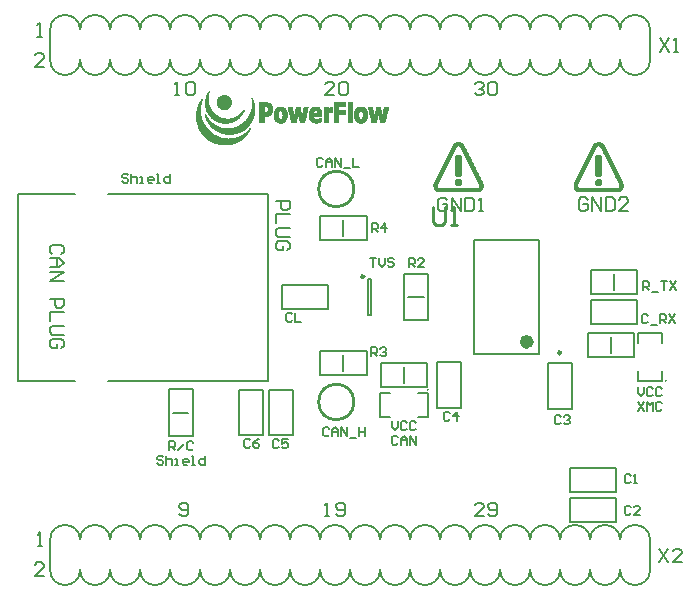
<source format=gbr>
G04 Layer_Color=65535*
%FSLAX26Y26*%
%MOIN*%
%TF.FileFunction,Legend,Top*%
%TF.Part,Single*%
G01*
G75*
%TA.AperFunction,NonConductor*%
%ADD35C,0.010000*%
%ADD36C,0.005905*%
%ADD37C,0.023622*%
%ADD38C,0.009842*%
%ADD39C,0.005000*%
%ADD40C,0.007874*%
%ADD41C,0.000320*%
%ADD42C,0.000930*%
%ADD43C,0.007500*%
%ADD44C,0.007000*%
D35*
X1123307Y-1340000D02*
G03*
X1123307Y-1340000I-59055J0D01*
G01*
X1387482Y-740312D02*
X1397479Y-750309D01*
X1417473D01*
X1427469Y-740312D01*
Y-690329D01*
X1457460D02*
X1447463Y-700325D01*
X1457460Y-690329D02*
Y-750309D01*
X1467456D01*
X1447463D01*
X1387482Y-740312D02*
Y-690329D01*
X1123307Y-630000D02*
G03*
X1123307Y-630000I-59055J0D01*
G01*
D36*
X2162573Y-1268740D02*
G03*
X2162573Y-1268740I-1392J0D01*
G01*
X1370132Y-1298819D02*
G03*
X1370132Y-1298819I-1392J0D01*
G01*
D37*
X1710709Y-1139606D02*
G03*
X1710709Y-1139606I-11811J0D01*
G01*
D38*
X1813071Y-1175433D02*
G03*
X1813071Y-1175433I-4921J0D01*
G01*
X1156772Y-922087D02*
G03*
X1156772Y-922087I-4921J0D01*
G01*
D39*
X1910000Y-1900000D02*
G03*
X2010000Y-1900000I50000J0D01*
G01*
D02*
G03*
X2110000Y-1900000I50000J0D01*
G01*
Y-1800000D01*
D02*
G03*
X2010000Y-1800000I-50000J0D01*
G01*
D02*
G03*
X1910000Y-1800000I-50000J0D01*
G01*
D02*
G03*
X1810000Y-1800000I-50000J0D01*
G01*
D02*
G03*
X1710000Y-1800000I-50000J0D01*
G01*
D02*
G03*
X1610000Y-1800000I-50000J0D01*
G01*
D02*
G03*
X1510000Y-1800000I-50000J0D01*
G01*
D02*
G03*
X1410000Y-1800000I-50000J0D01*
G01*
D02*
G03*
X1310000Y-1800000I-50000J0D01*
G01*
D02*
G03*
X1210000Y-1800000I-50000J0D01*
G01*
D02*
G03*
X1110000Y-1800000I-50000J0D01*
G01*
D02*
G03*
X1010000Y-1800000I-50000J0D01*
G01*
D02*
G03*
X910000Y-1800000I-50000J0D01*
G01*
D02*
G03*
X810000Y-1800000I-50000J0D01*
G01*
D02*
G03*
X710000Y-1800000I-50000J0D01*
G01*
D02*
G03*
X610000Y-1800000I-50000J0D01*
G01*
D02*
G03*
X510000Y-1800000I-50000J0D01*
G01*
D02*
G03*
X410000Y-1800000I-50000J0D01*
G01*
D02*
G03*
X310000Y-1800000I-50000J0D01*
G01*
D02*
G03*
X210000Y-1800000I-50000J0D01*
G01*
D02*
G03*
X110000Y-1800000I-50000J0D01*
G01*
Y-1900000D01*
D02*
G03*
X210000Y-1900000I50000J0D01*
G01*
D02*
G03*
X310000Y-1900000I50000J0D01*
G01*
D02*
G03*
X410000Y-1900000I50000J0D01*
G01*
D02*
G03*
X510000Y-1900000I50000J0D01*
G01*
D02*
G03*
X610000Y-1900000I50000J0D01*
G01*
D02*
G03*
X710000Y-1900000I50000J0D01*
G01*
D02*
G03*
X810000Y-1900000I50000J0D01*
G01*
D02*
G03*
X910000Y-1900000I50000J0D01*
G01*
D02*
G03*
X1010000Y-1900000I50000J0D01*
G01*
D02*
G03*
X1110000Y-1900000I50000J0D01*
G01*
D02*
G03*
X1210000Y-1900000I50000J0D01*
G01*
D02*
G03*
X1310000Y-1900000I50000J0D01*
G01*
D02*
G03*
X1410000Y-1900000I50000J0D01*
G01*
D02*
G03*
X1510000Y-1900000I50000J0D01*
G01*
D02*
G03*
X1610000Y-1900000I50000J0D01*
G01*
D02*
G03*
X1710000Y-1900000I50000J0D01*
G01*
D02*
G03*
X1810000Y-1900000I50000J0D01*
G01*
D02*
G03*
X1910000Y-1900000I50000J0D01*
G01*
X1995950Y-1740500D02*
Y-1659500D01*
X1844050D01*
Y-1740500D01*
X1995950D01*
X2026000Y-1711002D02*
X2030998Y-1716000D01*
X2040995D01*
X2045994Y-1711002D01*
X2055990Y-1716000D02*
X2075984Y-1696006D01*
Y-1691008D01*
X2070985Y-1686010D01*
X2060989D01*
X2055990Y-1691008D01*
X2045994D02*
X2040995Y-1686010D01*
X2030998D01*
X2026000Y-1691008D01*
Y-1711002D01*
X2055990Y-1716000D02*
X2075984D01*
X2065987Y-1611000D02*
X2060989D01*
Y-1581010D01*
X2055990Y-1586008D01*
X2045994D02*
X2040995Y-1581010D01*
X2030998D01*
X2026000Y-1586008D01*
Y-1606002D01*
X2030998Y-1611000D01*
X2040995D01*
X2045994Y-1606002D01*
X2055990Y-1611000D02*
X2065987D01*
X1995950Y-1640500D02*
Y-1559500D01*
X1844050D01*
Y-1640500D01*
X1995950D01*
X2069496Y-1369000D02*
X2089490Y-1339010D01*
X2099486D02*
X2109483Y-1349006D01*
X2119480Y-1339010D01*
Y-1369000D01*
X2129477Y-1364002D02*
X2134475Y-1369000D01*
X2144472D01*
X2149470Y-1364002D01*
Y-1344008D02*
X2144472Y-1339010D01*
X2134475D01*
X2129477Y-1344008D01*
Y-1364002D01*
X2099486Y-1369000D02*
Y-1339010D01*
Y-1316013D02*
X2104485Y-1321012D01*
X2114481D01*
X2119480Y-1316013D01*
X2129477D02*
X2134475Y-1321012D01*
X2144472D01*
X2149470Y-1316013D01*
Y-1296020D02*
X2144472Y-1291021D01*
X2134475D01*
X2129477Y-1296020D01*
Y-1316013D01*
X2119480Y-1296020D02*
X2114481Y-1291021D01*
X2104485D01*
X2099486Y-1296020D01*
Y-1316013D01*
X2089490Y-1311015D02*
Y-1291021D01*
X2069496D02*
Y-1311015D01*
X2079493Y-1321012D01*
X2089490Y-1311015D01*
X2069496Y-1339010D02*
X2089490Y-1369000D01*
X2057362Y-1189961D02*
Y-1110039D01*
X1902638D01*
Y-1189961D01*
X2057362D01*
X2065950Y-1080500D02*
Y-999500D01*
X1914050D01*
Y-1080500D01*
X2065950D01*
X2082000Y-1073002D02*
X2086998Y-1078000D01*
X2096995D01*
X2101994Y-1073002D01*
Y-1053008D02*
X2096995Y-1048010D01*
X2086998D01*
X2082000Y-1053008D01*
Y-1073002D01*
X2111990Y-1082998D02*
X2131984D01*
X2141981Y-1078000D02*
Y-1048010D01*
X2156976D01*
X2161974Y-1053008D01*
Y-1063005D01*
X2156976Y-1068003D01*
X2141981D01*
X2151977D02*
X2161974Y-1078000D01*
X2171971D02*
X2191964Y-1048010D01*
X2171971D02*
X2191964Y-1078000D01*
X2194964Y-967000D02*
X2174971Y-937010D01*
X2164974D02*
X2154977D01*
Y-967000D01*
X2174971D02*
X2194964Y-937010D01*
X2164974D02*
X2144981D01*
X2099995D02*
X2104994Y-942008D01*
Y-952005D01*
X2099995Y-957003D01*
X2085000D01*
Y-967000D02*
Y-937010D01*
X2099995D01*
X2094997Y-957003D02*
X2104994Y-967000D01*
X2114990Y-971998D02*
X2134984D01*
X2067362Y-979961D02*
Y-900039D01*
X1912638D01*
Y-979961D01*
X2067362D01*
X1850500Y-1211452D02*
Y-1363352D01*
X1769500D01*
Y-1211452D01*
X1850500D01*
X1836986Y-1385010D02*
X1841984Y-1390008D01*
Y-1395006D01*
X1836986Y-1400005D01*
X1831987D01*
X1836986D01*
X1841984Y-1405003D01*
Y-1410002D01*
X1836986Y-1415000D01*
X1826989D01*
X1821990Y-1410002D01*
X1811994D02*
X1806995Y-1415000D01*
X1796998D01*
X1792000Y-1410002D01*
Y-1390008D01*
X1796998Y-1385010D01*
X1806995D01*
X1811994Y-1390008D01*
X1821990D02*
X1826989Y-1385010D01*
X1836986D01*
X1369961Y-1067362D02*
Y-912638D01*
X1290039D01*
Y-1067362D01*
X1369961D01*
X1355984Y-891000D02*
X1335990D01*
X1355984Y-871006D01*
Y-866008D01*
X1350986Y-861010D01*
X1340989D01*
X1335990Y-866008D01*
X1325994D02*
Y-876005D01*
X1320995Y-881003D01*
X1306000D01*
Y-891000D02*
Y-861010D01*
X1320995D01*
X1325994Y-866008D01*
X1315997Y-881003D02*
X1325994Y-891000D01*
X1249976Y-890000D02*
X1239979D01*
X1234981Y-885002D01*
Y-870006D02*
X1239979Y-875005D01*
X1249976D01*
X1254974Y-880003D01*
Y-885002D01*
X1249976Y-890000D01*
X1254974Y-865008D02*
X1249976Y-860010D01*
X1239979D01*
X1234981Y-865008D01*
Y-870006D01*
X1224984Y-880003D02*
Y-860010D01*
X1204990D02*
Y-880003D01*
X1214987Y-890000D01*
X1224984Y-880003D01*
X1194994Y-860010D02*
X1184997D01*
Y-890000D01*
X1194994Y-860010D02*
X1175000D01*
X1165236Y-799961D02*
Y-720039D01*
X1010512D01*
Y-799961D01*
X1165236D01*
X1183000Y-775000D02*
Y-745010D01*
X1197995D01*
X1202994Y-750008D01*
Y-760005D01*
X1197995Y-765003D01*
X1183000D01*
X1192997D02*
X1202994Y-775000D01*
X1227986D02*
Y-745010D01*
X1212990Y-760005D01*
X1232984D01*
X1225986Y-1158010D02*
X1230984Y-1163008D01*
Y-1168006D01*
X1225986Y-1173005D01*
X1220987D01*
X1225986D01*
X1230984Y-1178003D01*
Y-1183002D01*
X1225986Y-1188000D01*
X1215989D01*
X1210990Y-1183002D01*
X1200994Y-1188000D02*
X1190997Y-1178003D01*
X1195995D02*
X1181000D01*
Y-1188000D02*
Y-1158010D01*
X1195995D01*
X1200994Y-1163008D01*
Y-1173005D01*
X1195995Y-1178003D01*
X1210990Y-1163008D02*
X1215989Y-1158010D01*
X1225986D01*
X1212638Y-1210039D02*
X1367362D01*
Y-1289961D01*
X1212638D01*
Y-1210039D01*
X1165236Y-1249961D02*
Y-1170039D01*
X1010512D01*
Y-1249961D01*
X1165236D01*
X1159955Y-1424010D02*
Y-1454000D01*
Y-1439005D02*
Y-1424010D01*
Y-1439005D02*
X1139961D01*
Y-1454000D01*
Y-1424010D01*
X1249496Y-1425015D02*
X1259493Y-1435012D01*
X1269489Y-1425015D01*
Y-1405021D01*
X1284485D02*
X1279486Y-1410020D01*
Y-1430013D01*
X1284485Y-1435012D01*
X1294482D01*
X1299480Y-1430013D01*
X1309477D02*
X1314475Y-1435012D01*
X1324472D01*
X1329470Y-1430013D01*
Y-1410020D02*
X1324472Y-1405021D01*
X1314475D01*
X1309477Y-1410020D01*
Y-1430013D01*
Y-1453010D02*
X1329470Y-1483000D01*
Y-1453010D01*
X1309477D02*
Y-1483000D01*
X1299480D02*
Y-1468005D01*
X1279486D01*
Y-1463006D02*
X1289483Y-1453010D01*
X1299480Y-1463006D01*
Y-1483000D01*
X1279486D02*
Y-1463006D01*
X1269489Y-1458008D02*
X1264491Y-1453010D01*
X1254494D01*
X1249496Y-1458008D01*
Y-1478002D01*
X1254494Y-1483000D01*
X1264491D01*
X1269489Y-1478002D01*
X1249496Y-1425015D02*
Y-1405021D01*
X1284485D02*
X1294482D01*
X1299480Y-1410020D01*
X1422000Y-1398002D02*
X1426998Y-1403000D01*
X1436995D01*
X1441994Y-1398002D01*
Y-1378008D02*
X1436995Y-1373010D01*
X1426998D01*
X1422000Y-1378008D01*
Y-1398002D01*
X1451990Y-1388005D02*
X1471984D01*
X1466986Y-1373010D02*
X1451990Y-1388005D01*
X1466986Y-1373010D02*
Y-1403000D01*
X1480500Y-1358549D02*
Y-1206649D01*
X1399500D01*
Y-1358549D01*
X1480500D01*
X1035950Y-1030500D02*
Y-949500D01*
X884050D01*
Y-1030500D01*
X1035950D01*
X926990Y-1043010D02*
Y-1073000D01*
X946984D01*
X911995D02*
X916994Y-1068002D01*
X911995Y-1073000D02*
X901998D01*
X897000Y-1068002D01*
Y-1048008D01*
X901998Y-1043010D01*
X911995D01*
X916994Y-1048008D01*
X920500Y-1299050D02*
Y-1450950D01*
X839500D01*
Y-1299050D01*
X920500D01*
X820500D02*
Y-1450950D01*
X739500D01*
Y-1299050D01*
X820500D01*
X806966Y-1462015D02*
X796969Y-1467014D01*
X786972Y-1477011D01*
Y-1487007D01*
X791971Y-1492006D01*
X801968D01*
X806966Y-1487007D01*
Y-1482009D01*
X801968Y-1477011D01*
X786972D01*
X776976Y-1487007D02*
X771977Y-1492006D01*
X761981D01*
X756982Y-1487007D01*
Y-1467014D01*
X761981Y-1462015D01*
X771977D01*
X776976Y-1467014D01*
X852982Y-1469014D02*
Y-1489007D01*
X857981Y-1494006D01*
X867977D01*
X872976Y-1489007D01*
X882972D02*
X887971Y-1494006D01*
X897968D01*
X902966Y-1489007D01*
Y-1479011D01*
X897968Y-1474012D01*
X892969D01*
X882972Y-1479011D01*
Y-1464015D01*
X902966D01*
X867977D02*
X857981D01*
X852982Y-1469014D01*
X872976D02*
X867977Y-1464015D01*
X1020000Y-1449002D02*
X1024998Y-1454000D01*
X1034995D01*
X1039994Y-1449002D01*
X1049990Y-1454000D02*
Y-1434006D01*
X1059987Y-1424010D01*
X1069984Y-1434006D01*
Y-1454000D01*
Y-1439005D01*
X1049990D01*
X1039994Y-1429008D02*
X1034995Y-1424010D01*
X1024998D01*
X1020000Y-1429008D01*
Y-1449002D01*
X1079981Y-1454000D02*
Y-1424010D01*
X1099974Y-1454000D01*
Y-1424010D01*
X1109971Y-1458998D02*
X1129964D01*
X584961Y-1452992D02*
Y-1298268D01*
X505039D01*
Y-1452992D01*
X584961D01*
X581963Y-1471021D02*
X571966D01*
X566968Y-1476020D01*
Y-1496013D01*
X571966Y-1501012D01*
X581963D01*
X586961Y-1496013D01*
Y-1476020D02*
X581963Y-1471021D01*
X521982D02*
X526981Y-1476020D01*
Y-1486016D01*
X521982Y-1491015D01*
X506987D01*
Y-1501012D02*
Y-1471021D01*
X521982D01*
X516984Y-1491015D02*
X526981Y-1501012D01*
X536977D02*
X556971Y-1481018D01*
Y-1529006D02*
X566968D01*
X571966Y-1534005D01*
Y-1539003D01*
X551972D01*
Y-1544002D02*
Y-1534005D01*
X556971Y-1529006D01*
Y-1549000D02*
X551972Y-1544002D01*
X556971Y-1549000D02*
X566968D01*
X581963D02*
X591960D01*
X586961D01*
Y-1519010D01*
X581963D01*
X606955Y-1534005D02*
X611953Y-1529006D01*
X626948D01*
Y-1519010D02*
Y-1549000D01*
X611953D01*
X606955Y-1544002D01*
Y-1534005D01*
X531979Y-1529006D02*
X526981D01*
X531979D02*
Y-1549000D01*
X536977D01*
X526981D01*
X516984D02*
Y-1534005D01*
X511986Y-1529006D01*
X501989D01*
X496990Y-1534005D01*
Y-1549000D01*
Y-1519010D01*
X481995D02*
X471998D01*
X467000Y-1524008D01*
Y-1529006D01*
X471998Y-1534005D01*
X481995D01*
X486993Y-1539003D01*
Y-1544002D01*
X481995Y-1549000D01*
X471998D01*
X467000Y-1544002D01*
X486993Y-1524008D02*
X481995Y-1519010D01*
X1139703Y-556000D02*
X1119709D01*
Y-526010D01*
X1079722D02*
Y-556000D01*
X1059729Y-526010D01*
Y-556000D01*
X1049732D02*
Y-541005D01*
X1029738D01*
Y-536006D02*
X1039735Y-526010D01*
X1049732Y-536006D01*
Y-556000D01*
X1029738D02*
Y-536006D01*
X1019741Y-531008D02*
X1014743Y-526010D01*
X1004746D01*
X999748Y-531008D01*
Y-551002D01*
X1004746Y-556000D01*
X1014743D01*
X1019741Y-551002D01*
X1089719Y-560998D02*
X1109712D01*
X1210000Y-200000D02*
G03*
X1310000Y-200000I50000J0D01*
G01*
D02*
G03*
X1410000Y-200000I50000J0D01*
G01*
D02*
G03*
X1510000Y-200000I50000J0D01*
G01*
D02*
G03*
X1610000Y-200000I50000J0D01*
G01*
D02*
G03*
X1710000Y-200000I50000J0D01*
G01*
D02*
G03*
X1810000Y-200000I50000J0D01*
G01*
D02*
G03*
X1910000Y-200000I50000J0D01*
G01*
D02*
G03*
X2010000Y-200000I50000J0D01*
G01*
D02*
G03*
X2110000Y-200000I50000J0D01*
G01*
Y-100000D01*
D02*
G03*
X2010000Y-100000I-50000J0D01*
G01*
D02*
G03*
X1910000Y-100000I-50000J0D01*
G01*
D02*
G03*
X1810000Y-100000I-50000J0D01*
G01*
D02*
G03*
X1710000Y-100000I-50000J0D01*
G01*
D02*
G03*
X1610000Y-100000I-50000J0D01*
G01*
D02*
G03*
X1510000Y-100000I-50000J0D01*
G01*
D02*
G03*
X1410000Y-100000I-50000J0D01*
G01*
D02*
G03*
X1310000Y-100000I-50000J0D01*
G01*
D02*
G03*
X1210000Y-100000I-50000J0D01*
G01*
D02*
G03*
X1110000Y-100000I-50000J0D01*
G01*
D02*
G03*
X1010000Y-100000I-50000J0D01*
G01*
D02*
G03*
X910000Y-100000I-50000J0D01*
G01*
D02*
G03*
X810000Y-100000I-50000J0D01*
G01*
D02*
G03*
X710000Y-100000I-50000J0D01*
G01*
D02*
G03*
X610000Y-100000I-50000J0D01*
G01*
D02*
G03*
X510000Y-100000I-50000J0D01*
G01*
D02*
G03*
X410000Y-100000I-50000J0D01*
G01*
D02*
G03*
X310000Y-100000I-50000J0D01*
G01*
D02*
G03*
X210000Y-100000I-50000J0D01*
G01*
D02*
G03*
X110000Y-100000I-50000J0D01*
G01*
Y-200000D01*
D02*
G03*
X210000Y-200000I50000J0D01*
G01*
D02*
G03*
X310000Y-200000I50000J0D01*
G01*
D02*
G03*
X410000Y-200000I50000J0D01*
G01*
D02*
G03*
X510000Y-200000I50000J0D01*
G01*
D02*
G03*
X610000Y-200000I50000J0D01*
G01*
D02*
G03*
X710000Y-200000I50000J0D01*
G01*
D02*
G03*
X810000Y-200000I50000J0D01*
G01*
D02*
G03*
X910000Y-200000I50000J0D01*
G01*
D02*
G03*
X1010000Y-200000I50000J0D01*
G01*
D02*
G03*
X1110000Y-200000I50000J0D01*
G01*
D02*
G03*
X1210000Y-200000I50000J0D01*
G01*
X509948Y-580010D02*
Y-610000D01*
X494953D01*
X489955Y-605002D01*
Y-595005D01*
X494953Y-590006D01*
X509948D01*
X469961Y-580010D02*
X464963D01*
X469961D02*
Y-610000D01*
X474960D01*
X464963D01*
X449968D02*
X439971D01*
X434973Y-605002D01*
Y-595005D01*
X439971Y-590006D01*
X449968D01*
X454966Y-595005D01*
Y-600003D01*
X434973D01*
X419977Y-610000D02*
X414979D01*
Y-590006D01*
X409981D01*
X394986D02*
X399984Y-595005D01*
Y-610000D01*
X409981D02*
X419977D01*
X394986Y-590006D02*
X384989D01*
X379990Y-595005D01*
Y-610000D01*
Y-580010D01*
X364995D02*
X354998D01*
X350000Y-585008D01*
Y-590006D01*
X354998Y-595005D01*
X364995D01*
X369993Y-600003D01*
Y-605002D01*
X364995Y-610000D01*
X354998D01*
X350000Y-605002D01*
X369993Y-585008D02*
X364995Y-580010D01*
D40*
X2070630Y-1268740D02*
Y-1237244D01*
Y-1268740D02*
X2149370D01*
Y-1237244D01*
Y-1142756D02*
Y-1111260D01*
X2070630D01*
Y-1142756D01*
X1980000Y-1124409D02*
Y-1175591D01*
X1990000Y-965591D02*
Y-914409D01*
X1738268Y-801024D02*
X1521732D01*
Y-1178976D01*
X1738268D01*
Y-801024D01*
X1355591Y-990000D02*
X1304409D01*
X1180394Y-928976D02*
X1168583D01*
Y-1051024D01*
X1180394D01*
Y-928976D01*
X1290000Y-1224409D02*
Y-1275591D01*
X1242756Y-1310630D02*
X1211260D01*
Y-1389370D01*
X1242756D01*
X1337244D02*
X1368740D01*
Y-1310630D01*
X1337244D01*
X1087874Y-785591D02*
Y-734409D01*
Y-1184409D02*
Y-1235591D01*
X837323Y-1271811D02*
Y-648189D01*
X303071D01*
X193228D02*
X2677D01*
Y-1271811D01*
X193228D01*
X303071D02*
X837323D01*
X570591Y-1375630D02*
X519409D01*
D41*
X1870391Y-637788D02*
X2003512D01*
X2004472Y-637468D02*
X1869431D01*
X1868472Y-637148D02*
X2005431D01*
X2006391Y-636828D02*
X1867512D01*
X1866871Y-636508D02*
X2007032D01*
X2007671Y-636188D02*
X1866232D01*
X1865591Y-635868D02*
X2008312D01*
X2008951Y-635548D02*
X1864951D01*
X1864312Y-635228D02*
X2009591D01*
X2009911Y-634908D02*
X1863992D01*
X1863351Y-634588D02*
X2010552D01*
X2010871Y-634268D02*
X1863032D01*
X1862711Y-633948D02*
X2011191D01*
X2011512Y-633628D02*
X1862391D01*
X1861752Y-633308D02*
X2012151D01*
X2012472Y-632988D02*
X1861431D01*
X1861111Y-632668D02*
X2012792D01*
X2013111Y-632348D02*
X1860792D01*
X1860472Y-632028D02*
X2013431D01*
X2013752Y-631708D02*
X1860151D01*
X1859832Y-631388D02*
X2014072D01*
Y-631068D02*
X1859832D01*
X1859512Y-630748D02*
X2014391D01*
X2014711Y-630428D02*
X1859191D01*
X1858871Y-630108D02*
X2015032D01*
Y-629788D02*
X1858871D01*
X1858552Y-629468D02*
X2015351D01*
X2015671Y-629148D02*
X1858232D01*
X1857911Y-628828D02*
X2015992D01*
Y-628508D02*
X1857911D01*
X1857591Y-628188D02*
X2016312D01*
Y-627868D02*
X1998391D01*
X2000631Y-627548D02*
X2016631D01*
Y-627228D02*
X2001911D01*
X2002552Y-626908D02*
X2016951D01*
Y-626588D02*
X2003191D01*
X2003832Y-626268D02*
X2017272D01*
Y-625948D02*
X2004151D01*
X2004472Y-625628D02*
X2017591D01*
Y-625308D02*
X2005111D01*
X2005431Y-624988D02*
X2017591D01*
X2017911Y-624668D02*
X2005752D01*
X2006072Y-624348D02*
X2017911D01*
X2018232Y-624028D02*
X2006391D01*
Y-623708D02*
X2018232D01*
Y-623388D02*
X2006711D01*
X2007032Y-623068D02*
X2018232D01*
X2018552Y-622748D02*
X2007032D01*
X2007351Y-622428D02*
X2018552D01*
Y-622108D02*
X2007351D01*
X2007671Y-621788D02*
X2018552D01*
Y-621468D02*
X2007671D01*
X2007992Y-621148D02*
X2018871D01*
Y-620828D02*
X2007992D01*
Y-620508D02*
X2018871D01*
Y-620188D02*
X2007992D01*
X2008312Y-619868D02*
X2018871D01*
Y-619548D02*
X2008312D01*
Y-619228D02*
X2018871D01*
Y-618908D02*
X2008312D01*
Y-618588D02*
X2018871D01*
Y-618268D02*
X2008312D01*
Y-617948D02*
X2018871D01*
Y-617628D02*
X2008312D01*
Y-617308D02*
X2018871D01*
Y-616988D02*
X2008312D01*
Y-616668D02*
X2018871D01*
Y-616348D02*
X2008312D01*
Y-616028D02*
X2018871D01*
Y-615708D02*
X2008312D01*
X2007992Y-615388D02*
X2018871D01*
Y-615068D02*
X2007992D01*
Y-614748D02*
X2018871D01*
Y-614428D02*
X2007992D01*
X2007671Y-614108D02*
X2018552D01*
Y-613788D02*
X2007671D01*
X2007351Y-613468D02*
X2018552D01*
Y-613148D02*
X2007351D01*
X2007032Y-612828D02*
X2018552D01*
X2018232Y-612508D02*
X2007032D01*
X2006711Y-612188D02*
X2018232D01*
Y-611868D02*
X2006711D01*
X2006391Y-611548D02*
X2017911D01*
Y-611228D02*
X2006391D01*
X2006072Y-610908D02*
X2017911D01*
Y-610588D02*
X2006072D01*
X2005752Y-610268D02*
X2017591D01*
Y-609948D02*
X2005752D01*
X2005431Y-609628D02*
X2017272D01*
Y-609308D02*
X2005431D01*
X2005111Y-608988D02*
X2016951D01*
Y-608668D02*
X2005111D01*
X2004792Y-608348D02*
X2016951D01*
X2016631Y-608028D02*
X2004792D01*
X2004472Y-607708D02*
X2016631D01*
X2016312Y-607388D02*
X2004472D01*
X2004151Y-607068D02*
X2016312D01*
X2015992Y-606748D02*
X2004151D01*
X2003832Y-606428D02*
X2015992D01*
X2015671Y-606108D02*
X2003832D01*
X2003512Y-605788D02*
X2015671D01*
X2015351Y-605468D02*
X2003512D01*
X2003191Y-605148D02*
X2015351D01*
X2015032Y-604828D02*
X2003191D01*
X2002871Y-604508D02*
X2015032D01*
X2014711Y-604188D02*
X2002871D01*
X2002552Y-603868D02*
X2014711D01*
X2014391Y-603548D02*
X2002552D01*
X2002232Y-603228D02*
X2014391D01*
X2014072Y-602908D02*
X2002232D01*
X2001911Y-602588D02*
X2014072D01*
X2013752Y-602268D02*
X2001911D01*
X2001591Y-601948D02*
X2013752D01*
X2013431Y-601628D02*
X2001591D01*
X2001272Y-601308D02*
X2013431D01*
X2013111Y-600988D02*
X2001272D01*
X2000951Y-600668D02*
X2013111D01*
X2012792Y-600348D02*
X2000951D01*
X2000631Y-600028D02*
X2012792D01*
X2012472Y-599708D02*
X2000631D01*
X2000312Y-599388D02*
X2012472D01*
X2012151Y-599068D02*
X2000312D01*
X1999992Y-598748D02*
X2012151D01*
X2011832Y-598428D02*
X1999992D01*
X1999671Y-598108D02*
X2011832D01*
X2011512Y-597788D02*
X1999671D01*
X1999351Y-597468D02*
X2011512D01*
X2011191Y-597148D02*
X1999351D01*
X1999032Y-596828D02*
X2011191D01*
X2010871Y-596508D02*
X1999032D01*
X1998711Y-596188D02*
X2010871D01*
X2010552Y-595868D02*
X1998711D01*
X1998391Y-595548D02*
X2010552D01*
X2010232Y-595228D02*
X1998391D01*
X1998072Y-594908D02*
X2010232D01*
X2009911Y-594588D02*
X1998072D01*
X1997752Y-594268D02*
X2009911D01*
X2009591Y-593948D02*
X1997752D01*
X1997431Y-593628D02*
X2009591D01*
X2009272Y-593308D02*
X1997431D01*
X1997111Y-592988D02*
X2009272D01*
X2008951Y-592668D02*
X1997111D01*
X1996792Y-592348D02*
X2008951D01*
X2008631Y-592028D02*
X1996792D01*
X1996472Y-591708D02*
X2008631D01*
X2008312Y-591388D02*
X1996472D01*
X1996151Y-591068D02*
X2008312D01*
X2007992Y-590748D02*
X1996151D01*
X1995832Y-590428D02*
X2007992D01*
X2007671Y-590108D02*
X1995832D01*
X1995512Y-589788D02*
X2007671D01*
X2007351Y-589468D02*
X1995512D01*
X1995191Y-589148D02*
X2007351D01*
X2007032Y-588828D02*
X1995191D01*
X1994871Y-588508D02*
X2007032D01*
X2006711Y-588188D02*
X1994871D01*
X1994552Y-587868D02*
X2006711D01*
X2006391Y-587548D02*
X1994552D01*
X1994232Y-587228D02*
X2006391D01*
X2006072Y-586908D02*
X1994232D01*
X1993911Y-586588D02*
X2006072D01*
X2005752Y-586268D02*
X1993911D01*
X1993591Y-585948D02*
X2005752D01*
X2005431Y-585628D02*
X1993591D01*
X1993272Y-585308D02*
X2005431D01*
X2005111Y-584988D02*
X1993272D01*
X1992951Y-584668D02*
X2005111D01*
X2004792Y-584348D02*
X1992951D01*
X1992631Y-584028D02*
X2004792D01*
X2004472Y-583708D02*
X1992631D01*
X1992312Y-583388D02*
X2004472D01*
X2004151Y-583068D02*
X1992312D01*
X1991992Y-582748D02*
X2004151D01*
X2003832Y-582428D02*
X1991992D01*
X1991671Y-582108D02*
X2003832D01*
X2003512Y-581788D02*
X1991671D01*
X1991351Y-581468D02*
X2003512D01*
X2003191Y-581148D02*
X1991351D01*
X1991032Y-580828D02*
X2003191D01*
X2002871Y-580508D02*
X1991032D01*
X1990711Y-580188D02*
X2002871D01*
X2002552Y-579868D02*
X1990711D01*
X1990391Y-579548D02*
X2002552D01*
X2002232Y-579228D02*
X1990391D01*
X1990072Y-578908D02*
X2002232D01*
X2001911Y-578588D02*
X1990072D01*
X1989752Y-578268D02*
X2001911D01*
X2001591Y-577948D02*
X1989752D01*
X1989431Y-577628D02*
X2001591D01*
X2001272Y-577308D02*
X1989431D01*
X1989111Y-576988D02*
X2001272D01*
X2000951Y-576668D02*
X1989111D01*
X1988792Y-576348D02*
X2000951D01*
X2000631Y-576028D02*
X1988792D01*
X1988472Y-575708D02*
X2000631D01*
X2000312Y-575388D02*
X1988472D01*
X1988151Y-575068D02*
X2000312D01*
X1999992Y-574748D02*
X1988151D01*
X1987832Y-574428D02*
X1999992D01*
X1999671Y-574108D02*
X1987832D01*
X1987512Y-573788D02*
X1999671D01*
X1999351Y-573468D02*
X1987512D01*
X1987191Y-573148D02*
X1999351D01*
X1999032Y-572828D02*
X1987191D01*
X1986871Y-572508D02*
X1999032D01*
X1998711Y-572188D02*
X1986871D01*
X1986552Y-571868D02*
X1998711D01*
X1998391Y-571548D02*
X1986552D01*
X1986232Y-571228D02*
X1998391D01*
X1998072Y-570908D02*
X1986232D01*
X1985911Y-570588D02*
X1998072D01*
X1997752Y-570268D02*
X1985911D01*
X1985591Y-569948D02*
X1997752D01*
X1997431Y-569628D02*
X1985591D01*
X1985272Y-569308D02*
X1997431D01*
X1997111Y-568988D02*
X1985272D01*
X1984951Y-568668D02*
X1997111D01*
X1996792Y-568348D02*
X1984951D01*
X1984631Y-568028D02*
X1996792D01*
X1996472Y-567708D02*
X1984631D01*
X1984312Y-567388D02*
X1996472D01*
X1996151Y-567068D02*
X1984312D01*
X1983992Y-566748D02*
X1996151D01*
X1995832Y-566428D02*
X1983992D01*
X1983671Y-566108D02*
X1995832D01*
X1995512Y-565788D02*
X1983671D01*
X1983351Y-565468D02*
X1995512D01*
X1995191Y-565148D02*
X1983351D01*
X1983032Y-564828D02*
X1995191D01*
X1994871Y-564508D02*
X1983032D01*
X1982711Y-564188D02*
X1994871D01*
X1994552Y-563868D02*
X1982711D01*
X1982391Y-563548D02*
X1994552D01*
X1994232Y-563228D02*
X1982391D01*
X1982072Y-562908D02*
X1994232D01*
X1993911Y-562588D02*
X1982072D01*
X1981752Y-562268D02*
X1993911D01*
X1993591Y-561948D02*
X1981752D01*
X1981431Y-561628D02*
X1993591D01*
X1993272Y-561308D02*
X1981431D01*
X1981111Y-560988D02*
X1993272D01*
X1992951Y-560668D02*
X1981111D01*
X1980792Y-560348D02*
X1992951D01*
X1992631Y-560028D02*
X1980792D01*
X1980472Y-559708D02*
X1992631D01*
X1992312Y-559388D02*
X1980472D01*
X1980151Y-559068D02*
X1992312D01*
X1991992Y-558748D02*
X1980151D01*
X1979832Y-558428D02*
X1991992D01*
X1991671Y-558108D02*
X1979832D01*
X1979512Y-557788D02*
X1991671D01*
X1991351Y-557468D02*
X1979512D01*
X1979191Y-557148D02*
X1991351D01*
X1991032Y-556828D02*
X1979191D01*
X1978871Y-556508D02*
X1991032D01*
X1990711Y-556188D02*
X1978871D01*
X1978552Y-555868D02*
X1990711D01*
X1990391Y-555548D02*
X1978552D01*
X1978232Y-555228D02*
X1990391D01*
X1990072Y-554908D02*
X1978232D01*
X1977911Y-554588D02*
X1990072D01*
X1989752Y-554268D02*
X1977911D01*
X1977591Y-553948D02*
X1989752D01*
X1989431Y-553628D02*
X1977591D01*
X1977272Y-553308D02*
X1989431D01*
X1989111Y-552988D02*
X1977272D01*
X1976951Y-552668D02*
X1989111D01*
X1988792Y-552348D02*
X1976951D01*
X1976631Y-552028D02*
X1988792D01*
X1988472Y-551708D02*
X1976631D01*
X1976312Y-551388D02*
X1988472D01*
X1988151Y-551068D02*
X1976312D01*
X1975992Y-550748D02*
X1988151D01*
X1987832Y-550428D02*
X1975992D01*
X1975671Y-550108D02*
X1987832D01*
X1987512Y-549788D02*
X1975671D01*
X1975351Y-549468D02*
X1987512D01*
X1987191Y-549148D02*
X1975351D01*
X1975032Y-548828D02*
X1987191D01*
X1986871Y-548508D02*
X1975032D01*
X1974711Y-548188D02*
X1986871D01*
X1986552Y-547868D02*
X1974711D01*
X1974391Y-547548D02*
X1986552D01*
X1986232Y-547228D02*
X1974391D01*
X1974072Y-546908D02*
X1986232D01*
X1985911Y-546588D02*
X1974072D01*
X1973752Y-546268D02*
X1985911D01*
X1985591Y-545948D02*
X1973752D01*
X1973431Y-545628D02*
X1985591D01*
X1985272Y-545308D02*
X1973431D01*
X1973111Y-544988D02*
X1985272D01*
X1984951Y-544668D02*
X1973111D01*
X1972792Y-544348D02*
X1984951D01*
X1984631Y-544028D02*
X1972792D01*
X1972472Y-543708D02*
X1984631D01*
X1984312Y-543388D02*
X1972472D01*
X1972151Y-543068D02*
X1984312D01*
X1983992Y-542748D02*
X1972151D01*
X1971832Y-542428D02*
X1983992D01*
X1983671Y-542108D02*
X1971832D01*
X1971512Y-541788D02*
X1983671D01*
X1983351Y-541468D02*
X1971512D01*
X1971191Y-541148D02*
X1983351D01*
X1983032Y-540828D02*
X1971191D01*
X1970871Y-540508D02*
X1983032D01*
X1982711Y-540188D02*
X1970871D01*
X1970552Y-539868D02*
X1982711D01*
X1982391Y-539548D02*
X1970552D01*
X1970232Y-539228D02*
X1982391D01*
X1982072Y-538908D02*
X1970232D01*
X1969911Y-538588D02*
X1982072D01*
X1981752Y-538268D02*
X1969911D01*
X1969591Y-537948D02*
X1981752D01*
X1981431Y-537628D02*
X1969591D01*
X1969272Y-537308D02*
X1981431D01*
X1981111Y-536988D02*
X1969272D01*
X1968951Y-536668D02*
X1981111D01*
X1980792Y-536348D02*
X1968951D01*
X1968631Y-536028D02*
X1980792D01*
X1980472Y-535708D02*
X1968631D01*
X1968312Y-535388D02*
X1980472D01*
X1980151Y-535068D02*
X1968312D01*
X1967992Y-534748D02*
X1980151D01*
X1979832Y-534428D02*
X1967992D01*
X1967671Y-534108D02*
X1979832D01*
X1979512Y-533788D02*
X1967671D01*
X1967351Y-533468D02*
X1979512D01*
X1979191Y-533148D02*
X1967351D01*
X1967032Y-532828D02*
X1979191D01*
X1978871Y-532508D02*
X1967032D01*
X1966711Y-532188D02*
X1978871D01*
X1978552Y-531868D02*
X1966711D01*
X1966391Y-531548D02*
X1978552D01*
X1978232Y-531228D02*
X1966391D01*
X1966072Y-530908D02*
X1978232D01*
X1977911Y-530588D02*
X1966072D01*
X1965752Y-530268D02*
X1977911D01*
X1977591Y-529948D02*
X1965752D01*
X1965431Y-529628D02*
X1977591D01*
X1977272Y-529308D02*
X1965431D01*
X1965111Y-528988D02*
X1977272D01*
X1976951Y-528668D02*
X1965111D01*
X1964792Y-528348D02*
X1976951D01*
X1976631Y-528028D02*
X1964792D01*
X1964472Y-527708D02*
X1976631D01*
X1976312Y-527388D02*
X1964472D01*
X1964151Y-527068D02*
X1976312D01*
X1975992Y-526748D02*
X1964151D01*
X1963832Y-526428D02*
X1975992D01*
X1975671Y-526108D02*
X1963832D01*
X1963512Y-525788D02*
X1975671D01*
X1975351Y-525468D02*
X1963512D01*
X1963191Y-525148D02*
X1975351D01*
X1975032Y-524828D02*
X1963191D01*
X1962871Y-524508D02*
X1975032D01*
X1974711Y-524188D02*
X1962871D01*
X1962552Y-523868D02*
X1974711D01*
X1974391Y-523548D02*
X1962552D01*
X1962232Y-523228D02*
X1974391D01*
X1974072Y-522908D02*
X1962232D01*
X1961911Y-522588D02*
X1974072D01*
X1973752Y-522268D02*
X1961911D01*
X1961591Y-521948D02*
X1973752D01*
X1973431Y-521628D02*
X1961591D01*
X1961272Y-521308D02*
X1973431D01*
X1973111Y-520988D02*
X1961272D01*
X1960951Y-520668D02*
X1973111D01*
X1972792Y-520348D02*
X1960951D01*
X1960631Y-520028D02*
X1972792D01*
X1972472Y-519708D02*
X1960631D01*
X1960312Y-519388D02*
X1972472D01*
X1972151Y-519068D02*
X1960312D01*
X1959992Y-518748D02*
X1972151D01*
X1971832Y-518428D02*
X1959992D01*
X1959671Y-518108D02*
X1971832D01*
X1971512Y-517788D02*
X1959671D01*
X1959351Y-517468D02*
X1971512D01*
X1971191Y-517148D02*
X1959351D01*
X1959032Y-516828D02*
X1971191D01*
X1970871Y-516508D02*
X1959032D01*
X1958711Y-516188D02*
X1970871D01*
X1970552Y-515868D02*
X1958711D01*
X1958391Y-515548D02*
X1970552D01*
X1970232Y-515228D02*
X1958391D01*
X1958072Y-514908D02*
X1970232D01*
X1969911Y-514588D02*
X1958072D01*
X1957752Y-514268D02*
X1969911D01*
X1969591Y-513948D02*
X1957752D01*
X1957431Y-513628D02*
X1969591D01*
X1969272Y-513308D02*
X1957431D01*
X1957111Y-512988D02*
X1969272D01*
X1968951Y-512668D02*
X1957111D01*
X1956792Y-512348D02*
X1968951D01*
X1968631Y-512028D02*
X1956792D01*
X1956472Y-511708D02*
X1968631D01*
X1968312Y-511388D02*
X1956472D01*
X1956151Y-511068D02*
X1968312D01*
X1967992Y-510748D02*
X1956151D01*
X1955832Y-510428D02*
X1967992D01*
X1967671Y-510108D02*
X1955832D01*
X1955512Y-509788D02*
X1967671D01*
X1967351Y-509468D02*
X1955512D01*
X1955191Y-509148D02*
X1967351D01*
X1967032Y-508828D02*
X1955191D01*
X1954871Y-508508D02*
X1967032D01*
X1966711Y-508188D02*
X1954871D01*
X1954552Y-507868D02*
X1966711D01*
X1966391Y-507548D02*
X1954552D01*
X1954232Y-507228D02*
X1966391D01*
X1966072Y-506908D02*
X1954232D01*
X1953911Y-506588D02*
X1966072D01*
X1965752Y-506268D02*
X1953911D01*
X1953591Y-505948D02*
X1965752D01*
X1965431Y-505628D02*
X1953591D01*
X1953272Y-505308D02*
X1965431D01*
X1965111Y-504988D02*
X1953272D01*
X1952951Y-504668D02*
X1965111D01*
X1964792Y-504348D02*
X1952951D01*
X1952631Y-504028D02*
X1964792D01*
X1964472Y-503708D02*
X1952631D01*
X1952312Y-503388D02*
X1964472D01*
X1964151Y-503068D02*
X1952312D01*
X1951992Y-502748D02*
X1964151D01*
X1963832Y-502428D02*
X1951992D01*
X1951671Y-502108D02*
X1963832D01*
X1963512Y-501788D02*
X1951671D01*
X1951351Y-501468D02*
X1963512D01*
X1963191Y-501148D02*
X1951351D01*
X1951032Y-500828D02*
X1963191D01*
X1962871Y-500508D02*
X1951032D01*
X1950711Y-500188D02*
X1962871D01*
X1962552Y-499868D02*
X1950711D01*
X1950391Y-499548D02*
X1962552D01*
X1962232Y-499228D02*
X1950391D01*
X1950072Y-498908D02*
X1962232D01*
X1961911Y-498588D02*
X1950072D01*
X1949752Y-498268D02*
X1961911D01*
X1961591Y-497948D02*
X1949752D01*
X1949431Y-497628D02*
X1961591D01*
X1961272Y-497308D02*
X1949431D01*
X1949111Y-496988D02*
X1961272D01*
X1960951Y-496668D02*
X1949111D01*
X1948792Y-496348D02*
X1960951D01*
X1960631Y-496028D02*
X1948792D01*
X1948472Y-495708D02*
X1960631D01*
X1960312Y-495388D02*
X1948472D01*
X1948151Y-495068D02*
X1960312D01*
X1959992Y-494748D02*
X1948151D01*
X1947832Y-494428D02*
X1959992D01*
X1959671Y-494108D02*
X1947832D01*
X1947512Y-493788D02*
X1959671D01*
X1959351Y-493468D02*
X1947512D01*
X1947191Y-493148D02*
X1959351D01*
X1959032Y-492828D02*
X1947191D01*
X1946871Y-492508D02*
X1959032D01*
X1958711Y-492188D02*
X1946871D01*
X1946552Y-491868D02*
X1958711D01*
X1958391Y-491548D02*
X1946552D01*
X1946232Y-491228D02*
X1958391D01*
X1958072Y-490908D02*
X1946232D01*
X1945911Y-490588D02*
X1958072D01*
X1957752Y-490268D02*
X1945911D01*
X1945591Y-489948D02*
X1957752D01*
X1957431Y-489628D02*
X1945591D01*
X1945272Y-489308D02*
X1957431D01*
X1957111Y-488988D02*
X1944951D01*
X1944631Y-488668D02*
X1957111D01*
X1956792Y-488348D02*
X1944631D01*
X1944312Y-488028D02*
X1956792D01*
X1956472Y-487708D02*
X1943992D01*
X1943671Y-487388D02*
X1956472D01*
X1956151Y-487068D02*
X1943351D01*
X1942711Y-486748D02*
X1956151D01*
X1955832Y-486428D02*
X1942391D01*
X1941752Y-486108D02*
X1955832D01*
X1955512Y-485788D02*
X1941111D01*
X1940472Y-485468D02*
X1955191D01*
Y-485148D02*
X1939512D01*
X1934391D02*
X1918711D01*
Y-485468D02*
X1933431D01*
X1932792Y-485788D02*
X1918391D01*
X1918072Y-486108D02*
X1932151D01*
X1931512Y-486428D02*
X1918072D01*
X1917752Y-486748D02*
X1931191D01*
X1930552Y-487068D02*
X1917752D01*
X1917431Y-487388D02*
X1930232D01*
X1929911Y-487708D02*
X1917431D01*
X1917111Y-488028D02*
X1929591D01*
X1929272Y-488348D02*
X1917111D01*
X1916792Y-488668D02*
X1928951D01*
Y-488988D02*
X1916792D01*
X1916472Y-489308D02*
X1928631D01*
X1928312Y-489628D02*
X1916472D01*
X1916151Y-489948D02*
X1928312D01*
X1927992Y-490268D02*
X1916151D01*
X1915832Y-490588D02*
X1927992D01*
X1927671Y-490908D02*
X1915832D01*
X1915512Y-491228D02*
X1927671D01*
X1927351Y-491548D02*
X1915512D01*
X1915191Y-491868D02*
X1927351D01*
X1927032Y-492188D02*
X1915191D01*
X1914871Y-492508D02*
X1927032D01*
X1926711Y-492828D02*
X1914871D01*
X1914552Y-493148D02*
X1926711D01*
X1926391Y-493468D02*
X1914552D01*
X1914232Y-493788D02*
X1926391D01*
X1926072Y-494108D02*
X1914232D01*
X1913911Y-494428D02*
X1926072D01*
X1925752Y-494748D02*
X1913911D01*
X1913591Y-495068D02*
X1925752D01*
X1925431Y-495388D02*
X1913591D01*
X1913272Y-495708D02*
X1925431D01*
X1925111Y-496028D02*
X1913272D01*
X1912951Y-496348D02*
X1925111D01*
X1924792Y-496668D02*
X1912951D01*
X1912631Y-496988D02*
X1924792D01*
X1924472Y-497308D02*
X1912631D01*
X1912312Y-497628D02*
X1924472D01*
X1924151Y-497948D02*
X1912312D01*
X1911992Y-498268D02*
X1924151D01*
X1923832Y-498588D02*
X1911992D01*
X1911671Y-498908D02*
X1923832D01*
X1923512Y-499228D02*
X1911671D01*
X1911351Y-499548D02*
X1923512D01*
X1923191Y-499868D02*
X1911351D01*
X1911032Y-500188D02*
X1923191D01*
X1922871Y-500508D02*
X1911032D01*
X1910711Y-500828D02*
X1922871D01*
X1922552Y-501148D02*
X1910711D01*
X1910391Y-501468D02*
X1922552D01*
X1922232Y-501788D02*
X1910391D01*
X1910072Y-502108D02*
X1922232D01*
X1921911Y-502428D02*
X1910072D01*
X1909752Y-502748D02*
X1921911D01*
X1921591Y-503068D02*
X1909752D01*
X1909431Y-503388D02*
X1921591D01*
X1921272Y-503708D02*
X1909431D01*
X1909111Y-504028D02*
X1921272D01*
X1920951Y-504348D02*
X1909111D01*
X1908792Y-504668D02*
X1920951D01*
X1920631Y-504988D02*
X1908792D01*
X1908472Y-505308D02*
X1920631D01*
X1920312Y-505628D02*
X1908472D01*
X1908151Y-505948D02*
X1920312D01*
X1919992Y-506268D02*
X1908151D01*
X1907832Y-506588D02*
X1919992D01*
X1919671Y-506908D02*
X1907832D01*
X1907512Y-507228D02*
X1919671D01*
X1919351Y-507548D02*
X1907512D01*
X1907191Y-507868D02*
X1919351D01*
X1919032Y-508188D02*
X1907191D01*
X1906871Y-508508D02*
X1919032D01*
X1918711Y-508828D02*
X1906871D01*
X1906552Y-509148D02*
X1918711D01*
X1918391Y-509468D02*
X1906552D01*
X1906232Y-509788D02*
X1918391D01*
X1918072Y-510108D02*
X1906232D01*
X1905911Y-510428D02*
X1918072D01*
X1917752Y-510748D02*
X1905911D01*
X1905591Y-511068D02*
X1917752D01*
X1917431Y-511388D02*
X1905591D01*
X1905272Y-511708D02*
X1917431D01*
X1917111Y-512028D02*
X1905272D01*
X1904951Y-512348D02*
X1917111D01*
X1916792Y-512668D02*
X1904951D01*
X1904631Y-512988D02*
X1916792D01*
X1916472Y-513308D02*
X1904631D01*
X1904312Y-513628D02*
X1916472D01*
X1916151Y-513948D02*
X1904312D01*
X1903992Y-514268D02*
X1916151D01*
X1915832Y-514588D02*
X1903992D01*
X1903671Y-514908D02*
X1915832D01*
X1915512Y-515228D02*
X1903671D01*
X1903351Y-515548D02*
X1915512D01*
X1915191Y-515868D02*
X1903351D01*
X1903032Y-516188D02*
X1915191D01*
X1914871Y-516508D02*
X1903032D01*
X1902711Y-516828D02*
X1914871D01*
X1914552Y-517148D02*
X1902711D01*
X1902391Y-517468D02*
X1914552D01*
X1914232Y-517788D02*
X1902391D01*
X1902072Y-518108D02*
X1914232D01*
X1913911Y-518428D02*
X1902072D01*
X1901752Y-518748D02*
X1913911D01*
X1913591Y-519068D02*
X1901752D01*
X1901431Y-519388D02*
X1913591D01*
X1913272Y-519708D02*
X1901431D01*
X1901111Y-520028D02*
X1913272D01*
X1912951Y-520348D02*
X1901111D01*
X1900792Y-520668D02*
X1912951D01*
X1912631Y-520988D02*
X1900792D01*
X1900472Y-521308D02*
X1912631D01*
X1912312Y-521628D02*
X1900472D01*
X1900151Y-521948D02*
X1912312D01*
X1911992Y-522268D02*
X1900151D01*
X1899832Y-522588D02*
X1911992D01*
X1911671Y-522908D02*
X1899832D01*
X1899512Y-523228D02*
X1911671D01*
X1911351Y-523548D02*
X1899512D01*
X1899191Y-523868D02*
X1911351D01*
X1911032Y-524188D02*
X1899191D01*
X1898871Y-524508D02*
X1911032D01*
X1910711Y-524828D02*
X1898871D01*
X1898552Y-525148D02*
X1910711D01*
X1910391Y-525468D02*
X1898552D01*
X1898232Y-525788D02*
X1910391D01*
X1910072Y-526108D02*
X1898232D01*
X1897911Y-526428D02*
X1910072D01*
X1909752Y-526748D02*
X1897911D01*
X1897591Y-527068D02*
X1909752D01*
X1909431Y-527388D02*
X1897591D01*
X1897272Y-527708D02*
X1909431D01*
X1909111Y-528028D02*
X1897272D01*
X1896951Y-528348D02*
X1909111D01*
X1908792Y-528668D02*
X1896951D01*
X1896631Y-528988D02*
X1908792D01*
X1908472Y-529308D02*
X1896631D01*
X1896312Y-529628D02*
X1908472D01*
X1908151Y-529948D02*
X1896312D01*
X1895992Y-530268D02*
X1908151D01*
X1907832Y-530588D02*
X1895992D01*
X1895671Y-530908D02*
X1907832D01*
X1907512Y-531228D02*
X1895671D01*
X1895351Y-531548D02*
X1907512D01*
X1907191Y-531868D02*
X1895351D01*
X1895032Y-532188D02*
X1907191D01*
X1906871Y-532508D02*
X1895032D01*
X1894711Y-532828D02*
X1906871D01*
X1906552Y-533148D02*
X1894711D01*
X1894391Y-533468D02*
X1906552D01*
X1906232Y-533788D02*
X1894391D01*
X1894072Y-534108D02*
X1906232D01*
X1905911Y-534428D02*
X1894072D01*
X1893752Y-534748D02*
X1905911D01*
X1905591Y-535068D02*
X1893752D01*
X1893431Y-535388D02*
X1905591D01*
X1905272Y-535708D02*
X1893431D01*
X1893111Y-536028D02*
X1905272D01*
X1904951Y-536348D02*
X1893111D01*
X1892792Y-536668D02*
X1904951D01*
X1904631Y-536988D02*
X1892792D01*
X1892472Y-537308D02*
X1904631D01*
X1904312Y-537628D02*
X1892472D01*
X1892151Y-537948D02*
X1904312D01*
X1903992Y-538268D02*
X1892151D01*
X1891832Y-538588D02*
X1903992D01*
X1903671Y-538908D02*
X1891832D01*
X1891512Y-539228D02*
X1903671D01*
X1903351Y-539548D02*
X1891512D01*
X1891191Y-539868D02*
X1903351D01*
X1903032Y-540188D02*
X1891191D01*
X1890871Y-540508D02*
X1903032D01*
X1902711Y-540828D02*
X1890871D01*
X1890552Y-541148D02*
X1902711D01*
X1902391Y-541468D02*
X1890552D01*
X1890232Y-541788D02*
X1902391D01*
X1902072Y-542108D02*
X1890232D01*
X1889911Y-542428D02*
X1902072D01*
X1901752Y-542748D02*
X1889911D01*
X1889591Y-543068D02*
X1901752D01*
X1901431Y-543388D02*
X1889591D01*
X1889272Y-543708D02*
X1901431D01*
X1901111Y-544028D02*
X1889272D01*
X1888951Y-544348D02*
X1901111D01*
X1900792Y-544668D02*
X1888951D01*
X1888631Y-544988D02*
X1900792D01*
X1900472Y-545308D02*
X1888631D01*
X1888312Y-545628D02*
X1900472D01*
X1900151Y-545948D02*
X1888312D01*
X1887992Y-546268D02*
X1900151D01*
X1899832Y-546588D02*
X1887992D01*
X1887671Y-546908D02*
X1899832D01*
X1899512Y-547228D02*
X1887671D01*
X1887351Y-547548D02*
X1899512D01*
X1899191Y-547868D02*
X1887351D01*
X1887032Y-548188D02*
X1899191D01*
X1898871Y-548508D02*
X1887032D01*
X1886711Y-548828D02*
X1898871D01*
X1898552Y-549148D02*
X1886711D01*
X1886391Y-549468D02*
X1898552D01*
X1898232Y-549788D02*
X1886391D01*
X1886072Y-550108D02*
X1898232D01*
X1897911Y-550428D02*
X1886072D01*
X1885752Y-550748D02*
X1897911D01*
X1897591Y-551068D02*
X1885752D01*
X1885431Y-551388D02*
X1897591D01*
X1897272Y-551708D02*
X1885431D01*
X1885111Y-552028D02*
X1897272D01*
X1896951Y-552348D02*
X1885111D01*
X1884792Y-552668D02*
X1896951D01*
X1896631Y-552988D02*
X1884792D01*
X1884472Y-553308D02*
X1896631D01*
X1896312Y-553628D02*
X1884472D01*
X1884151Y-553948D02*
X1896312D01*
X1895992Y-554268D02*
X1884151D01*
X1883832Y-554588D02*
X1895992D01*
X1895671Y-554908D02*
X1883832D01*
X1883512Y-555228D02*
X1895671D01*
X1895351Y-555548D02*
X1883512D01*
X1883191Y-555868D02*
X1895351D01*
X1895032Y-556188D02*
X1883191D01*
X1882871Y-556508D02*
X1895032D01*
X1894711Y-556828D02*
X1882871D01*
X1882552Y-557148D02*
X1894711D01*
X1894391Y-557468D02*
X1882552D01*
X1882232Y-557788D02*
X1894391D01*
X1894072Y-558108D02*
X1882232D01*
X1881911Y-558428D02*
X1894072D01*
X1893752Y-558748D02*
X1881911D01*
X1881591Y-559068D02*
X1893752D01*
X1893431Y-559388D02*
X1881591D01*
X1881272Y-559708D02*
X1893431D01*
X1893111Y-560028D02*
X1881272D01*
X1880951Y-560348D02*
X1893111D01*
X1892792Y-560668D02*
X1880951D01*
X1880631Y-560988D02*
X1892792D01*
X1892472Y-561308D02*
X1880631D01*
X1880312Y-561628D02*
X1892472D01*
X1892151Y-561948D02*
X1880312D01*
X1879992Y-562268D02*
X1892151D01*
X1891832Y-562588D02*
X1879992D01*
X1879671Y-562908D02*
X1891832D01*
X1891512Y-563228D02*
X1879671D01*
X1879351Y-563548D02*
X1891512D01*
X1891191Y-563868D02*
X1879351D01*
X1879032Y-564188D02*
X1891191D01*
X1890871Y-564508D02*
X1879032D01*
X1878711Y-564828D02*
X1890871D01*
X1890552Y-565148D02*
X1878711D01*
X1878391Y-565468D02*
X1890552D01*
X1890232Y-565788D02*
X1878391D01*
X1878072Y-566108D02*
X1890232D01*
X1889911Y-566428D02*
X1878072D01*
X1877752Y-566748D02*
X1889911D01*
X1889591Y-567068D02*
X1877752D01*
X1877431Y-567388D02*
X1889591D01*
X1889272Y-567708D02*
X1877431D01*
X1877111Y-568028D02*
X1889272D01*
X1888951Y-568348D02*
X1877111D01*
X1876792Y-568668D02*
X1888951D01*
X1888631Y-568988D02*
X1876792D01*
X1876472Y-569308D02*
X1888631D01*
X1888312Y-569628D02*
X1876472D01*
X1876151Y-569948D02*
X1888312D01*
X1887992Y-570268D02*
X1876151D01*
X1875832Y-570588D02*
X1887992D01*
X1887671Y-570908D02*
X1875832D01*
X1875512Y-571228D02*
X1887671D01*
X1887351Y-571548D02*
X1875512D01*
X1875191Y-571868D02*
X1887351D01*
X1887032Y-572188D02*
X1875191D01*
X1874871Y-572508D02*
X1887032D01*
X1886711Y-572828D02*
X1874871D01*
X1874552Y-573148D02*
X1886711D01*
X1886391Y-573468D02*
X1874552D01*
X1874232Y-573788D02*
X1886391D01*
X1886072Y-574108D02*
X1874232D01*
X1873911Y-574428D02*
X1886072D01*
X1885752Y-574748D02*
X1873911D01*
X1873591Y-575068D02*
X1885752D01*
X1885431Y-575388D02*
X1873591D01*
X1873272Y-575708D02*
X1885431D01*
X1885111Y-576028D02*
X1873272D01*
X1872951Y-576348D02*
X1885111D01*
X1884792Y-576668D02*
X1872951D01*
X1872631Y-576988D02*
X1884792D01*
X1884472Y-577308D02*
X1872631D01*
X1872312Y-577628D02*
X1884472D01*
X1884151Y-577948D02*
X1872312D01*
X1871992Y-578268D02*
X1884151D01*
X1883832Y-578588D02*
X1871992D01*
X1871671Y-578908D02*
X1883832D01*
X1883512Y-579228D02*
X1871671D01*
X1871351Y-579548D02*
X1883512D01*
X1883191Y-579868D02*
X1871351D01*
X1871032Y-580188D02*
X1883191D01*
X1882871Y-580508D02*
X1871032D01*
X1870711Y-580828D02*
X1882871D01*
X1882552Y-581148D02*
X1870711D01*
X1870391Y-581468D02*
X1882552D01*
X1882232Y-581788D02*
X1870391D01*
X1870072Y-582108D02*
X1882232D01*
X1881911Y-582428D02*
X1870072D01*
X1869752Y-582748D02*
X1881911D01*
X1881591Y-583068D02*
X1869752D01*
X1881591Y-583388D02*
X1869431D01*
Y-583708D02*
X1881272D01*
Y-584028D02*
X1869111D01*
Y-584348D02*
X1880951D01*
Y-584668D02*
X1868792D01*
Y-584988D02*
X1880631D01*
Y-585308D02*
X1868472D01*
Y-585628D02*
X1880312D01*
Y-585948D02*
X1868151D01*
Y-586268D02*
X1879992D01*
Y-586588D02*
X1867832D01*
Y-586908D02*
X1879671D01*
Y-587228D02*
X1867512D01*
Y-587548D02*
X1879351D01*
Y-587868D02*
X1867191D01*
Y-588188D02*
X1879032D01*
Y-588508D02*
X1866871D01*
Y-588828D02*
X1878711D01*
Y-589148D02*
X1866552D01*
Y-589468D02*
X1878391D01*
Y-589788D02*
X1866232D01*
Y-590108D02*
X1878072D01*
Y-590428D02*
X1865911D01*
Y-590748D02*
X1877752D01*
Y-591068D02*
X1865591D01*
Y-591388D02*
X1877431D01*
Y-591708D02*
X1865272D01*
Y-592028D02*
X1877111D01*
Y-592348D02*
X1864951D01*
Y-592668D02*
X1876792D01*
Y-592988D02*
X1864631D01*
Y-593308D02*
X1876472D01*
Y-593628D02*
X1864312D01*
Y-593948D02*
X1876151D01*
Y-594268D02*
X1863992D01*
Y-594588D02*
X1875832D01*
Y-594908D02*
X1863671D01*
Y-595228D02*
X1875512D01*
Y-595548D02*
X1863351D01*
Y-595868D02*
X1875191D01*
Y-596188D02*
X1863032D01*
Y-596508D02*
X1874871D01*
Y-596828D02*
X1862711D01*
Y-597148D02*
X1874552D01*
Y-597468D02*
X1862391D01*
Y-597788D02*
X1874232D01*
Y-598108D02*
X1862072D01*
Y-598428D02*
X1873911D01*
Y-598748D02*
X1861752D01*
Y-599068D02*
X1873591D01*
Y-599388D02*
X1861431D01*
Y-599708D02*
X1873272D01*
Y-600028D02*
X1861111D01*
Y-600348D02*
X1872951D01*
Y-600668D02*
X1860792D01*
Y-600988D02*
X1872631D01*
Y-601308D02*
X1860472D01*
Y-601628D02*
X1872312D01*
Y-601948D02*
X1860151D01*
Y-602268D02*
X1871992D01*
Y-602588D02*
X1859832D01*
Y-602908D02*
X1871671D01*
Y-603228D02*
X1859512D01*
Y-603548D02*
X1871351D01*
Y-603868D02*
X1859191D01*
Y-604188D02*
X1871032D01*
Y-604508D02*
X1858871D01*
Y-604828D02*
X1870711D01*
Y-605148D02*
X1858552D01*
Y-605468D02*
X1870391D01*
Y-605788D02*
X1858232D01*
Y-606108D02*
X1870072D01*
Y-606428D02*
X1857911D01*
Y-606748D02*
X1869752D01*
Y-607068D02*
X1857591D01*
Y-607388D02*
X1869431D01*
Y-607708D02*
X1857272D01*
Y-608028D02*
X1869111D01*
Y-608348D02*
X1856951D01*
Y-608668D02*
X1868792D01*
Y-608988D02*
X1856951D01*
X1856631Y-609308D02*
X1868472D01*
Y-609628D02*
X1856631D01*
X1856312Y-609948D02*
X1868151D01*
Y-610268D02*
X1856312D01*
X1855992Y-610588D02*
X1867832D01*
Y-610908D02*
X1855992D01*
Y-611228D02*
X1867512D01*
Y-611548D02*
X1855992D01*
X1855671Y-611868D02*
X1867191D01*
Y-612188D02*
X1855671D01*
Y-612508D02*
X1866871D01*
Y-612828D02*
X1855351D01*
Y-613148D02*
X1866552D01*
Y-613468D02*
X1855351D01*
Y-613788D02*
X1866232D01*
Y-614108D02*
X1855351D01*
X1855032Y-614428D02*
X1865911D01*
Y-614748D02*
X1855032D01*
Y-615068D02*
X1865911D01*
Y-615388D02*
X1855032D01*
Y-615708D02*
X1865591D01*
Y-616028D02*
X1855032D01*
Y-616348D02*
X1865591D01*
Y-616668D02*
X1855032D01*
Y-616988D02*
X1865591D01*
Y-617308D02*
X1855032D01*
Y-617628D02*
X1865591D01*
Y-617948D02*
X1855032D01*
Y-618268D02*
X1865591D01*
Y-618588D02*
X1855032D01*
Y-618908D02*
X1865591D01*
Y-619228D02*
X1855032D01*
Y-619548D02*
X1865591D01*
Y-619868D02*
X1855032D01*
Y-620188D02*
X1865911D01*
Y-620508D02*
X1855032D01*
Y-620828D02*
X1865911D01*
Y-621148D02*
X1855032D01*
X1855351Y-621468D02*
X1866232D01*
Y-621788D02*
X1855351D01*
Y-622108D02*
X1866552D01*
Y-622428D02*
X1855351D01*
Y-622748D02*
X1866871D01*
Y-623068D02*
X1855671D01*
Y-623388D02*
X1867191D01*
X1867512Y-623708D02*
X1855671D01*
Y-624028D02*
X1867512D01*
X1867832Y-624348D02*
X1855992D01*
Y-624668D02*
X1868151D01*
X1868472Y-624988D02*
X1856312D01*
Y-625308D02*
X1868792D01*
X1869431Y-625628D02*
X1856312D01*
X1856631Y-625948D02*
X1869752D01*
X1870072Y-626268D02*
X1856631D01*
X1856951Y-626588D02*
X1870711D01*
X1871351Y-626908D02*
X1856951D01*
X1857272Y-627228D02*
X1871992D01*
X1873272Y-627548D02*
X1857272D01*
X1857591Y-627868D02*
X1875512D01*
X1871992Y-638108D02*
X2001911D01*
X1944631Y-614748D02*
X1929272D01*
Y-614428D02*
X1944631D01*
X1944951Y-614108D02*
X1928951D01*
X1928631Y-613788D02*
X1945272D01*
X1945591Y-613468D02*
X1928312D01*
Y-613148D02*
X1945591D01*
X1945911Y-612828D02*
X1927992D01*
X1927671Y-612508D02*
X1946232D01*
Y-612188D02*
X1927671D01*
X1927351Y-611868D02*
X1946552D01*
Y-611548D02*
X1927351D01*
Y-611228D02*
X1946552D01*
X1946871Y-610908D02*
X1927032D01*
Y-610588D02*
X1946871D01*
Y-610268D02*
X1927032D01*
X1926711Y-609948D02*
X1947191D01*
Y-609628D02*
X1926711D01*
Y-609308D02*
X1947191D01*
Y-608988D02*
X1926711D01*
Y-608668D02*
X1947191D01*
Y-608348D02*
X1926711D01*
Y-608028D02*
X1947191D01*
Y-607708D02*
X1926711D01*
Y-607388D02*
X1947191D01*
Y-607068D02*
X1926711D01*
Y-606748D02*
X1947191D01*
Y-606428D02*
X1926711D01*
Y-606108D02*
X1947191D01*
Y-605788D02*
X1926711D01*
Y-605468D02*
X1947191D01*
Y-605148D02*
X1926711D01*
X1927032Y-604828D02*
X1946871D01*
Y-604508D02*
X1927032D01*
Y-604188D02*
X1946871D01*
X1946552Y-603868D02*
X1927351D01*
Y-603548D02*
X1946552D01*
Y-603228D02*
X1927351D01*
X1927671Y-602908D02*
X1946232D01*
Y-602588D02*
X1927671D01*
X1927992Y-602268D02*
X1945911D01*
X1945591Y-601948D02*
X1928312D01*
Y-601628D02*
X1945591D01*
X1945272Y-601308D02*
X1928631D01*
X1928951Y-600988D02*
X1944951D01*
X1944631Y-600668D02*
X1929272D01*
Y-600348D02*
X1944631D01*
X1944312Y-600028D02*
X1929591D01*
X1930232Y-599708D02*
X1943671D01*
X1943351Y-599388D02*
X1930552D01*
X1930871Y-599068D02*
X1943032D01*
X1942391Y-598748D02*
X1931512D01*
X1931832Y-598428D02*
X1942072D01*
X1941431Y-598108D02*
X1932472D01*
X1933431Y-597788D02*
X1940472D01*
X1939512Y-597468D02*
X1934391D01*
Y-586908D02*
X1939512D01*
X1940472Y-586588D02*
X1933431D01*
X1932472Y-586268D02*
X1941431D01*
X1942072Y-585948D02*
X1931832D01*
X1931512Y-585628D02*
X1942391D01*
X1943032Y-585308D02*
X1930871D01*
X1930552Y-584988D02*
X1943351D01*
X1943671Y-584668D02*
X1930232D01*
X1929591Y-584348D02*
X1944312D01*
X1944631Y-584028D02*
X1929272D01*
Y-583708D02*
X1944631D01*
X1944951Y-583388D02*
X1928951D01*
X1928631Y-583068D02*
X1945272D01*
X1945591Y-582748D02*
X1928312D01*
Y-582428D02*
X1945591D01*
X1945911Y-582108D02*
X1927992D01*
X1927671Y-581788D02*
X1946232D01*
Y-581468D02*
X1927671D01*
X1927351Y-581148D02*
X1946552D01*
Y-580828D02*
X1927351D01*
Y-580508D02*
X1946552D01*
X1946871Y-580188D02*
X1927032D01*
Y-579868D02*
X1946871D01*
Y-579548D02*
X1927032D01*
X1926711Y-579228D02*
X1947191D01*
Y-578908D02*
X1926711D01*
Y-578588D02*
X1947191D01*
Y-578268D02*
X1926711D01*
Y-577948D02*
X1947191D01*
Y-577628D02*
X1926711D01*
Y-577308D02*
X1947191D01*
Y-576988D02*
X1926711D01*
Y-576668D02*
X1947191D01*
Y-576348D02*
X1926711D01*
Y-576028D02*
X1947191D01*
Y-575708D02*
X1926711D01*
Y-575388D02*
X1947191D01*
Y-575068D02*
X1926711D01*
Y-574748D02*
X1947191D01*
Y-574428D02*
X1926711D01*
Y-574108D02*
X1947191D01*
Y-573788D02*
X1926711D01*
Y-573468D02*
X1947191D01*
Y-573148D02*
X1926711D01*
Y-572828D02*
X1947191D01*
Y-572508D02*
X1926711D01*
Y-572188D02*
X1947191D01*
Y-571868D02*
X1926711D01*
Y-571548D02*
X1947191D01*
Y-571228D02*
X1926711D01*
Y-570908D02*
X1947191D01*
Y-570588D02*
X1926711D01*
Y-570268D02*
X1947191D01*
Y-569948D02*
X1926711D01*
Y-569628D02*
X1947191D01*
Y-569308D02*
X1926711D01*
Y-568988D02*
X1947191D01*
Y-568668D02*
X1926711D01*
Y-568348D02*
X1947191D01*
Y-568028D02*
X1926711D01*
Y-567708D02*
X1947191D01*
Y-567388D02*
X1926711D01*
Y-567068D02*
X1947191D01*
Y-566748D02*
X1926711D01*
Y-566428D02*
X1947191D01*
Y-566108D02*
X1926711D01*
Y-565788D02*
X1947191D01*
Y-565468D02*
X1926711D01*
Y-565148D02*
X1947191D01*
Y-564828D02*
X1926711D01*
Y-564508D02*
X1947191D01*
Y-564188D02*
X1926711D01*
Y-563868D02*
X1947191D01*
Y-563548D02*
X1926711D01*
Y-563228D02*
X1947191D01*
Y-562908D02*
X1926711D01*
Y-562588D02*
X1947191D01*
Y-562268D02*
X1926711D01*
Y-561948D02*
X1947191D01*
Y-561628D02*
X1926711D01*
Y-561308D02*
X1947191D01*
Y-560988D02*
X1926711D01*
Y-560668D02*
X1947191D01*
Y-560348D02*
X1926711D01*
Y-560028D02*
X1947191D01*
Y-559708D02*
X1926711D01*
Y-559388D02*
X1947191D01*
Y-559068D02*
X1926711D01*
Y-558748D02*
X1947191D01*
Y-558428D02*
X1926711D01*
Y-558108D02*
X1947191D01*
Y-557788D02*
X1926711D01*
Y-557468D02*
X1947191D01*
Y-557148D02*
X1926711D01*
Y-556828D02*
X1947191D01*
Y-556508D02*
X1926711D01*
Y-556188D02*
X1947191D01*
Y-555868D02*
X1926711D01*
Y-555548D02*
X1947191D01*
Y-555228D02*
X1926711D01*
Y-554908D02*
X1947191D01*
Y-554588D02*
X1926711D01*
Y-554268D02*
X1947191D01*
Y-553948D02*
X1926711D01*
Y-553628D02*
X1947191D01*
Y-553308D02*
X1926711D01*
Y-552988D02*
X1947191D01*
Y-552668D02*
X1926711D01*
Y-552348D02*
X1947191D01*
Y-552028D02*
X1926711D01*
Y-551708D02*
X1947191D01*
Y-551388D02*
X1926711D01*
Y-551068D02*
X1947191D01*
Y-550748D02*
X1926711D01*
Y-550428D02*
X1947191D01*
Y-550108D02*
X1926711D01*
Y-549788D02*
X1947191D01*
Y-549468D02*
X1926711D01*
Y-549148D02*
X1947191D01*
Y-548828D02*
X1926711D01*
Y-548508D02*
X1947191D01*
Y-548188D02*
X1926711D01*
Y-547868D02*
X1947191D01*
Y-547548D02*
X1926711D01*
Y-547228D02*
X1947191D01*
Y-546908D02*
X1926711D01*
Y-546588D02*
X1947191D01*
Y-546268D02*
X1926711D01*
Y-545948D02*
X1947191D01*
Y-545628D02*
X1926711D01*
Y-545308D02*
X1947191D01*
Y-544988D02*
X1926711D01*
Y-544668D02*
X1947191D01*
Y-544348D02*
X1926711D01*
Y-544028D02*
X1947191D01*
Y-543708D02*
X1926711D01*
Y-543388D02*
X1947191D01*
Y-543068D02*
X1926711D01*
Y-542748D02*
X1947191D01*
Y-542428D02*
X1926711D01*
Y-542108D02*
X1947191D01*
Y-541788D02*
X1926711D01*
Y-541468D02*
X1947191D01*
Y-541148D02*
X1926711D01*
Y-540828D02*
X1947191D01*
Y-540508D02*
X1926711D01*
Y-540188D02*
X1947191D01*
Y-539868D02*
X1926711D01*
Y-539548D02*
X1947191D01*
Y-539228D02*
X1926711D01*
Y-538908D02*
X1947191D01*
Y-538588D02*
X1926711D01*
Y-538268D02*
X1947191D01*
Y-537948D02*
X1926711D01*
Y-537628D02*
X1947191D01*
Y-537308D02*
X1926711D01*
Y-536988D02*
X1947191D01*
Y-536668D02*
X1926711D01*
Y-536348D02*
X1947191D01*
Y-536028D02*
X1926711D01*
Y-535708D02*
X1947191D01*
Y-535388D02*
X1926711D01*
Y-535068D02*
X1947191D01*
Y-534748D02*
X1926711D01*
Y-534428D02*
X1947191D01*
Y-534108D02*
X1926711D01*
Y-533788D02*
X1947191D01*
Y-533468D02*
X1926711D01*
Y-533148D02*
X1947191D01*
Y-532828D02*
X1926711D01*
Y-532508D02*
X1947191D01*
Y-532188D02*
X1926711D01*
Y-531868D02*
X1947191D01*
Y-531548D02*
X1926711D01*
Y-531228D02*
X1947191D01*
Y-530908D02*
X1926711D01*
Y-530588D02*
X1947191D01*
Y-530268D02*
X1926711D01*
Y-529948D02*
X1947191D01*
Y-529628D02*
X1926711D01*
Y-529308D02*
X1947191D01*
Y-528988D02*
X1926711D01*
Y-528668D02*
X1947191D01*
Y-528348D02*
X1926711D01*
Y-528028D02*
X1947191D01*
Y-527708D02*
X1926711D01*
Y-527388D02*
X1947191D01*
Y-527068D02*
X1926711D01*
Y-526748D02*
X1947191D01*
Y-526428D02*
X1926711D01*
Y-526108D02*
X1947191D01*
Y-525788D02*
X1926711D01*
Y-525468D02*
X1947191D01*
Y-525148D02*
X1926711D01*
Y-524828D02*
X1947191D01*
Y-524508D02*
X1926711D01*
Y-524188D02*
X1947191D01*
Y-523868D02*
X1926711D01*
Y-523548D02*
X1947191D01*
Y-523228D02*
X1926711D01*
X1927032Y-522908D02*
X1946871D01*
Y-522588D02*
X1927032D01*
Y-522268D02*
X1946871D01*
X1946552Y-521948D02*
X1927351D01*
Y-521628D02*
X1946552D01*
Y-521308D02*
X1927351D01*
X1927671Y-520988D02*
X1946232D01*
Y-520668D02*
X1927671D01*
X1927992Y-520348D02*
X1945911D01*
X1945591Y-520028D02*
X1928312D01*
Y-519708D02*
X1945591D01*
X1945272Y-519388D02*
X1928631D01*
X1928951Y-519068D02*
X1944951D01*
X1944631Y-518748D02*
X1929272D01*
Y-518428D02*
X1944631D01*
X1944312Y-518108D02*
X1929591D01*
X1930232Y-517788D02*
X1943671D01*
X1943351Y-517468D02*
X1930552D01*
X1930871Y-517148D02*
X1943032D01*
X1942391Y-516828D02*
X1931512D01*
X1931832Y-516508D02*
X1942072D01*
X1941431Y-516188D02*
X1932472D01*
X1933431Y-515868D02*
X1940472D01*
X1939512Y-515548D02*
X1934391D01*
X1933431Y-474588D02*
X1940472D01*
X1942072Y-474908D02*
X1931832D01*
X1930871Y-475228D02*
X1943032D01*
X1943992Y-475548D02*
X1929911D01*
X1928951Y-475868D02*
X1944951D01*
X1945591Y-476188D02*
X1928312D01*
X1927671Y-476508D02*
X1946232D01*
X1946871Y-476828D02*
X1927032D01*
X1926391Y-477148D02*
X1947512D01*
X1948151Y-477468D02*
X1925752D01*
X1925431Y-477788D02*
X1948472D01*
X1948792Y-478108D02*
X1925111D01*
X1924472Y-478428D02*
X1949431D01*
X1949752Y-478748D02*
X1924151D01*
X1923512Y-479068D02*
X1950391D01*
X1950711Y-479388D02*
X1923191D01*
X1922871Y-479708D02*
X1951032D01*
X1951351Y-480028D02*
X1922552D01*
X1922232Y-480348D02*
X1951671D01*
X1951992Y-480668D02*
X1921911D01*
X1921591Y-480988D02*
X1952312D01*
X1952631Y-481308D02*
X1921272D01*
Y-481628D02*
X1952631D01*
X1952951Y-481948D02*
X1920951D01*
X1920631Y-482268D02*
X1953272D01*
X1953591Y-482588D02*
X1920312D01*
X1919992Y-482908D02*
X1953911D01*
Y-483228D02*
X1919992D01*
X1919671Y-483548D02*
X1954232D01*
X1954552Y-483868D02*
X1919351D01*
Y-484188D02*
X1954552D01*
X1954871Y-484508D02*
X1919032D01*
Y-484828D02*
X1954871D01*
X1944312Y-615068D02*
X1929591D01*
X1930232Y-615388D02*
X1943671D01*
X1943351Y-615708D02*
X1930552D01*
X1930871Y-616028D02*
X1943032D01*
X1942391Y-616348D02*
X1931512D01*
X1931832Y-616668D02*
X1942072D01*
X1941431Y-616988D02*
X1932472D01*
X1933431Y-617308D02*
X1940472D01*
X1939512Y-617628D02*
X1934391D01*
X1551871D02*
X1541312D01*
Y-617308D02*
X1551871D01*
Y-616988D02*
X1541312D01*
Y-616668D02*
X1551871D01*
Y-616348D02*
X1541312D01*
Y-616028D02*
X1551871D01*
Y-615708D02*
X1541312D01*
X1540992Y-615388D02*
X1551871D01*
Y-615068D02*
X1540992D01*
Y-614748D02*
X1551871D01*
Y-614428D02*
X1540992D01*
X1540671Y-614108D02*
X1551552D01*
Y-613788D02*
X1540671D01*
X1540351Y-613468D02*
X1551552D01*
Y-613148D02*
X1540351D01*
X1540032Y-612828D02*
X1551552D01*
X1551232Y-612508D02*
X1540032D01*
X1539711Y-612188D02*
X1551232D01*
Y-611868D02*
X1539711D01*
X1539391Y-611548D02*
X1550911D01*
Y-611228D02*
X1539391D01*
X1539072Y-610908D02*
X1550911D01*
Y-610588D02*
X1539072D01*
X1538752Y-610268D02*
X1550591D01*
Y-609948D02*
X1538752D01*
X1538431Y-609628D02*
X1550272D01*
Y-609308D02*
X1538431D01*
X1538111Y-608988D02*
X1549951D01*
Y-608668D02*
X1538111D01*
X1537792Y-608348D02*
X1549951D01*
X1549631Y-608028D02*
X1537792D01*
X1537472Y-607708D02*
X1549631D01*
X1549312Y-607388D02*
X1537472D01*
X1537151Y-607068D02*
X1549312D01*
X1548992Y-606748D02*
X1537151D01*
X1536832Y-606428D02*
X1548992D01*
X1548671Y-606108D02*
X1536832D01*
X1536512Y-605788D02*
X1548671D01*
X1548351Y-605468D02*
X1536512D01*
X1536191Y-605148D02*
X1548351D01*
X1548032Y-604828D02*
X1536191D01*
X1535871Y-604508D02*
X1548032D01*
X1547711Y-604188D02*
X1535871D01*
X1535552Y-603868D02*
X1547711D01*
X1547391Y-603548D02*
X1535552D01*
X1535232Y-603228D02*
X1547391D01*
X1547072Y-602908D02*
X1535232D01*
X1534911Y-602588D02*
X1547072D01*
X1546752Y-602268D02*
X1534911D01*
X1534591Y-601948D02*
X1546752D01*
X1546431Y-601628D02*
X1534591D01*
X1534272Y-601308D02*
X1546431D01*
X1546111Y-600988D02*
X1534272D01*
X1533951Y-600668D02*
X1546111D01*
X1545792Y-600348D02*
X1533951D01*
X1533631Y-600028D02*
X1545792D01*
X1545472Y-599708D02*
X1533631D01*
X1533312Y-599388D02*
X1545472D01*
X1545151Y-599068D02*
X1533312D01*
X1532992Y-598748D02*
X1545151D01*
X1544832Y-598428D02*
X1532992D01*
X1532671Y-598108D02*
X1544832D01*
X1544512Y-597788D02*
X1532671D01*
X1532351Y-597468D02*
X1544512D01*
X1544191Y-597148D02*
X1532351D01*
X1532032Y-596828D02*
X1544191D01*
X1543871Y-596508D02*
X1532032D01*
X1531711Y-596188D02*
X1543871D01*
X1543552Y-595868D02*
X1531711D01*
X1531391Y-595548D02*
X1543552D01*
X1543232Y-595228D02*
X1531391D01*
X1531072Y-594908D02*
X1543232D01*
X1542911Y-594588D02*
X1531072D01*
X1530752Y-594268D02*
X1542911D01*
X1542591Y-593948D02*
X1530752D01*
X1530431Y-593628D02*
X1542591D01*
X1542272Y-593308D02*
X1530431D01*
X1530111Y-592988D02*
X1542272D01*
X1541951Y-592668D02*
X1530111D01*
X1529792Y-592348D02*
X1541951D01*
X1541631Y-592028D02*
X1529792D01*
X1529472Y-591708D02*
X1541631D01*
X1541312Y-591388D02*
X1529472D01*
X1529151Y-591068D02*
X1541312D01*
X1540992Y-590748D02*
X1529151D01*
X1528832Y-590428D02*
X1540992D01*
X1540671Y-590108D02*
X1528832D01*
X1528512Y-589788D02*
X1540671D01*
X1540351Y-589468D02*
X1528512D01*
X1528191Y-589148D02*
X1540351D01*
X1540032Y-588828D02*
X1528191D01*
X1527871Y-588508D02*
X1540032D01*
X1539711Y-588188D02*
X1527871D01*
X1527552Y-587868D02*
X1539711D01*
X1539391Y-587548D02*
X1527552D01*
X1527232Y-587228D02*
X1539391D01*
X1539072Y-586908D02*
X1527232D01*
X1526911Y-586588D02*
X1539072D01*
X1538752Y-586268D02*
X1526911D01*
X1526591Y-585948D02*
X1538752D01*
X1538431Y-585628D02*
X1526591D01*
X1526272Y-585308D02*
X1538431D01*
X1538111Y-584988D02*
X1526272D01*
X1525951Y-584668D02*
X1538111D01*
X1537792Y-584348D02*
X1525951D01*
X1525631Y-584028D02*
X1537792D01*
X1537472Y-583708D02*
X1525631D01*
X1525312Y-583388D02*
X1537472D01*
X1537151Y-583068D02*
X1525312D01*
X1524992Y-582748D02*
X1537151D01*
X1536832Y-582428D02*
X1524992D01*
X1524671Y-582108D02*
X1536832D01*
X1536512Y-581788D02*
X1524671D01*
X1524351Y-581468D02*
X1536512D01*
X1536191Y-581148D02*
X1524351D01*
X1524032Y-580828D02*
X1536191D01*
X1535871Y-580508D02*
X1524032D01*
X1523711Y-580188D02*
X1535871D01*
X1535552Y-579868D02*
X1523711D01*
X1523391Y-579548D02*
X1535552D01*
X1535232Y-579228D02*
X1523391D01*
X1523072Y-578908D02*
X1535232D01*
X1534911Y-578588D02*
X1523072D01*
X1522752Y-578268D02*
X1534911D01*
X1534591Y-577948D02*
X1522752D01*
X1522431Y-577628D02*
X1534591D01*
X1534272Y-577308D02*
X1522431D01*
X1522111Y-576988D02*
X1534272D01*
X1533951Y-576668D02*
X1522111D01*
X1521792Y-576348D02*
X1533951D01*
X1533631Y-576028D02*
X1521792D01*
X1521472Y-575708D02*
X1533631D01*
X1533312Y-575388D02*
X1521472D01*
X1521151Y-575068D02*
X1533312D01*
X1532992Y-574748D02*
X1521151D01*
X1520832Y-574428D02*
X1532992D01*
X1532671Y-574108D02*
X1520832D01*
X1520512Y-573788D02*
X1532671D01*
X1532351Y-573468D02*
X1520512D01*
X1520191Y-573148D02*
X1532351D01*
X1532032Y-572828D02*
X1520191D01*
X1519871Y-572508D02*
X1532032D01*
X1531711Y-572188D02*
X1519871D01*
X1519552Y-571868D02*
X1531711D01*
X1531391Y-571548D02*
X1519552D01*
X1519232Y-571228D02*
X1531391D01*
X1531072Y-570908D02*
X1519232D01*
X1518911Y-570588D02*
X1531072D01*
X1530752Y-570268D02*
X1518911D01*
X1518591Y-569948D02*
X1530752D01*
X1530431Y-569628D02*
X1518591D01*
X1518272Y-569308D02*
X1530431D01*
X1530111Y-568988D02*
X1518272D01*
X1517951Y-568668D02*
X1530111D01*
X1529792Y-568348D02*
X1517951D01*
X1517631Y-568028D02*
X1529792D01*
X1529472Y-567708D02*
X1517631D01*
X1517312Y-567388D02*
X1529472D01*
X1529151Y-567068D02*
X1517312D01*
X1516992Y-566748D02*
X1529151D01*
X1528832Y-566428D02*
X1516992D01*
X1516671Y-566108D02*
X1528832D01*
X1528512Y-565788D02*
X1516671D01*
X1516351Y-565468D02*
X1528512D01*
X1528191Y-565148D02*
X1516351D01*
X1516032Y-564828D02*
X1528191D01*
X1527871Y-564508D02*
X1516032D01*
X1515711Y-564188D02*
X1527871D01*
X1527552Y-563868D02*
X1515711D01*
X1515391Y-563548D02*
X1527552D01*
X1527232Y-563228D02*
X1515391D01*
X1515072Y-562908D02*
X1527232D01*
X1526911Y-562588D02*
X1515072D01*
X1514752Y-562268D02*
X1526911D01*
X1526591Y-561948D02*
X1514752D01*
X1514431Y-561628D02*
X1526591D01*
X1526272Y-561308D02*
X1514431D01*
X1514111Y-560988D02*
X1526272D01*
X1525951Y-560668D02*
X1514111D01*
X1513792Y-560348D02*
X1525951D01*
X1525631Y-560028D02*
X1513792D01*
X1513472Y-559708D02*
X1525631D01*
X1525312Y-559388D02*
X1513472D01*
X1513151Y-559068D02*
X1525312D01*
X1524992Y-558748D02*
X1513151D01*
X1512832Y-558428D02*
X1524992D01*
X1524671Y-558108D02*
X1512832D01*
X1512512Y-557788D02*
X1524671D01*
X1524351Y-557468D02*
X1512512D01*
X1512191Y-557148D02*
X1524351D01*
X1524032Y-556828D02*
X1512191D01*
X1511871Y-556508D02*
X1524032D01*
X1523711Y-556188D02*
X1511871D01*
X1511552Y-555868D02*
X1523711D01*
X1523391Y-555548D02*
X1511552D01*
X1511232Y-555228D02*
X1523391D01*
X1523072Y-554908D02*
X1511232D01*
X1510911Y-554588D02*
X1523072D01*
X1522752Y-554268D02*
X1510911D01*
X1510591Y-553948D02*
X1522752D01*
X1522431Y-553628D02*
X1510591D01*
X1510272Y-553308D02*
X1522431D01*
X1522111Y-552988D02*
X1510272D01*
X1509951Y-552668D02*
X1522111D01*
X1521792Y-552348D02*
X1509951D01*
X1509631Y-552028D02*
X1521792D01*
X1521472Y-551708D02*
X1509631D01*
X1509312Y-551388D02*
X1521472D01*
X1521151Y-551068D02*
X1509312D01*
X1508992Y-550748D02*
X1521151D01*
X1520832Y-550428D02*
X1508992D01*
X1508671Y-550108D02*
X1520832D01*
X1520512Y-549788D02*
X1508671D01*
X1508351Y-549468D02*
X1520512D01*
X1520191Y-549148D02*
X1508351D01*
X1508032Y-548828D02*
X1520191D01*
X1519871Y-548508D02*
X1508032D01*
X1507711Y-548188D02*
X1519871D01*
X1519552Y-547868D02*
X1507711D01*
X1507391Y-547548D02*
X1519552D01*
X1519232Y-547228D02*
X1507391D01*
X1507072Y-546908D02*
X1519232D01*
X1518911Y-546588D02*
X1507072D01*
X1506752Y-546268D02*
X1518911D01*
X1518591Y-545948D02*
X1506752D01*
X1506431Y-545628D02*
X1518591D01*
X1518272Y-545308D02*
X1506431D01*
X1506111Y-544988D02*
X1518272D01*
X1517951Y-544668D02*
X1506111D01*
X1505792Y-544348D02*
X1517951D01*
X1517631Y-544028D02*
X1505792D01*
X1505472Y-543708D02*
X1517631D01*
X1517312Y-543388D02*
X1505472D01*
X1505151Y-543068D02*
X1517312D01*
X1516992Y-542748D02*
X1505151D01*
X1504832Y-542428D02*
X1516992D01*
X1516671Y-542108D02*
X1504832D01*
X1504512Y-541788D02*
X1516671D01*
X1516351Y-541468D02*
X1504512D01*
X1504191Y-541148D02*
X1516351D01*
X1516032Y-540828D02*
X1504191D01*
X1503871Y-540508D02*
X1516032D01*
X1515711Y-540188D02*
X1503871D01*
X1503552Y-539868D02*
X1515711D01*
X1515391Y-539548D02*
X1503552D01*
X1503232Y-539228D02*
X1515391D01*
X1515072Y-538908D02*
X1503232D01*
X1502911Y-538588D02*
X1515072D01*
X1514752Y-538268D02*
X1502911D01*
X1502591Y-537948D02*
X1514752D01*
X1514431Y-537628D02*
X1502591D01*
X1502272Y-537308D02*
X1514431D01*
X1514111Y-536988D02*
X1502272D01*
X1501951Y-536668D02*
X1514111D01*
X1513792Y-536348D02*
X1501951D01*
X1501631Y-536028D02*
X1513792D01*
X1513472Y-535708D02*
X1501631D01*
X1501312Y-535388D02*
X1513472D01*
X1513151Y-535068D02*
X1501312D01*
X1500992Y-534748D02*
X1513151D01*
X1512832Y-534428D02*
X1500992D01*
X1512512Y-533788D02*
X1500671D01*
Y-534108D02*
X1512832D01*
X1512512Y-533468D02*
X1500351D01*
Y-533148D02*
X1512191D01*
Y-532828D02*
X1500032D01*
Y-532508D02*
X1511871D01*
Y-532188D02*
X1499711D01*
Y-531868D02*
X1511552D01*
Y-531548D02*
X1499391D01*
Y-531228D02*
X1511232D01*
Y-530908D02*
X1499072D01*
Y-530588D02*
X1510911D01*
Y-530268D02*
X1498752D01*
Y-529948D02*
X1510591D01*
Y-529628D02*
X1498431D01*
Y-529308D02*
X1510272D01*
Y-528988D02*
X1498111D01*
Y-528668D02*
X1509951D01*
Y-528348D02*
X1497792D01*
Y-528028D02*
X1509631D01*
Y-527708D02*
X1497472D01*
Y-527388D02*
X1509312D01*
Y-527068D02*
X1497151D01*
Y-526748D02*
X1508992D01*
Y-526428D02*
X1496832D01*
Y-526108D02*
X1508671D01*
Y-525788D02*
X1496512D01*
Y-525468D02*
X1508351D01*
Y-525148D02*
X1496191D01*
Y-524828D02*
X1508032D01*
Y-524508D02*
X1495871D01*
Y-524188D02*
X1507711D01*
Y-523868D02*
X1495552D01*
Y-523548D02*
X1507391D01*
Y-523228D02*
X1495232D01*
Y-522908D02*
X1507072D01*
Y-522588D02*
X1494911D01*
Y-522268D02*
X1506752D01*
Y-521948D02*
X1494591D01*
Y-521628D02*
X1506431D01*
Y-521308D02*
X1494272D01*
Y-520988D02*
X1506111D01*
Y-520668D02*
X1493951D01*
Y-520348D02*
X1505792D01*
Y-520028D02*
X1493631D01*
Y-519708D02*
X1505472D01*
Y-519388D02*
X1493312D01*
Y-519068D02*
X1505151D01*
Y-518748D02*
X1492992D01*
Y-518428D02*
X1504832D01*
Y-518108D02*
X1492671D01*
Y-517788D02*
X1504512D01*
Y-517468D02*
X1492351D01*
Y-517148D02*
X1504191D01*
Y-516828D02*
X1492032D01*
Y-516508D02*
X1503871D01*
Y-516188D02*
X1491711D01*
Y-515868D02*
X1503552D01*
Y-515548D02*
X1491391D01*
Y-515228D02*
X1503232D01*
Y-514908D02*
X1491072D01*
Y-514588D02*
X1502911D01*
Y-514268D02*
X1490752D01*
Y-513948D02*
X1502591D01*
Y-513628D02*
X1490431D01*
Y-513308D02*
X1502272D01*
Y-512988D02*
X1490111D01*
Y-512668D02*
X1501951D01*
Y-512348D02*
X1489792D01*
Y-512028D02*
X1501631D01*
Y-511708D02*
X1489472D01*
Y-511388D02*
X1501312D01*
Y-511068D02*
X1489151D01*
Y-510748D02*
X1500992D01*
Y-510428D02*
X1488832D01*
Y-510108D02*
X1500671D01*
Y-509788D02*
X1488512D01*
Y-509468D02*
X1500351D01*
Y-509148D02*
X1488191D01*
Y-508828D02*
X1500032D01*
Y-508508D02*
X1487871D01*
Y-508188D02*
X1499711D01*
Y-507868D02*
X1487552D01*
Y-507548D02*
X1499391D01*
Y-507228D02*
X1487232D01*
Y-506908D02*
X1499072D01*
Y-506588D02*
X1486911D01*
Y-506268D02*
X1498752D01*
Y-505948D02*
X1486591D01*
Y-505628D02*
X1498431D01*
Y-505308D02*
X1486272D01*
Y-504988D02*
X1498111D01*
Y-504668D02*
X1485951D01*
Y-504348D02*
X1497792D01*
Y-504028D02*
X1485631D01*
Y-503708D02*
X1497472D01*
Y-503388D02*
X1485312D01*
Y-503068D02*
X1497151D01*
Y-502748D02*
X1484992D01*
Y-502428D02*
X1496832D01*
Y-502108D02*
X1484671D01*
Y-501788D02*
X1496512D01*
Y-501468D02*
X1484351D01*
Y-501148D02*
X1496191D01*
Y-500828D02*
X1484032D01*
Y-500508D02*
X1495871D01*
Y-500188D02*
X1483711D01*
Y-499868D02*
X1495552D01*
Y-499548D02*
X1483391D01*
Y-499228D02*
X1495232D01*
Y-498908D02*
X1483072D01*
Y-498588D02*
X1494911D01*
Y-498268D02*
X1482752D01*
Y-497948D02*
X1494591D01*
Y-497628D02*
X1482431D01*
Y-497308D02*
X1494272D01*
Y-496988D02*
X1482111D01*
Y-496668D02*
X1493951D01*
Y-496348D02*
X1481792D01*
Y-496028D02*
X1493631D01*
Y-495708D02*
X1481472D01*
Y-495388D02*
X1493312D01*
Y-495068D02*
X1481151D01*
Y-494748D02*
X1492992D01*
Y-494428D02*
X1480832D01*
Y-494108D02*
X1492671D01*
Y-493788D02*
X1480512D01*
Y-493468D02*
X1492351D01*
Y-493148D02*
X1480191D01*
Y-492828D02*
X1492032D01*
Y-492508D02*
X1479871D01*
Y-492188D02*
X1491711D01*
Y-491868D02*
X1479552D01*
Y-491548D02*
X1491391D01*
Y-491228D02*
X1479232D01*
Y-490908D02*
X1491072D01*
Y-490588D02*
X1478911D01*
Y-490268D02*
X1490752D01*
Y-489948D02*
X1478591D01*
Y-489628D02*
X1490431D01*
Y-489308D02*
X1478272D01*
X1477951Y-488988D02*
X1490111D01*
Y-488668D02*
X1477631D01*
Y-488348D02*
X1489792D01*
Y-488028D02*
X1477312D01*
X1476992Y-487708D02*
X1489472D01*
Y-487388D02*
X1476671D01*
X1476351Y-487068D02*
X1489151D01*
Y-486748D02*
X1475711D01*
X1475391Y-486428D02*
X1488832D01*
Y-486108D02*
X1474752D01*
X1474111Y-485788D02*
X1488512D01*
X1488191Y-485468D02*
X1473472D01*
X1472512Y-485148D02*
X1488191D01*
X1487871Y-484828D02*
X1452032D01*
Y-484508D02*
X1487871D01*
X1487552Y-484188D02*
X1452351D01*
Y-483868D02*
X1487552D01*
X1487232Y-483548D02*
X1452671D01*
X1452992Y-483228D02*
X1486911D01*
Y-482908D02*
X1452992D01*
X1453312Y-482588D02*
X1486591D01*
X1486272Y-482268D02*
X1453631D01*
X1453951Y-481948D02*
X1485951D01*
X1485631Y-481628D02*
X1454272D01*
Y-481308D02*
X1485631D01*
X1485312Y-480988D02*
X1454591D01*
X1454911Y-480668D02*
X1484992D01*
X1484671Y-480348D02*
X1455232D01*
X1455552Y-480028D02*
X1484351D01*
X1484032Y-479708D02*
X1455871D01*
X1456191Y-479388D02*
X1483711D01*
X1483391Y-479068D02*
X1456512D01*
X1457151Y-478748D02*
X1482752D01*
X1482431Y-478428D02*
X1457472D01*
X1458111Y-478108D02*
X1481792D01*
X1481472Y-477788D02*
X1458431D01*
X1458752Y-477468D02*
X1481151D01*
X1480512Y-477148D02*
X1459391D01*
X1460032Y-476828D02*
X1479871D01*
X1479232Y-476508D02*
X1460671D01*
X1461312Y-476188D02*
X1478591D01*
X1477951Y-475868D02*
X1461951D01*
X1462911Y-475548D02*
X1476992D01*
X1476032Y-475228D02*
X1463871D01*
X1464832Y-474908D02*
X1475072D01*
X1473472Y-474588D02*
X1466431D01*
Y-485468D02*
X1451711D01*
Y-485148D02*
X1467391D01*
X1465792Y-485788D02*
X1451391D01*
X1451072Y-486108D02*
X1465151D01*
X1464512Y-486428D02*
X1451072D01*
X1450752Y-486748D02*
X1464191D01*
X1463552Y-487068D02*
X1450752D01*
X1450431Y-487388D02*
X1463232D01*
X1462911Y-487708D02*
X1450431D01*
X1450111Y-488028D02*
X1462591D01*
X1462272Y-488348D02*
X1450111D01*
X1449792Y-488668D02*
X1461951D01*
Y-488988D02*
X1449792D01*
X1449472Y-489308D02*
X1461631D01*
X1461312Y-489628D02*
X1449472D01*
X1449151Y-489948D02*
X1461312D01*
X1460992Y-490268D02*
X1449151D01*
X1448832Y-490588D02*
X1460992D01*
X1460671Y-490908D02*
X1448832D01*
X1448512Y-491228D02*
X1460671D01*
X1460351Y-491548D02*
X1448512D01*
X1448191Y-491868D02*
X1460351D01*
X1460032Y-492188D02*
X1448191D01*
X1447871Y-492508D02*
X1460032D01*
X1459711Y-492828D02*
X1447871D01*
X1447552Y-493148D02*
X1459711D01*
X1459391Y-493468D02*
X1447552D01*
X1447232Y-493788D02*
X1459391D01*
X1459072Y-494108D02*
X1447232D01*
X1446911Y-494428D02*
X1459072D01*
X1458752Y-494748D02*
X1446911D01*
X1446591Y-495068D02*
X1458752D01*
X1458431Y-495388D02*
X1446591D01*
X1446272Y-495708D02*
X1458431D01*
X1458111Y-496028D02*
X1446272D01*
X1445951Y-496348D02*
X1458111D01*
X1457792Y-496668D02*
X1445951D01*
X1445631Y-496988D02*
X1457792D01*
X1457472Y-497308D02*
X1445631D01*
X1445312Y-497628D02*
X1457472D01*
X1457151Y-497948D02*
X1445312D01*
X1444992Y-498268D02*
X1457151D01*
X1456832Y-498588D02*
X1444992D01*
X1444671Y-498908D02*
X1456832D01*
X1456512Y-499228D02*
X1444671D01*
X1444351Y-499548D02*
X1456512D01*
X1456191Y-499868D02*
X1444351D01*
X1444032Y-500188D02*
X1456191D01*
X1455871Y-500508D02*
X1444032D01*
X1443711Y-500828D02*
X1455871D01*
X1455552Y-501148D02*
X1443711D01*
X1443391Y-501468D02*
X1455552D01*
X1455232Y-501788D02*
X1443391D01*
X1443072Y-502108D02*
X1455232D01*
X1454911Y-502428D02*
X1443072D01*
X1442752Y-502748D02*
X1454911D01*
X1454591Y-503068D02*
X1442752D01*
X1442431Y-503388D02*
X1454591D01*
X1454272Y-503708D02*
X1442431D01*
X1442111Y-504028D02*
X1454272D01*
X1453951Y-504348D02*
X1442111D01*
X1441792Y-504668D02*
X1453951D01*
X1453631Y-504988D02*
X1441792D01*
X1441472Y-505308D02*
X1453631D01*
X1453312Y-505628D02*
X1441472D01*
X1441151Y-505948D02*
X1453312D01*
X1452992Y-506268D02*
X1441151D01*
X1440832Y-506588D02*
X1452992D01*
X1452671Y-506908D02*
X1440832D01*
X1440512Y-507228D02*
X1452671D01*
X1452351Y-507548D02*
X1440512D01*
X1440191Y-507868D02*
X1452351D01*
X1452032Y-508188D02*
X1440191D01*
X1439871Y-508508D02*
X1452032D01*
X1451711Y-508828D02*
X1439871D01*
X1439552Y-509148D02*
X1451711D01*
X1451391Y-509468D02*
X1439552D01*
X1439232Y-509788D02*
X1451391D01*
X1451072Y-510108D02*
X1439232D01*
X1438911Y-510428D02*
X1451072D01*
X1450752Y-510748D02*
X1438911D01*
X1438591Y-511068D02*
X1450752D01*
X1450431Y-511388D02*
X1438591D01*
X1438272Y-511708D02*
X1450431D01*
X1450111Y-512028D02*
X1438272D01*
X1437951Y-512348D02*
X1450111D01*
X1449792Y-512668D02*
X1437951D01*
X1437631Y-512988D02*
X1449792D01*
X1449472Y-513308D02*
X1437631D01*
X1437312Y-513628D02*
X1449472D01*
X1449151Y-513948D02*
X1437312D01*
X1436992Y-514268D02*
X1449151D01*
X1448832Y-514588D02*
X1436992D01*
X1436671Y-514908D02*
X1448832D01*
X1448512Y-515228D02*
X1436671D01*
X1436351Y-515548D02*
X1448512D01*
X1448191Y-515868D02*
X1436351D01*
X1436032Y-516188D02*
X1448191D01*
X1447871Y-516508D02*
X1436032D01*
X1435711Y-516828D02*
X1447871D01*
X1447552Y-517148D02*
X1435711D01*
X1435391Y-517468D02*
X1447552D01*
X1447232Y-517788D02*
X1435391D01*
X1435072Y-518108D02*
X1447232D01*
X1446911Y-518428D02*
X1435072D01*
X1434752Y-518748D02*
X1446911D01*
X1446591Y-519068D02*
X1434752D01*
X1434431Y-519388D02*
X1446591D01*
X1446272Y-519708D02*
X1434431D01*
X1434111Y-520028D02*
X1446272D01*
X1445951Y-520348D02*
X1434111D01*
X1433792Y-520668D02*
X1445951D01*
X1445631Y-520988D02*
X1433792D01*
X1433472Y-521308D02*
X1445631D01*
X1445312Y-521628D02*
X1433472D01*
X1433151Y-521948D02*
X1445312D01*
X1444992Y-522268D02*
X1433151D01*
X1432832Y-522588D02*
X1444992D01*
X1444671Y-522908D02*
X1432832D01*
X1432512Y-523228D02*
X1444671D01*
X1444351Y-523548D02*
X1432512D01*
X1432191Y-523868D02*
X1444351D01*
X1444032Y-524188D02*
X1432191D01*
X1431871Y-524508D02*
X1444032D01*
X1443711Y-524828D02*
X1431871D01*
X1431552Y-525148D02*
X1443711D01*
X1443391Y-525468D02*
X1431552D01*
X1431232Y-525788D02*
X1443391D01*
X1443072Y-526108D02*
X1431232D01*
X1430911Y-526428D02*
X1443072D01*
X1442752Y-526748D02*
X1430911D01*
X1430591Y-527068D02*
X1442752D01*
X1442431Y-527388D02*
X1430591D01*
X1430272Y-527708D02*
X1442431D01*
X1442111Y-528028D02*
X1430272D01*
X1429951Y-528348D02*
X1442111D01*
X1441792Y-528668D02*
X1429951D01*
X1429631Y-528988D02*
X1441792D01*
X1441472Y-529308D02*
X1429631D01*
X1429312Y-529628D02*
X1441472D01*
X1441151Y-529948D02*
X1429312D01*
X1428992Y-530268D02*
X1441151D01*
X1440832Y-530588D02*
X1428992D01*
X1428671Y-530908D02*
X1440832D01*
X1440512Y-531228D02*
X1428671D01*
X1428351Y-531548D02*
X1440512D01*
X1440191Y-531868D02*
X1428351D01*
X1428032Y-532188D02*
X1440191D01*
X1439871Y-532508D02*
X1428032D01*
X1427711Y-532828D02*
X1439871D01*
X1439552Y-533148D02*
X1427711D01*
X1427391Y-533468D02*
X1439552D01*
X1439232Y-533788D02*
X1427391D01*
X1427072Y-534108D02*
X1439232D01*
X1438911Y-534428D02*
X1427072D01*
X1426752Y-534748D02*
X1438911D01*
X1438591Y-535068D02*
X1426752D01*
X1426431Y-535388D02*
X1438591D01*
X1438272Y-535708D02*
X1426431D01*
X1426111Y-536028D02*
X1438272D01*
X1437951Y-536348D02*
X1426111D01*
X1425792Y-536668D02*
X1437951D01*
X1437631Y-536988D02*
X1425792D01*
X1425472Y-537308D02*
X1437631D01*
X1437312Y-537628D02*
X1425472D01*
X1425151Y-537948D02*
X1437312D01*
X1436992Y-538268D02*
X1425151D01*
X1424832Y-538588D02*
X1436992D01*
X1436671Y-538908D02*
X1424832D01*
X1424512Y-539228D02*
X1436671D01*
X1436351Y-539548D02*
X1424512D01*
X1424191Y-539868D02*
X1436351D01*
X1436032Y-540188D02*
X1424191D01*
X1423871Y-540508D02*
X1436032D01*
X1435711Y-540828D02*
X1423871D01*
X1423552Y-541148D02*
X1435711D01*
X1435391Y-541468D02*
X1423552D01*
X1423232Y-541788D02*
X1435391D01*
X1435072Y-542108D02*
X1423232D01*
X1422911Y-542428D02*
X1435072D01*
X1434752Y-542748D02*
X1422911D01*
X1422591Y-543068D02*
X1434752D01*
X1434431Y-543388D02*
X1422591D01*
X1422272Y-543708D02*
X1434431D01*
X1434111Y-544028D02*
X1422272D01*
X1421951Y-544348D02*
X1434111D01*
X1433792Y-544668D02*
X1421951D01*
X1421631Y-544988D02*
X1433792D01*
X1433472Y-545308D02*
X1421631D01*
X1421312Y-545628D02*
X1433472D01*
X1433151Y-545948D02*
X1421312D01*
X1420992Y-546268D02*
X1433151D01*
X1432832Y-546588D02*
X1420992D01*
X1420671Y-546908D02*
X1432832D01*
X1432512Y-547228D02*
X1420671D01*
X1420351Y-547548D02*
X1432512D01*
X1432191Y-547868D02*
X1420351D01*
X1420032Y-548188D02*
X1432191D01*
X1431871Y-548508D02*
X1420032D01*
X1419711Y-548828D02*
X1431871D01*
X1431552Y-549148D02*
X1419711D01*
X1419391Y-549468D02*
X1431552D01*
X1431232Y-549788D02*
X1419391D01*
X1419072Y-550108D02*
X1431232D01*
X1430911Y-550428D02*
X1419072D01*
X1418752Y-550748D02*
X1430911D01*
X1430591Y-551068D02*
X1418752D01*
X1418431Y-551388D02*
X1430591D01*
X1430272Y-551708D02*
X1418431D01*
X1418111Y-552028D02*
X1430272D01*
X1429951Y-552348D02*
X1418111D01*
X1417792Y-552668D02*
X1429951D01*
X1429631Y-552988D02*
X1417792D01*
X1417472Y-553308D02*
X1429631D01*
X1429312Y-553628D02*
X1417472D01*
X1417151Y-553948D02*
X1429312D01*
X1428992Y-554268D02*
X1417151D01*
X1416832Y-554588D02*
X1428992D01*
X1428671Y-554908D02*
X1416832D01*
X1416512Y-555228D02*
X1428671D01*
X1428351Y-555548D02*
X1416512D01*
X1416191Y-555868D02*
X1428351D01*
X1428032Y-556188D02*
X1416191D01*
X1415871Y-556508D02*
X1428032D01*
X1427711Y-556828D02*
X1415871D01*
X1415552Y-557148D02*
X1427711D01*
X1427391Y-557468D02*
X1415552D01*
X1415232Y-557788D02*
X1427391D01*
X1427072Y-558108D02*
X1415232D01*
X1414911Y-558428D02*
X1427072D01*
X1426752Y-558748D02*
X1414911D01*
X1414591Y-559068D02*
X1426752D01*
X1426431Y-559388D02*
X1414591D01*
X1414272Y-559708D02*
X1426431D01*
X1426111Y-560028D02*
X1414272D01*
X1413951Y-560348D02*
X1426111D01*
X1425792Y-560668D02*
X1413951D01*
X1413631Y-560988D02*
X1425792D01*
X1425472Y-561308D02*
X1413631D01*
X1413312Y-561628D02*
X1425472D01*
X1425151Y-561948D02*
X1413312D01*
X1412992Y-562268D02*
X1425151D01*
X1424832Y-562588D02*
X1412992D01*
X1412671Y-562908D02*
X1424832D01*
X1424512Y-563228D02*
X1412671D01*
X1412351Y-563548D02*
X1424512D01*
X1424191Y-563868D02*
X1412351D01*
X1412032Y-564188D02*
X1424191D01*
X1423871Y-564508D02*
X1412032D01*
X1411711Y-564828D02*
X1423871D01*
X1423552Y-565148D02*
X1411711D01*
X1411391Y-565468D02*
X1423552D01*
X1423232Y-565788D02*
X1411391D01*
X1411072Y-566108D02*
X1423232D01*
X1422911Y-566428D02*
X1411072D01*
X1410752Y-566748D02*
X1422911D01*
X1422591Y-567068D02*
X1410752D01*
X1410431Y-567388D02*
X1422591D01*
X1422272Y-567708D02*
X1410431D01*
X1410111Y-568028D02*
X1422272D01*
X1421951Y-568348D02*
X1410111D01*
X1409792Y-568668D02*
X1421951D01*
X1421631Y-568988D02*
X1409792D01*
X1409472Y-569308D02*
X1421631D01*
X1421312Y-569628D02*
X1409472D01*
X1409151Y-569948D02*
X1421312D01*
X1420992Y-570268D02*
X1409151D01*
X1408832Y-570588D02*
X1420992D01*
X1420671Y-570908D02*
X1408832D01*
X1408512Y-571228D02*
X1420671D01*
X1420351Y-571548D02*
X1408512D01*
X1408191Y-571868D02*
X1420351D01*
X1420032Y-572188D02*
X1408191D01*
X1407871Y-572508D02*
X1420032D01*
X1419711Y-572828D02*
X1407871D01*
X1407552Y-573148D02*
X1419711D01*
X1419391Y-573468D02*
X1407552D01*
X1407232Y-573788D02*
X1419391D01*
X1419072Y-574108D02*
X1407232D01*
X1406911Y-574428D02*
X1419072D01*
X1418752Y-574748D02*
X1406911D01*
X1406591Y-575068D02*
X1418752D01*
X1418431Y-575388D02*
X1406591D01*
X1406272Y-575708D02*
X1418431D01*
X1418111Y-576028D02*
X1406272D01*
X1405951Y-576348D02*
X1418111D01*
X1417792Y-576668D02*
X1405951D01*
X1405631Y-576988D02*
X1417792D01*
X1417472Y-577308D02*
X1405631D01*
X1405312Y-577628D02*
X1417472D01*
X1417151Y-577948D02*
X1405312D01*
X1404992Y-578268D02*
X1417151D01*
X1416832Y-578588D02*
X1404992D01*
X1404671Y-578908D02*
X1416832D01*
X1416512Y-579228D02*
X1404671D01*
X1404351Y-579548D02*
X1416512D01*
X1416191Y-579868D02*
X1404351D01*
X1404032Y-580188D02*
X1416191D01*
X1415871Y-580508D02*
X1404032D01*
X1403711Y-580828D02*
X1415871D01*
X1415552Y-581148D02*
X1403711D01*
X1403391Y-581468D02*
X1415552D01*
X1415232Y-581788D02*
X1403391D01*
X1403072Y-582108D02*
X1415232D01*
X1414911Y-582428D02*
X1403072D01*
X1402752Y-582748D02*
X1414911D01*
X1414591Y-583068D02*
X1402752D01*
X1402431Y-583388D02*
X1414591D01*
X1414272Y-583708D02*
X1402431D01*
X1402111Y-584028D02*
X1414272D01*
X1413951Y-584348D02*
X1402111D01*
X1401792Y-584668D02*
X1413951D01*
X1413631Y-584988D02*
X1401792D01*
X1401472Y-585308D02*
X1413631D01*
X1413312Y-585628D02*
X1401472D01*
X1401151Y-585948D02*
X1413312D01*
X1412992Y-586268D02*
X1401151D01*
X1400832Y-586588D02*
X1412992D01*
X1412671Y-586908D02*
X1400832D01*
X1400512Y-587228D02*
X1412671D01*
X1412351Y-587548D02*
X1400512D01*
X1400191Y-587868D02*
X1412351D01*
X1412032Y-588188D02*
X1400191D01*
X1399871Y-588508D02*
X1412032D01*
X1411711Y-588828D02*
X1399871D01*
X1399552Y-589148D02*
X1411711D01*
X1411391Y-589468D02*
X1399552D01*
X1399232Y-589788D02*
X1411391D01*
X1411072Y-590108D02*
X1399232D01*
X1398911Y-590428D02*
X1411072D01*
X1410752Y-590748D02*
X1398911D01*
X1398591Y-591068D02*
X1410752D01*
X1410431Y-591388D02*
X1398591D01*
X1398272Y-591708D02*
X1410431D01*
X1410111Y-592028D02*
X1398272D01*
X1397951Y-592348D02*
X1410111D01*
X1409792Y-592668D02*
X1397951D01*
X1397631Y-592988D02*
X1409792D01*
X1409472Y-593308D02*
X1397631D01*
X1397312Y-593628D02*
X1409472D01*
X1409151Y-593948D02*
X1397312D01*
X1396992Y-594268D02*
X1409151D01*
X1408832Y-594588D02*
X1396992D01*
X1396671Y-594908D02*
X1408832D01*
X1408512Y-595228D02*
X1396671D01*
X1396351Y-595548D02*
X1408512D01*
X1408191Y-595868D02*
X1396351D01*
X1396032Y-596188D02*
X1408191D01*
X1407871Y-596508D02*
X1396032D01*
X1395711Y-596828D02*
X1407871D01*
X1407552Y-597148D02*
X1395711D01*
X1395391Y-597468D02*
X1407552D01*
X1407232Y-597788D02*
X1395391D01*
X1395072Y-598108D02*
X1407232D01*
X1406911Y-598428D02*
X1395072D01*
X1394752Y-598748D02*
X1406911D01*
X1406591Y-599068D02*
X1394752D01*
X1394431Y-599388D02*
X1406591D01*
X1406272Y-599708D02*
X1394431D01*
X1394111Y-600028D02*
X1406272D01*
X1405951Y-600348D02*
X1394111D01*
X1393792Y-600668D02*
X1405951D01*
X1405631Y-600988D02*
X1393792D01*
X1393472Y-601308D02*
X1405631D01*
X1405312Y-601628D02*
X1393472D01*
X1393151Y-601948D02*
X1405312D01*
X1404992Y-602268D02*
X1393151D01*
X1392832Y-602588D02*
X1404992D01*
X1404671Y-602908D02*
X1392832D01*
X1392512Y-603228D02*
X1404671D01*
X1404351Y-603548D02*
X1392512D01*
X1392191Y-603868D02*
X1404351D01*
X1404032Y-604188D02*
X1392191D01*
X1391871Y-604508D02*
X1404032D01*
X1403711Y-604828D02*
X1391871D01*
X1391552Y-605148D02*
X1403711D01*
X1403391Y-605468D02*
X1391552D01*
X1391232Y-605788D02*
X1403391D01*
X1403072Y-606108D02*
X1391232D01*
X1390911Y-606428D02*
X1403072D01*
X1402752Y-606748D02*
X1390911D01*
X1390591Y-607068D02*
X1402752D01*
X1402431Y-607388D02*
X1390591D01*
X1390272Y-607708D02*
X1402431D01*
X1402111Y-608028D02*
X1390272D01*
X1389951Y-608348D02*
X1402111D01*
X1401792Y-608668D02*
X1389951D01*
Y-608988D02*
X1401792D01*
X1401472Y-609308D02*
X1389631D01*
Y-609628D02*
X1401472D01*
X1401151Y-609948D02*
X1389312D01*
Y-610268D02*
X1401151D01*
X1400832Y-610588D02*
X1388992D01*
Y-610908D02*
X1400832D01*
X1400512Y-611228D02*
X1388992D01*
Y-611548D02*
X1400512D01*
X1400191Y-611868D02*
X1388671D01*
Y-612188D02*
X1400191D01*
X1399871Y-612508D02*
X1388671D01*
X1388351Y-612828D02*
X1399871D01*
X1399552Y-613148D02*
X1388351D01*
Y-613468D02*
X1399552D01*
X1399232Y-613788D02*
X1388351D01*
Y-614108D02*
X1399232D01*
X1398911Y-614428D02*
X1388032D01*
Y-614748D02*
X1398911D01*
Y-615068D02*
X1388032D01*
Y-615388D02*
X1398911D01*
X1398591Y-615708D02*
X1388032D01*
Y-616028D02*
X1398591D01*
Y-616348D02*
X1388032D01*
Y-616668D02*
X1398591D01*
Y-616988D02*
X1388032D01*
Y-617308D02*
X1398591D01*
Y-617628D02*
X1388032D01*
Y-617948D02*
X1398591D01*
Y-618268D02*
X1388032D01*
Y-618588D02*
X1398591D01*
Y-618908D02*
X1388032D01*
Y-619228D02*
X1398591D01*
Y-619548D02*
X1388032D01*
Y-619868D02*
X1398591D01*
X1398911Y-620188D02*
X1388032D01*
Y-620508D02*
X1398911D01*
Y-620828D02*
X1388032D01*
Y-621148D02*
X1398911D01*
X1399232Y-621468D02*
X1388351D01*
Y-621788D02*
X1399232D01*
X1399552Y-622108D02*
X1388351D01*
Y-622428D02*
X1399552D01*
X1399871Y-622748D02*
X1388351D01*
X1388671Y-623068D02*
X1399871D01*
X1400191Y-623388D02*
X1388671D01*
Y-623708D02*
X1400512D01*
Y-624028D02*
X1388671D01*
X1388992Y-624348D02*
X1400832D01*
X1401151Y-624668D02*
X1388992D01*
X1389312Y-624988D02*
X1401472D01*
X1401792Y-625308D02*
X1389312D01*
Y-625628D02*
X1402431D01*
X1402752Y-625948D02*
X1389631D01*
Y-626268D02*
X1403072D01*
X1403711Y-626588D02*
X1389951D01*
Y-626908D02*
X1404351D01*
X1404992Y-627228D02*
X1390272D01*
Y-627548D02*
X1406272D01*
X1408512Y-627868D02*
X1390591D01*
Y-628188D02*
X1549312D01*
Y-627868D02*
X1531391D01*
X1533631Y-627548D02*
X1549631D01*
Y-627228D02*
X1534911D01*
X1535552Y-626908D02*
X1549951D01*
Y-626588D02*
X1536191D01*
X1536832Y-626268D02*
X1550272D01*
Y-625948D02*
X1537151D01*
X1537472Y-625628D02*
X1550591D01*
Y-625308D02*
X1538111D01*
X1538431Y-624988D02*
X1550591D01*
X1550911Y-624668D02*
X1538752D01*
X1539072Y-624348D02*
X1550911D01*
X1551232Y-624028D02*
X1539391D01*
Y-623708D02*
X1551232D01*
Y-623388D02*
X1539711D01*
X1540032Y-623068D02*
X1551232D01*
X1551552Y-622748D02*
X1540032D01*
X1540351Y-622428D02*
X1551552D01*
Y-622108D02*
X1540351D01*
X1540671Y-621788D02*
X1551552D01*
Y-621468D02*
X1540671D01*
X1540992Y-621148D02*
X1551871D01*
Y-620828D02*
X1540992D01*
Y-620508D02*
X1551871D01*
Y-620188D02*
X1540992D01*
X1541312Y-619868D02*
X1551871D01*
Y-619548D02*
X1541312D01*
Y-619228D02*
X1551871D01*
Y-618908D02*
X1541312D01*
Y-618588D02*
X1551871D01*
Y-618268D02*
X1541312D01*
Y-617948D02*
X1551871D01*
X1548992Y-628508D02*
X1390911D01*
Y-628828D02*
X1548992D01*
X1548671Y-629148D02*
X1391232D01*
X1391552Y-629468D02*
X1548351D01*
X1548032Y-629788D02*
X1391871D01*
Y-630108D02*
X1548032D01*
X1547711Y-630428D02*
X1392191D01*
X1392512Y-630748D02*
X1547391D01*
X1547072Y-631068D02*
X1392832D01*
Y-631388D02*
X1547072D01*
X1546752Y-631708D02*
X1393151D01*
X1393472Y-632028D02*
X1546431D01*
X1546111Y-632348D02*
X1393792D01*
X1394111Y-632668D02*
X1545792D01*
X1545472Y-632988D02*
X1394431D01*
X1394752Y-633308D02*
X1545151D01*
X1544512Y-633628D02*
X1395391D01*
X1395711Y-633948D02*
X1544191D01*
X1543871Y-634268D02*
X1396032D01*
X1396351Y-634588D02*
X1543552D01*
X1542911Y-634908D02*
X1396992D01*
X1397312Y-635228D02*
X1542591D01*
X1541951Y-635548D02*
X1397951D01*
X1398591Y-635868D02*
X1541312D01*
X1540671Y-636188D02*
X1399232D01*
X1399871Y-636508D02*
X1540032D01*
X1539391Y-636828D02*
X1400512D01*
X1401472Y-637148D02*
X1538431D01*
X1537472Y-637468D02*
X1402431D01*
X1403391Y-637788D02*
X1536512D01*
X1534911Y-638108D02*
X1404992D01*
X1462272Y-614748D02*
X1477631D01*
Y-614428D02*
X1462272D01*
X1461951Y-614108D02*
X1477951D01*
X1478272Y-613788D02*
X1461631D01*
X1461312Y-613468D02*
X1478591D01*
Y-613148D02*
X1461312D01*
X1460992Y-612828D02*
X1478911D01*
X1479232Y-612508D02*
X1460671D01*
Y-612188D02*
X1479232D01*
X1479552Y-611868D02*
X1460351D01*
Y-611548D02*
X1479552D01*
Y-611228D02*
X1460351D01*
X1460032Y-610908D02*
X1479871D01*
Y-610588D02*
X1460032D01*
Y-610268D02*
X1479871D01*
X1480191Y-609948D02*
X1459711D01*
Y-609628D02*
X1480191D01*
Y-609308D02*
X1459711D01*
Y-608988D02*
X1480191D01*
Y-608668D02*
X1459711D01*
Y-608348D02*
X1480191D01*
Y-608028D02*
X1459711D01*
Y-607708D02*
X1480191D01*
Y-607388D02*
X1459711D01*
Y-607068D02*
X1480191D01*
Y-606748D02*
X1459711D01*
Y-606428D02*
X1480191D01*
Y-606108D02*
X1459711D01*
Y-605788D02*
X1480191D01*
Y-605468D02*
X1459711D01*
Y-605148D02*
X1480191D01*
X1479871Y-604828D02*
X1460032D01*
Y-604508D02*
X1479871D01*
Y-604188D02*
X1460032D01*
X1460351Y-603868D02*
X1479552D01*
Y-603548D02*
X1460351D01*
Y-603228D02*
X1479552D01*
X1479232Y-602908D02*
X1460671D01*
Y-602588D02*
X1479232D01*
X1478911Y-602268D02*
X1460992D01*
X1461312Y-601948D02*
X1478591D01*
Y-601628D02*
X1461312D01*
X1461631Y-601308D02*
X1478272D01*
X1477951Y-600988D02*
X1461951D01*
X1462272Y-600668D02*
X1477631D01*
Y-600348D02*
X1462272D01*
X1462591Y-600028D02*
X1477312D01*
X1476671Y-599708D02*
X1463232D01*
X1463552Y-599388D02*
X1476351D01*
X1476032Y-599068D02*
X1463871D01*
X1464512Y-598748D02*
X1475391D01*
X1475072Y-598428D02*
X1464832D01*
X1465472Y-598108D02*
X1474431D01*
X1473472Y-597788D02*
X1466431D01*
X1467391Y-597468D02*
X1472512D01*
Y-586908D02*
X1467391D01*
X1466431Y-586588D02*
X1473472D01*
X1474431Y-586268D02*
X1465472D01*
X1464832Y-585948D02*
X1475072D01*
X1475391Y-585628D02*
X1464512D01*
X1463871Y-585308D02*
X1476032D01*
X1476351Y-584988D02*
X1463552D01*
X1463232Y-584668D02*
X1476671D01*
X1477312Y-584348D02*
X1462591D01*
X1462272Y-584028D02*
X1477631D01*
Y-583708D02*
X1462272D01*
X1461951Y-583388D02*
X1477951D01*
X1478272Y-583068D02*
X1461631D01*
X1461312Y-582748D02*
X1478591D01*
Y-582428D02*
X1461312D01*
X1460992Y-582108D02*
X1478911D01*
X1479232Y-581788D02*
X1460671D01*
Y-581468D02*
X1479232D01*
X1479552Y-581148D02*
X1460351D01*
Y-580828D02*
X1479552D01*
Y-580508D02*
X1460351D01*
X1460032Y-580188D02*
X1479871D01*
Y-579868D02*
X1460032D01*
Y-579548D02*
X1479871D01*
X1480191Y-579228D02*
X1459711D01*
Y-578908D02*
X1480191D01*
Y-578588D02*
X1459711D01*
Y-578268D02*
X1480191D01*
Y-577948D02*
X1459711D01*
Y-577628D02*
X1480191D01*
Y-577308D02*
X1459711D01*
Y-576988D02*
X1480191D01*
Y-576668D02*
X1459711D01*
Y-576348D02*
X1480191D01*
Y-576028D02*
X1459711D01*
Y-575708D02*
X1480191D01*
Y-575388D02*
X1459711D01*
Y-575068D02*
X1480191D01*
Y-574748D02*
X1459711D01*
Y-574428D02*
X1480191D01*
Y-574108D02*
X1459711D01*
Y-573788D02*
X1480191D01*
Y-573468D02*
X1459711D01*
Y-573148D02*
X1480191D01*
Y-572828D02*
X1459711D01*
Y-572508D02*
X1480191D01*
Y-572188D02*
X1459711D01*
Y-571868D02*
X1480191D01*
Y-571548D02*
X1459711D01*
Y-571228D02*
X1480191D01*
Y-570908D02*
X1459711D01*
Y-570588D02*
X1480191D01*
Y-570268D02*
X1459711D01*
Y-569948D02*
X1480191D01*
Y-569628D02*
X1459711D01*
Y-569308D02*
X1480191D01*
Y-568988D02*
X1459711D01*
Y-568668D02*
X1480191D01*
Y-568348D02*
X1459711D01*
Y-568028D02*
X1480191D01*
Y-567708D02*
X1459711D01*
Y-567388D02*
X1480191D01*
Y-567068D02*
X1459711D01*
Y-566748D02*
X1480191D01*
Y-566428D02*
X1459711D01*
Y-566108D02*
X1480191D01*
Y-565788D02*
X1459711D01*
Y-565468D02*
X1480191D01*
Y-565148D02*
X1459711D01*
Y-564828D02*
X1480191D01*
Y-564508D02*
X1459711D01*
Y-564188D02*
X1480191D01*
Y-563868D02*
X1459711D01*
Y-563548D02*
X1480191D01*
Y-563228D02*
X1459711D01*
Y-562908D02*
X1480191D01*
Y-562588D02*
X1459711D01*
Y-562268D02*
X1480191D01*
Y-561948D02*
X1459711D01*
Y-561628D02*
X1480191D01*
Y-561308D02*
X1459711D01*
Y-560988D02*
X1480191D01*
Y-560668D02*
X1459711D01*
Y-560348D02*
X1480191D01*
Y-560028D02*
X1459711D01*
Y-559708D02*
X1480191D01*
Y-559388D02*
X1459711D01*
Y-559068D02*
X1480191D01*
Y-558748D02*
X1459711D01*
Y-558428D02*
X1480191D01*
Y-558108D02*
X1459711D01*
Y-557788D02*
X1480191D01*
Y-557468D02*
X1459711D01*
Y-557148D02*
X1480191D01*
Y-556828D02*
X1459711D01*
Y-556508D02*
X1480191D01*
Y-556188D02*
X1459711D01*
Y-555868D02*
X1480191D01*
Y-555548D02*
X1459711D01*
Y-555228D02*
X1480191D01*
Y-554908D02*
X1459711D01*
Y-554588D02*
X1480191D01*
Y-554268D02*
X1459711D01*
Y-553948D02*
X1480191D01*
Y-553628D02*
X1459711D01*
Y-553308D02*
X1480191D01*
Y-552988D02*
X1459711D01*
Y-552668D02*
X1480191D01*
Y-552348D02*
X1459711D01*
Y-552028D02*
X1480191D01*
Y-551708D02*
X1459711D01*
Y-551388D02*
X1480191D01*
Y-551068D02*
X1459711D01*
Y-550748D02*
X1480191D01*
Y-550428D02*
X1459711D01*
Y-550108D02*
X1480191D01*
Y-549788D02*
X1459711D01*
Y-549468D02*
X1480191D01*
Y-549148D02*
X1459711D01*
Y-548828D02*
X1480191D01*
Y-548508D02*
X1459711D01*
Y-548188D02*
X1480191D01*
Y-547868D02*
X1459711D01*
Y-547548D02*
X1480191D01*
Y-547228D02*
X1459711D01*
Y-546908D02*
X1480191D01*
Y-546588D02*
X1459711D01*
Y-546268D02*
X1480191D01*
Y-545948D02*
X1459711D01*
Y-545628D02*
X1480191D01*
Y-545308D02*
X1459711D01*
Y-544988D02*
X1480191D01*
Y-544668D02*
X1459711D01*
Y-544348D02*
X1480191D01*
Y-544028D02*
X1459711D01*
Y-543708D02*
X1480191D01*
Y-543388D02*
X1459711D01*
Y-543068D02*
X1480191D01*
Y-542748D02*
X1459711D01*
Y-542428D02*
X1480191D01*
Y-542108D02*
X1459711D01*
Y-541788D02*
X1480191D01*
Y-541468D02*
X1459711D01*
Y-541148D02*
X1480191D01*
Y-540828D02*
X1459711D01*
Y-540508D02*
X1480191D01*
Y-540188D02*
X1459711D01*
Y-539868D02*
X1480191D01*
Y-539548D02*
X1459711D01*
Y-539228D02*
X1480191D01*
Y-538908D02*
X1459711D01*
Y-538588D02*
X1480191D01*
Y-538268D02*
X1459711D01*
Y-537948D02*
X1480191D01*
Y-537628D02*
X1459711D01*
Y-537308D02*
X1480191D01*
Y-536988D02*
X1459711D01*
Y-536668D02*
X1480191D01*
Y-536348D02*
X1459711D01*
Y-536028D02*
X1480191D01*
Y-535708D02*
X1459711D01*
Y-535388D02*
X1480191D01*
Y-535068D02*
X1459711D01*
Y-534748D02*
X1480191D01*
Y-534428D02*
X1459711D01*
Y-534108D02*
X1480191D01*
Y-533788D02*
X1459711D01*
Y-533468D02*
X1480191D01*
Y-533148D02*
X1459711D01*
Y-532828D02*
X1480191D01*
Y-532508D02*
X1459711D01*
Y-532188D02*
X1480191D01*
Y-531868D02*
X1459711D01*
Y-531548D02*
X1480191D01*
Y-531228D02*
X1459711D01*
Y-530908D02*
X1480191D01*
Y-530588D02*
X1459711D01*
Y-530268D02*
X1480191D01*
Y-529948D02*
X1459711D01*
Y-529628D02*
X1480191D01*
Y-529308D02*
X1459711D01*
Y-528988D02*
X1480191D01*
Y-528668D02*
X1459711D01*
Y-528348D02*
X1480191D01*
Y-528028D02*
X1459711D01*
Y-527708D02*
X1480191D01*
Y-527388D02*
X1459711D01*
Y-527068D02*
X1480191D01*
Y-526748D02*
X1459711D01*
Y-526428D02*
X1480191D01*
Y-526108D02*
X1459711D01*
Y-525788D02*
X1480191D01*
Y-525468D02*
X1459711D01*
Y-525148D02*
X1480191D01*
Y-524828D02*
X1459711D01*
Y-524508D02*
X1480191D01*
Y-524188D02*
X1459711D01*
Y-523868D02*
X1480191D01*
Y-523548D02*
X1459711D01*
Y-523228D02*
X1480191D01*
X1479871Y-522908D02*
X1460032D01*
Y-522588D02*
X1479871D01*
Y-522268D02*
X1460032D01*
X1460351Y-521948D02*
X1479552D01*
Y-521628D02*
X1460351D01*
Y-521308D02*
X1479552D01*
X1479232Y-520988D02*
X1460671D01*
Y-520668D02*
X1479232D01*
X1478911Y-520348D02*
X1460992D01*
X1461312Y-520028D02*
X1478591D01*
Y-519708D02*
X1461312D01*
X1461631Y-519388D02*
X1478272D01*
X1477951Y-519068D02*
X1461951D01*
X1462272Y-518748D02*
X1477631D01*
Y-518428D02*
X1462272D01*
X1462591Y-518108D02*
X1477312D01*
X1476671Y-517788D02*
X1463232D01*
X1463552Y-517468D02*
X1476351D01*
X1476032Y-517148D02*
X1463871D01*
X1464512Y-516828D02*
X1475391D01*
X1475072Y-516508D02*
X1464832D01*
X1465472Y-516188D02*
X1474431D01*
X1473472Y-515868D02*
X1466431D01*
X1467391Y-515548D02*
X1472512D01*
Y-617628D02*
X1467391D01*
X1466431Y-617308D02*
X1473472D01*
X1474431Y-616988D02*
X1465472D01*
X1464832Y-616668D02*
X1475072D01*
X1475391Y-616348D02*
X1464512D01*
X1463871Y-616028D02*
X1476032D01*
X1476351Y-615708D02*
X1463552D01*
X1463232Y-615388D02*
X1476671D01*
X1477312Y-615068D02*
X1462591D01*
D42*
X1132680Y-405810D02*
X1156860D01*
X1157790Y-404880D02*
X1131750D01*
X1130820Y-403950D02*
X1158720D01*
X1159650Y-403020D02*
X1129890D01*
X1128960Y-402090D02*
X1160580D01*
X1161510Y-401160D02*
X1128030D01*
Y-400230D02*
X1161510D01*
X1162440Y-399300D02*
X1127100D01*
X1126170Y-398370D02*
X1163370D01*
Y-397440D02*
X1126170D01*
X1125240Y-396510D02*
X1141980D01*
X1141050Y-395580D02*
X1125240D01*
Y-394650D02*
X1140120D01*
X1139190Y-393720D02*
X1124310D01*
Y-392790D02*
X1139190D01*
X1138260Y-391860D02*
X1124310D01*
Y-390930D02*
X1138260D01*
X1137330Y-390000D02*
X1124310D01*
X1123380Y-389070D02*
X1137330D01*
Y-388140D02*
X1123380D01*
Y-387210D02*
X1137330D01*
Y-386280D02*
X1123380D01*
Y-385350D02*
X1137330D01*
Y-384420D02*
X1123380D01*
Y-383490D02*
X1137330D01*
Y-382560D02*
X1123380D01*
Y-381630D02*
X1137330D01*
Y-380700D02*
X1123380D01*
Y-379770D02*
X1137330D01*
Y-378840D02*
X1123380D01*
Y-377910D02*
X1137330D01*
Y-376980D02*
X1123380D01*
Y-376050D02*
X1137330D01*
Y-375120D02*
X1123380D01*
X1124310Y-374190D02*
X1138260D01*
Y-373260D02*
X1124310D01*
Y-372330D02*
X1138260D01*
X1139190Y-371400D02*
X1124310D01*
X1125240Y-370470D02*
X1140120D01*
Y-369540D02*
X1125240D01*
Y-368610D02*
X1141980D01*
X1147560D02*
X1164300D01*
Y-369540D02*
X1149420D01*
Y-370470D02*
X1164300D01*
X1165230Y-371400D02*
X1150350D01*
X1151280Y-372330D02*
X1165230D01*
Y-373260D02*
X1151280D01*
Y-374190D02*
X1165230D01*
X1166160Y-375120D02*
X1152210D01*
Y-376050D02*
X1166160D01*
Y-376980D02*
X1152210D01*
Y-377910D02*
X1166160D01*
Y-378840D02*
X1152210D01*
Y-379770D02*
X1166160D01*
Y-380700D02*
X1152210D01*
Y-381630D02*
X1166160D01*
Y-382560D02*
X1152210D01*
Y-383490D02*
X1166160D01*
Y-384420D02*
X1152210D01*
Y-385350D02*
X1166160D01*
Y-386280D02*
X1152210D01*
Y-387210D02*
X1166160D01*
Y-388140D02*
X1152210D01*
Y-389070D02*
X1166160D01*
X1165230Y-390000D02*
X1152210D01*
X1151280Y-390930D02*
X1165230D01*
Y-391860D02*
X1151280D01*
X1150350Y-392790D02*
X1165230D01*
Y-393720D02*
X1150350D01*
X1149420Y-394650D02*
X1164300D01*
Y-395580D02*
X1148490D01*
X1147560Y-396510D02*
X1164300D01*
X1179180D02*
X1198710D01*
Y-395580D02*
X1179180D01*
Y-397440D02*
X1197780D01*
Y-398370D02*
X1179180D01*
X1180110Y-399300D02*
X1197780D01*
Y-400230D02*
X1180110D01*
Y-401160D02*
X1197780D01*
X1196850Y-402090D02*
X1180110D01*
X1181040Y-403020D02*
X1196850D01*
Y-403950D02*
X1181040D01*
Y-404880D02*
X1196850D01*
X1195920Y-405810D02*
X1181040D01*
X1181970Y-406740D02*
X1195920D01*
X1210800D02*
X1224750D01*
Y-405810D02*
X1209870D01*
Y-404880D02*
X1224750D01*
X1225680Y-403950D02*
X1209870D01*
Y-403020D02*
X1225680D01*
Y-402090D02*
X1208940D01*
Y-401160D02*
X1225680D01*
X1226610Y-400230D02*
X1208940D01*
Y-399300D02*
X1226610D01*
Y-398370D02*
X1208010D01*
Y-397440D02*
X1226610D01*
X1227540Y-396510D02*
X1208010D01*
Y-395580D02*
X1227540D01*
Y-394650D02*
X1207080D01*
Y-393720D02*
X1227540D01*
Y-392790D02*
X1207080D01*
Y-391860D02*
X1228470D01*
Y-390930D02*
X1206150D01*
Y-390000D02*
X1228470D01*
Y-389070D02*
X1206150D01*
Y-388140D02*
X1216380D01*
X1217310D02*
X1229400D01*
Y-387210D02*
X1217310D01*
Y-386280D02*
X1229400D01*
Y-385350D02*
X1217310D01*
Y-384420D02*
X1230330D01*
Y-383490D02*
X1218240D01*
Y-382560D02*
X1230330D01*
Y-381630D02*
X1218240D01*
Y-380700D02*
X1231260D01*
Y-379770D02*
X1218240D01*
X1219170Y-378840D02*
X1231260D01*
Y-377910D02*
X1219170D01*
Y-376980D02*
X1232190D01*
Y-376050D02*
X1219170D01*
Y-375120D02*
X1232190D01*
Y-374190D02*
X1219170D01*
X1220100Y-373260D02*
X1233120D01*
Y-372330D02*
X1220100D01*
Y-371400D02*
X1233120D01*
Y-370470D02*
X1220100D01*
Y-369540D02*
X1234050D01*
Y-368610D02*
X1221030D01*
Y-367680D02*
X1234050D01*
Y-366750D02*
X1221030D01*
Y-365820D02*
X1234980D01*
X1211730D02*
X1195920D01*
X1194990Y-366750D02*
X1211730D01*
Y-367680D02*
X1194990D01*
Y-368610D02*
X1211730D01*
X1212660Y-369540D02*
X1194990D01*
X1194060Y-370470D02*
X1212660D01*
Y-371400D02*
X1194060D01*
Y-372330D02*
X1212660D01*
Y-373260D02*
X1194060D01*
Y-374190D02*
X1213590D01*
Y-375120D02*
X1193130D01*
Y-376050D02*
X1213590D01*
Y-376980D02*
X1193130D01*
Y-377910D02*
X1202430D01*
X1203360D02*
X1214520D01*
Y-378840D02*
X1203360D01*
X1202430D02*
X1192200D01*
Y-379770D02*
X1202430D01*
Y-380700D02*
X1192200D01*
Y-381630D02*
X1201500D01*
Y-382560D02*
X1191270D01*
Y-383490D02*
X1201500D01*
Y-384420D02*
X1191270D01*
Y-385350D02*
X1200570D01*
Y-386280D02*
X1190340D01*
Y-387210D02*
X1200570D01*
Y-388140D02*
X1190340D01*
X1189410D02*
X1177320D01*
Y-389070D02*
X1200570D01*
X1199640Y-390000D02*
X1177320D01*
X1178250Y-390930D02*
X1199640D01*
Y-391860D02*
X1178250D01*
Y-392790D02*
X1199640D01*
X1198710Y-393720D02*
X1178250D01*
Y-394650D02*
X1198710D01*
X1206150Y-387210D02*
X1216380D01*
Y-386280D02*
X1205220D01*
Y-385350D02*
X1215450D01*
Y-384420D02*
X1205220D01*
Y-383490D02*
X1215450D01*
Y-382560D02*
X1204290D01*
Y-381630D02*
X1215450D01*
X1214520Y-380700D02*
X1204290D01*
Y-379770D02*
X1214520D01*
X1188480D02*
X1175460D01*
Y-380700D02*
X1188480D01*
Y-381630D02*
X1175460D01*
Y-382560D02*
X1188480D01*
Y-383490D02*
X1176390D01*
Y-384420D02*
X1189410D01*
Y-385350D02*
X1176390D01*
Y-386280D02*
X1189410D01*
Y-387210D02*
X1177320D01*
X1174530Y-378840D02*
X1187550D01*
Y-377910D02*
X1174530D01*
Y-376980D02*
X1187550D01*
Y-376050D02*
X1174530D01*
X1173600Y-375120D02*
X1187550D01*
X1186620Y-374190D02*
X1173600D01*
Y-373260D02*
X1186620D01*
Y-372330D02*
X1173600D01*
X1172670Y-371400D02*
X1186620D01*
Y-370470D02*
X1172670D01*
Y-369540D02*
X1185690D01*
Y-368610D02*
X1172670D01*
Y-367680D02*
X1185690D01*
Y-366750D02*
X1171740D01*
Y-365820D02*
X1185690D01*
X1163370Y-366750D02*
X1126170D01*
Y-367680D02*
X1163370D01*
X1162440Y-365820D02*
X1127100D01*
X1115010D02*
X1101990D01*
Y-366750D02*
X1115010D01*
Y-367680D02*
X1101990D01*
Y-368610D02*
X1115010D01*
Y-369540D02*
X1101990D01*
Y-370470D02*
X1115010D01*
Y-371400D02*
X1101990D01*
Y-372330D02*
X1115010D01*
Y-373260D02*
X1101990D01*
Y-374190D02*
X1115010D01*
Y-375120D02*
X1101990D01*
Y-376050D02*
X1115010D01*
Y-376980D02*
X1101990D01*
Y-377910D02*
X1115010D01*
Y-378840D02*
X1101990D01*
Y-379770D02*
X1115010D01*
Y-380700D02*
X1101990D01*
Y-381630D02*
X1115010D01*
Y-382560D02*
X1101990D01*
Y-383490D02*
X1115010D01*
Y-384420D02*
X1101990D01*
Y-385350D02*
X1115010D01*
Y-386280D02*
X1101990D01*
Y-387210D02*
X1115010D01*
Y-388140D02*
X1101990D01*
Y-389070D02*
X1115010D01*
Y-390000D02*
X1101990D01*
Y-390930D02*
X1115010D01*
Y-391860D02*
X1101990D01*
Y-392790D02*
X1115010D01*
Y-393720D02*
X1101990D01*
Y-394650D02*
X1115010D01*
Y-395580D02*
X1101990D01*
Y-396510D02*
X1115010D01*
Y-397440D02*
X1101990D01*
Y-398370D02*
X1115010D01*
Y-399300D02*
X1101990D01*
Y-400230D02*
X1115010D01*
Y-401160D02*
X1101990D01*
Y-402090D02*
X1115010D01*
Y-403020D02*
X1101990D01*
Y-403950D02*
X1115010D01*
Y-404880D02*
X1101990D01*
Y-405810D02*
X1115010D01*
Y-406740D02*
X1101990D01*
X1071300D02*
X1057350D01*
Y-405810D02*
X1071300D01*
Y-404880D02*
X1057350D01*
Y-403950D02*
X1071300D01*
Y-403020D02*
X1057350D01*
Y-402090D02*
X1071300D01*
Y-401160D02*
X1057350D01*
Y-400230D02*
X1071300D01*
Y-399300D02*
X1057350D01*
Y-398370D02*
X1071300D01*
Y-397440D02*
X1057350D01*
Y-396510D02*
X1071300D01*
Y-395580D02*
X1057350D01*
Y-394650D02*
X1071300D01*
Y-393720D02*
X1057350D01*
Y-392790D02*
X1071300D01*
Y-391860D02*
X1057350D01*
Y-390930D02*
X1071300D01*
Y-390000D02*
X1057350D01*
Y-389070D02*
X1071300D01*
Y-388140D02*
X1057350D01*
Y-387210D02*
X1071300D01*
Y-386280D02*
X1057350D01*
Y-385350D02*
X1071300D01*
Y-384420D02*
X1057350D01*
Y-383490D02*
X1071300D01*
Y-382560D02*
X1057350D01*
Y-381630D02*
X1071300D01*
Y-380700D02*
X1057350D01*
Y-379770D02*
X1071300D01*
Y-365820D02*
X1057350D01*
Y-366750D02*
X1092690D01*
Y-367680D02*
X1057350D01*
Y-368610D02*
X1092690D01*
Y-369540D02*
X1057350D01*
Y-370470D02*
X1092690D01*
Y-371400D02*
X1057350D01*
Y-372330D02*
X1092690D01*
Y-373260D02*
X1057350D01*
Y-374190D02*
X1092690D01*
Y-375120D02*
X1057350D01*
Y-376050D02*
X1092690D01*
Y-376980D02*
X1057350D01*
Y-377910D02*
X1092690D01*
Y-378840D02*
X1057350D01*
X1050840Y-373260D02*
X1048050D01*
X1050840Y-372330D02*
X1022010D01*
Y-373260D02*
X1038750D01*
X1035960Y-374190D02*
X1022010D01*
Y-375120D02*
X1035030D01*
Y-376050D02*
X1022010D01*
Y-376980D02*
X1035030D01*
Y-377910D02*
X1022010D01*
Y-378840D02*
X1035030D01*
Y-379770D02*
X1022010D01*
Y-380700D02*
X1035030D01*
Y-381630D02*
X1022010D01*
Y-382560D02*
X1035030D01*
Y-383490D02*
X1022010D01*
Y-384420D02*
X1035030D01*
Y-385350D02*
X1022010D01*
Y-386280D02*
X1035030D01*
Y-387210D02*
X1022010D01*
Y-388140D02*
X1035030D01*
Y-389070D02*
X1022010D01*
Y-390000D02*
X1035030D01*
Y-390930D02*
X1022010D01*
Y-391860D02*
X1035030D01*
Y-392790D02*
X1022010D01*
Y-393720D02*
X1035030D01*
Y-394650D02*
X1022010D01*
Y-395580D02*
X1035030D01*
Y-396510D02*
X1022010D01*
Y-397440D02*
X1035030D01*
Y-398370D02*
X1022010D01*
Y-399300D02*
X1035030D01*
Y-400230D02*
X1022010D01*
Y-401160D02*
X1035030D01*
Y-402090D02*
X1022010D01*
Y-403020D02*
X1035030D01*
Y-403950D02*
X1022010D01*
Y-404880D02*
X1035030D01*
Y-405810D02*
X1022010D01*
Y-406740D02*
X1035030D01*
X1012710Y-404880D02*
X982020D01*
X981090Y-403950D02*
X1013640D01*
Y-403020D02*
X979230D01*
X978300Y-402090D02*
X1013640D01*
Y-401160D02*
X978300D01*
X977370Y-400230D02*
X1013640D01*
Y-399300D02*
X976440D01*
X975510Y-398370D02*
X1013640D01*
Y-397440D02*
X975510D01*
X974580Y-396510D02*
X995040D01*
X992250Y-395580D02*
X974580D01*
Y-394650D02*
X990390D01*
X989460Y-393720D02*
X973650D01*
Y-392790D02*
X988530D01*
X987600Y-391860D02*
X973650D01*
Y-390930D02*
X987600D01*
X986670Y-390000D02*
X972720D01*
Y-389070D02*
X986670D01*
Y-388140D02*
X972720D01*
Y-387210D02*
X985740D01*
Y-386280D02*
X972720D01*
Y-385350D02*
X1013640D01*
Y-384420D02*
X972720D01*
Y-383490D02*
X1013640D01*
Y-382560D02*
X972720D01*
Y-381630D02*
X1013640D01*
Y-380700D02*
X972720D01*
Y-379770D02*
X1013640D01*
Y-378840D02*
X972720D01*
Y-377910D02*
X1013640D01*
Y-376980D02*
X972720D01*
Y-376050D02*
X1013640D01*
Y-375120D02*
X1000620D01*
Y-374190D02*
X1013640D01*
Y-373260D02*
X1000620D01*
Y-372330D02*
X1013640D01*
Y-371400D02*
X999690D01*
Y-370470D02*
X1012710D01*
Y-369540D02*
X998760D01*
Y-368610D02*
X1012710D01*
Y-367680D02*
X996900D01*
X995040Y-366750D02*
X1011780D01*
Y-365820D02*
X976440D01*
X975510Y-366750D02*
X993180D01*
X990390Y-367680D02*
X975510D01*
X974580Y-368610D02*
X988530D01*
X987600Y-369540D02*
X974580D01*
Y-370470D02*
X987600D01*
X986670Y-371400D02*
X973650D01*
Y-372330D02*
X986670D01*
Y-373260D02*
X973650D01*
Y-374190D02*
X985740D01*
Y-375120D02*
X972720D01*
X964350D02*
X952260D01*
Y-374190D02*
X965280D01*
Y-373260D02*
X952260D01*
Y-372330D02*
X965280D01*
Y-371400D02*
X952260D01*
Y-370470D02*
X966210D01*
Y-369540D02*
X953190D01*
Y-368610D02*
X966210D01*
Y-367680D02*
X953190D01*
Y-366750D02*
X967140D01*
Y-365820D02*
X953190D01*
X943890D02*
X928080D01*
Y-366750D02*
X943890D01*
Y-367680D02*
X927150D01*
Y-368610D02*
X944820D01*
Y-369540D02*
X927150D01*
Y-370470D02*
X944820D01*
Y-371400D02*
X926220D01*
Y-372330D02*
X944820D01*
X945750Y-373260D02*
X926220D01*
Y-374190D02*
X945750D01*
Y-375120D02*
X926220D01*
X925290Y-376050D02*
X945750D01*
X946680Y-376980D02*
X925290D01*
Y-377910D02*
X946680D01*
Y-378840D02*
X936450D01*
Y-379770D02*
X946680D01*
X947610Y-380700D02*
X936450D01*
Y-381630D02*
X947610D01*
Y-382560D02*
X937380D01*
Y-383490D02*
X947610D01*
Y-384420D02*
X937380D01*
Y-385350D02*
X948540D01*
X949470D02*
X962490D01*
Y-384420D02*
X950400D01*
Y-383490D02*
X962490D01*
Y-382560D02*
X950400D01*
Y-381630D02*
X963420D01*
Y-380700D02*
X950400D01*
X951330Y-379770D02*
X963420D01*
Y-378840D02*
X951330D01*
Y-377910D02*
X964350D01*
Y-376980D02*
X951330D01*
Y-376050D02*
X964350D01*
X961560Y-386280D02*
X949470D01*
Y-387210D02*
X961560D01*
Y-388140D02*
X949470D01*
X948540D02*
X938310D01*
Y-389070D02*
X961560D01*
X960630Y-390000D02*
X939240D01*
Y-390930D02*
X960630D01*
Y-391860D02*
X939240D01*
Y-392790D02*
X960630D01*
Y-393720D02*
X939240D01*
X940170Y-394650D02*
X959700D01*
Y-395580D02*
X940170D01*
Y-396510D02*
X959700D01*
Y-397440D02*
X940170D01*
X941100Y-398370D02*
X958770D01*
Y-399300D02*
X941100D01*
Y-400230D02*
X958770D01*
Y-401160D02*
X941100D01*
X942030Y-402090D02*
X957840D01*
Y-403020D02*
X942030D01*
Y-403950D02*
X957840D01*
Y-404880D02*
X942030D01*
X942960Y-405810D02*
X956910D01*
Y-406740D02*
X942960D01*
X928080D02*
X914130D01*
Y-405810D02*
X929010D01*
Y-404880D02*
X913200D01*
Y-403950D02*
X929010D01*
Y-403020D02*
X913200D01*
Y-402090D02*
X929940D01*
Y-401160D02*
X912270D01*
Y-400230D02*
X929940D01*
Y-399300D02*
X912270D01*
Y-398370D02*
X929940D01*
X930870Y-397440D02*
X911340D01*
Y-396510D02*
X930870D01*
Y-395580D02*
X911340D01*
Y-394650D02*
X930870D01*
X931800Y-393720D02*
X910410D01*
Y-392790D02*
X931800D01*
Y-391860D02*
X910410D01*
Y-390930D02*
X931800D01*
X932730Y-390000D02*
X910410D01*
X909480Y-389070D02*
X932730D01*
Y-388140D02*
X909480D01*
Y-387210D02*
X921570D01*
X922500D02*
X932730D01*
Y-386280D02*
X923430D01*
Y-385350D02*
X933660D01*
Y-384420D02*
X923430D01*
Y-383490D02*
X933660D01*
Y-382560D02*
X924360D01*
Y-381630D02*
X934590D01*
Y-380700D02*
X924360D01*
Y-379770D02*
X934590D01*
Y-378840D02*
X925290D01*
X920640D02*
X907620D01*
Y-379770D02*
X920640D01*
Y-380700D02*
X907620D01*
Y-381630D02*
X920640D01*
Y-382560D02*
X908550D01*
Y-383490D02*
X921570D01*
Y-384420D02*
X908550D01*
Y-385350D02*
X921570D01*
Y-386280D02*
X909480D01*
X906690Y-377910D02*
X919710D01*
Y-376980D02*
X906690D01*
Y-376050D02*
X919710D01*
Y-375120D02*
X906690D01*
X905760Y-374190D02*
X919710D01*
X918780Y-373260D02*
X905760D01*
Y-372330D02*
X918780D01*
Y-371400D02*
X905760D01*
X904830Y-370470D02*
X918780D01*
Y-369540D02*
X904830D01*
Y-368610D02*
X918780D01*
X917850Y-367680D02*
X904830D01*
Y-366750D02*
X917850D01*
Y-365820D02*
X903900D01*
X895530Y-366750D02*
X858330D01*
Y-367680D02*
X895530D01*
X896460Y-368610D02*
X880650D01*
X881580Y-369540D02*
X896460D01*
X897390Y-370470D02*
X882510D01*
Y-371400D02*
X897390D01*
Y-372330D02*
X883440D01*
Y-373260D02*
X897390D01*
X898320Y-374190D02*
X884370D01*
Y-375120D02*
X898320D01*
Y-376050D02*
X884370D01*
Y-376980D02*
X898320D01*
Y-377910D02*
X884370D01*
Y-378840D02*
X898320D01*
Y-379770D02*
X885300D01*
Y-380700D02*
X898320D01*
Y-381630D02*
X885300D01*
Y-382560D02*
X898320D01*
Y-383490D02*
X885300D01*
Y-384420D02*
X898320D01*
Y-385350D02*
X885300D01*
X884370Y-386280D02*
X898320D01*
Y-387210D02*
X884370D01*
Y-388140D02*
X898320D01*
Y-389070D02*
X884370D01*
Y-390000D02*
X898320D01*
Y-390930D02*
X884370D01*
X883440Y-391860D02*
X897390D01*
Y-392790D02*
X883440D01*
X882510Y-393720D02*
X897390D01*
X896460Y-394650D02*
X881580D01*
Y-395580D02*
X896460D01*
Y-396510D02*
X879720D01*
X875070D02*
X858330D01*
Y-397440D02*
X895530D01*
Y-398370D02*
X859260D01*
Y-399300D02*
X894600D01*
Y-400230D02*
X860190D01*
Y-401160D02*
X893670D01*
X892740Y-402090D02*
X861120D01*
X862050Y-403020D02*
X891810D01*
X890880Y-403950D02*
X862980D01*
X863910Y-404880D02*
X889950D01*
X889020Y-405810D02*
X865770D01*
X866700Y-406740D02*
X887160D01*
X885300Y-407670D02*
X869490D01*
X872280Y-408600D02*
X881580D01*
X873210Y-395580D02*
X857400D01*
Y-394650D02*
X872280D01*
X871350Y-393720D02*
X857400D01*
X856470Y-392790D02*
X871350D01*
X870420Y-391860D02*
X856470D01*
Y-390930D02*
X870420D01*
Y-390000D02*
X856470D01*
Y-389070D02*
X869490D01*
Y-388140D02*
X855540D01*
Y-387210D02*
X869490D01*
Y-386280D02*
X855540D01*
Y-385350D02*
X869490D01*
Y-384420D02*
X855540D01*
Y-383490D02*
X869490D01*
Y-382560D02*
X855540D01*
Y-381630D02*
X869490D01*
Y-380700D02*
X855540D01*
Y-379770D02*
X869490D01*
Y-378840D02*
X855540D01*
Y-377910D02*
X869490D01*
Y-376980D02*
X855540D01*
X856470Y-376050D02*
X869490D01*
X870420Y-375120D02*
X856470D01*
Y-374190D02*
X870420D01*
Y-373260D02*
X856470D01*
Y-372330D02*
X871350D01*
Y-371400D02*
X857400D01*
Y-370470D02*
X872280D01*
X873210Y-369540D02*
X857400D01*
X858330Y-368610D02*
X874140D01*
X859260Y-365820D02*
X894600D01*
X850890D02*
X836010D01*
Y-366750D02*
X850890D01*
X849960Y-367680D02*
X836010D01*
X835080Y-368610D02*
X849960D01*
Y-369540D02*
X835080D01*
X834150Y-370470D02*
X849960D01*
Y-371400D02*
X833220D01*
X831360Y-372330D02*
X849030D01*
Y-373260D02*
X808110D01*
Y-374190D02*
X849030D01*
X848100Y-375120D02*
X808110D01*
Y-376050D02*
X848100D01*
X847170Y-376980D02*
X808110D01*
Y-377910D02*
X846240D01*
Y-378840D02*
X808110D01*
Y-379770D02*
X845310D01*
X844380Y-380700D02*
X808110D01*
Y-381630D02*
X843450D01*
X841590Y-382560D02*
X808110D01*
Y-383490D02*
X840660D01*
X838800Y-384420D02*
X808110D01*
Y-385350D02*
X836940D01*
X822060Y-386280D02*
X808110D01*
Y-387210D02*
X822060D01*
Y-388140D02*
X808110D01*
Y-389070D02*
X822060D01*
Y-390000D02*
X808110D01*
Y-390930D02*
X822060D01*
Y-391860D02*
X808110D01*
Y-392790D02*
X822060D01*
Y-393720D02*
X808110D01*
Y-394650D02*
X822060D01*
Y-395580D02*
X808110D01*
Y-396510D02*
X822060D01*
Y-397440D02*
X808110D01*
Y-398370D02*
X822060D01*
Y-399300D02*
X808110D01*
Y-400230D02*
X822060D01*
Y-401160D02*
X808110D01*
Y-402090D02*
X822060D01*
Y-403020D02*
X808110D01*
Y-403950D02*
X822060D01*
Y-404880D02*
X808110D01*
Y-405810D02*
X822060D01*
Y-406740D02*
X808110D01*
X778350D02*
X755100D01*
X754170Y-407670D02*
X777420D01*
Y-408600D02*
X753240D01*
X752310Y-409530D02*
X776490D01*
X775560Y-410460D02*
X751380D01*
X749520Y-411390D02*
X775560D01*
X774630Y-412320D02*
X748590D01*
X747660Y-413250D02*
X773700D01*
X772770Y-414180D02*
X745800D01*
X744870Y-415110D02*
X772770D01*
X771840Y-416040D02*
X743010D01*
X741150Y-416970D02*
X770910D01*
X769980Y-417900D02*
X739290D01*
X737430Y-418830D02*
X769050D01*
X768120Y-419760D02*
X736500D01*
X733710Y-420690D02*
X768120D01*
X767190Y-421620D02*
X731850D01*
X729990Y-422550D02*
X766260D01*
X765330Y-423480D02*
X727200D01*
X723480Y-424410D02*
X764400D01*
X771840Y-430920D02*
X774630D01*
Y-431850D02*
X771840D01*
X770910Y-432780D02*
X773700D01*
Y-433710D02*
X769980D01*
X769050Y-434640D02*
X772770D01*
Y-435570D02*
X768120D01*
X767190Y-436500D02*
X771840D01*
X770910Y-437430D02*
X766260D01*
X765330Y-438360D02*
X770910D01*
X769980Y-439290D02*
X763470D01*
X767190Y-443010D02*
X758820D01*
X757890Y-443940D02*
X767190D01*
X766260Y-444870D02*
X756960D01*
X755100Y-445800D02*
X765330D01*
Y-446730D02*
X754170D01*
X752310Y-447660D02*
X764400D01*
X763470Y-448590D02*
X751380D01*
X749520Y-449520D02*
X762540D01*
X761610Y-450450D02*
X747660D01*
X745800Y-451380D02*
X760680D01*
X759750Y-452310D02*
X743940D01*
X742080Y-453240D02*
X759750D01*
X758820Y-454170D02*
X740220D01*
X738360Y-455100D02*
X757890D01*
X756960Y-456030D02*
X735570D01*
X732780Y-456960D02*
X756030D01*
X754170Y-457890D02*
X729990D01*
X726270Y-458820D02*
X753240D01*
X752310Y-459750D02*
X722550D01*
X716970Y-460680D02*
X751380D01*
X750450Y-461610D02*
X707670D01*
X701160D02*
X633270D01*
X634200Y-462540D02*
X749520D01*
X747660Y-463470D02*
X635130D01*
X636990Y-464400D02*
X746730D01*
X745800Y-465330D02*
X637920D01*
X639780Y-466260D02*
X743940D01*
X743010Y-467190D02*
X640710D01*
X642570Y-468120D02*
X741150D01*
X739290Y-469050D02*
X644430D01*
X645360Y-469980D02*
X738360D01*
X736500Y-470910D02*
X647220D01*
X649080Y-471840D02*
X734640D01*
X732780Y-472770D02*
X650940D01*
X652800Y-473700D02*
X730920D01*
X729060Y-474630D02*
X655590D01*
X657450Y-475560D02*
X726270D01*
X724410Y-476490D02*
X660240D01*
X663030Y-477420D02*
X721620D01*
X717900Y-478350D02*
X665820D01*
X669540Y-479280D02*
X715110D01*
X710460Y-480210D02*
X673260D01*
X678840Y-481140D02*
X704880D01*
X690930Y-460680D02*
X632340D01*
X630480Y-459750D02*
X685350D01*
X681630Y-458820D02*
X629550D01*
X628620Y-457890D02*
X677910D01*
X675120Y-456960D02*
X627690D01*
X626760Y-456030D02*
X672330D01*
X670470Y-455100D02*
X625830D01*
X624900Y-454170D02*
X667680D01*
X665820Y-453240D02*
X623970D01*
X623040Y-452310D02*
X663960D01*
X662100Y-451380D02*
X622110D01*
X621180Y-450450D02*
X660240D01*
X658380Y-449520D02*
X620250D01*
X619320Y-448590D02*
X656520D01*
X654660Y-447660D02*
X618390D01*
Y-446730D02*
X653730D01*
X651870Y-445800D02*
X617460D01*
X616530Y-444870D02*
X650940D01*
X650010Y-443940D02*
X615600D01*
X614670Y-443010D02*
X648150D01*
X647220Y-442080D02*
X614670D01*
X613740Y-441150D02*
X646290D01*
X644430Y-440220D02*
X612810D01*
Y-439290D02*
X643500D01*
X642570Y-438360D02*
X611880D01*
X610950Y-437430D02*
X641640D01*
X640710Y-436500D02*
X610950D01*
X610020Y-435570D02*
X639780D01*
X638850Y-434640D02*
X610020D01*
X609090Y-433710D02*
X637920D01*
X636990Y-432780D02*
X608160D01*
Y-431850D02*
X636060D01*
X635130Y-430920D02*
X607230D01*
Y-429990D02*
X634200D01*
X633270Y-429060D02*
X606300D01*
Y-428130D02*
X632340D01*
X631410Y-427200D02*
X605370D01*
Y-426270D02*
X630480D01*
Y-425340D02*
X604440D01*
Y-424410D02*
X629550D01*
X628620Y-423480D02*
X604440D01*
X603510Y-422550D02*
X627690D01*
X626760Y-421620D02*
X603510D01*
X602580Y-420690D02*
X626760D01*
X625830Y-419760D02*
X602580D01*
Y-418830D02*
X624900D01*
Y-417900D02*
X601650D01*
Y-416970D02*
X623970D01*
Y-416040D02*
X601650D01*
X600720Y-415110D02*
X623040D01*
X622110Y-414180D02*
X600720D01*
Y-413250D02*
X622110D01*
X621180Y-412320D02*
X599790D01*
Y-411390D02*
X621180D01*
X620250Y-410460D02*
X599790D01*
Y-409530D02*
X620250D01*
X619320Y-408600D02*
X598860D01*
Y-407670D02*
X619320D01*
X618390Y-406740D02*
X598860D01*
Y-405810D02*
X618390D01*
X617460Y-404880D02*
X597930D01*
Y-403950D02*
X617460D01*
X616530Y-403020D02*
X597930D01*
Y-402090D02*
X616530D01*
Y-401160D02*
X597930D01*
Y-400230D02*
X615600D01*
Y-399300D02*
X597000D01*
Y-398370D02*
X614670D01*
Y-397440D02*
X597000D01*
Y-396510D02*
X614670D01*
X613740Y-395580D02*
X597000D01*
Y-394650D02*
X613740D01*
Y-393720D02*
X597000D01*
Y-392790D02*
X612810D01*
Y-391860D02*
X597000D01*
Y-390930D02*
X612810D01*
Y-390000D02*
X597000D01*
Y-389070D02*
X611880D01*
Y-388140D02*
X597000D01*
Y-387210D02*
X611880D01*
Y-386280D02*
X597000D01*
Y-385350D02*
X610950D01*
Y-384420D02*
X597000D01*
Y-383490D02*
X610950D01*
Y-382560D02*
X597000D01*
Y-381630D02*
X610950D01*
Y-380700D02*
X597000D01*
Y-379770D02*
X610020D01*
Y-378840D02*
X597000D01*
Y-377910D02*
X610020D01*
Y-376980D02*
X597000D01*
Y-376050D02*
X610020D01*
Y-375120D02*
X597000D01*
Y-374190D02*
X610020D01*
Y-373260D02*
X597000D01*
X597930Y-372330D02*
X610020D01*
Y-371400D02*
X597930D01*
Y-370470D02*
X609090D01*
Y-369540D02*
X597930D01*
Y-368610D02*
X609090D01*
Y-367680D02*
X598860D01*
Y-366750D02*
X609090D01*
Y-365820D02*
X598860D01*
X630480D02*
X646290D01*
X647220Y-366750D02*
X630480D01*
X631410Y-367680D02*
X647220D01*
X648150Y-368610D02*
X631410D01*
X632340Y-369540D02*
X649080D01*
X650010Y-370470D02*
X632340D01*
X633270Y-371400D02*
X650010D01*
X650940Y-372330D02*
X633270D01*
X634200Y-373260D02*
X651870D01*
X652800Y-374190D02*
X634200D01*
X635130Y-375120D02*
X653730D01*
X654660Y-376050D02*
X635130D01*
X636060Y-376980D02*
X655590D01*
X656520Y-377910D02*
X636060D01*
X636990Y-378840D02*
X657450D01*
X658380Y-379770D02*
X637920D01*
Y-380700D02*
X660240D01*
X661170Y-381630D02*
X638850D01*
X639780Y-382560D02*
X662100D01*
X663960Y-383490D02*
X640710D01*
Y-384420D02*
X664890D01*
X666750Y-385350D02*
X641640D01*
X642570Y-386280D02*
X667680D01*
X669540Y-387210D02*
X643500D01*
X644430Y-388140D02*
X671400D01*
X673260Y-389070D02*
X645360D01*
X646290Y-390000D02*
X675120D01*
X677910Y-390930D02*
X647220D01*
X648150Y-391860D02*
X680700D01*
X683490Y-392790D02*
X649080D01*
X650010Y-393720D02*
X687210D01*
X692790Y-394650D02*
X650940D01*
X651870Y-395580D02*
X733710D01*
X732780Y-396510D02*
X653730D01*
X654660Y-397440D02*
X731850D01*
X729990Y-398370D02*
X656520D01*
X657450Y-399300D02*
X729060D01*
X727200Y-400230D02*
X659310D01*
X661170Y-401160D02*
X725340D01*
X723480Y-402090D02*
X662100D01*
X663960Y-403020D02*
X721620D01*
X719760Y-403950D02*
X666750D01*
X668610Y-404880D02*
X717900D01*
X715110Y-405810D02*
X671400D01*
X674190Y-406740D02*
X712320D01*
X708600Y-407670D02*
X677910D01*
X682560Y-408600D02*
X703950D01*
X708600Y-394650D02*
X735570D01*
X736500Y-393720D02*
X714180D01*
X717900Y-392790D02*
X737430D01*
X738360Y-391860D02*
X720690D01*
X723480Y-390930D02*
X739290D01*
X740220Y-390000D02*
X725340D01*
X728130Y-389070D02*
X741150D01*
X742080Y-388140D02*
X729990D01*
X731850Y-387210D02*
X743010D01*
X743940Y-386280D02*
X732780D01*
X734640Y-385350D02*
X744870D01*
X745800Y-384420D02*
X736500D01*
X737430Y-383490D02*
X745800D01*
X746730Y-382560D02*
X739290D01*
X740220Y-381630D02*
X747660D01*
Y-380700D02*
X741150D01*
X743010Y-379770D02*
X748590D01*
X749520Y-378840D02*
X743940D01*
X744870Y-377910D02*
X749520D01*
X750450Y-376980D02*
X745800D01*
X746730Y-376050D02*
X751380D01*
Y-375120D02*
X747660D01*
X748590Y-374190D02*
X752310D01*
Y-373260D02*
X749520D01*
X750450Y-372330D02*
X753240D01*
Y-371400D02*
X751380D01*
Y-370470D02*
X754170D01*
Y-369540D02*
X752310D01*
X753240Y-368610D02*
X755100D01*
Y-367680D02*
X754170D01*
X762540Y-399300D02*
X782070D01*
Y-400230D02*
X762540D01*
X761610Y-401160D02*
X781140D01*
Y-402090D02*
X760680D01*
X759750Y-403020D02*
X780210D01*
Y-403950D02*
X758820D01*
X757890Y-404880D02*
X779280D01*
Y-405810D02*
X756960D01*
Y-429990D02*
X656520D01*
X657450Y-430920D02*
X756030D01*
X755100Y-431850D02*
X659310D01*
X660240Y-432780D02*
X753240D01*
X752310Y-433710D02*
X662100D01*
X663030Y-434640D02*
X750450D01*
X748590Y-435570D02*
X664890D01*
X666750Y-436500D02*
X747660D01*
X745800Y-437430D02*
X668610D01*
X670470Y-438360D02*
X743940D01*
X742080Y-439290D02*
X672330D01*
X674190Y-440220D02*
X739290D01*
X737430Y-441150D02*
X676050D01*
X678840Y-442080D02*
X734640D01*
X731850Y-443010D02*
X681630D01*
X685350Y-443940D02*
X729060D01*
X725340Y-444870D02*
X689070D01*
X693720Y-445800D02*
X720690D01*
X711390Y-446730D02*
X702090D01*
X710460Y-427200D02*
X760680D01*
X759750Y-428130D02*
X654660D01*
X655590Y-429060D02*
X758820D01*
X761610Y-426270D02*
X716040D01*
X720690Y-425340D02*
X762540D01*
Y-440220D02*
X769980D01*
X769050Y-441150D02*
X761610D01*
X760680Y-442080D02*
X768120D01*
X772770Y-429990D02*
X775560D01*
Y-429060D02*
X773700D01*
X774630Y-428130D02*
X775560D01*
X783000Y-398370D02*
X763470D01*
X764400Y-397440D02*
X783000D01*
X783930Y-396510D02*
X765330D01*
X766260Y-395580D02*
X783930D01*
Y-394650D02*
X766260D01*
X767190Y-393720D02*
X784860D01*
Y-392790D02*
X768120D01*
X769050Y-391860D02*
X785790D01*
Y-390930D02*
X769050D01*
X769980Y-390000D02*
X785790D01*
X786720Y-389070D02*
X770910D01*
Y-388140D02*
X786720D01*
Y-387210D02*
X771840D01*
Y-386280D02*
X786720D01*
X787650Y-385350D02*
X772770D01*
X773700Y-384420D02*
X787650D01*
Y-383490D02*
X773700D01*
X774630Y-382560D02*
X788580D01*
Y-381630D02*
X774630D01*
X775560Y-380700D02*
X788580D01*
Y-379770D02*
X775560D01*
X776490Y-378840D02*
X788580D01*
X789510Y-377910D02*
X776490D01*
Y-376980D02*
X789510D01*
Y-376050D02*
X777420D01*
Y-375120D02*
X789510D01*
Y-374190D02*
X778350D01*
Y-373260D02*
X789510D01*
Y-372330D02*
X778350D01*
X779280Y-371400D02*
X790440D01*
Y-370470D02*
X779280D01*
Y-369540D02*
X790440D01*
Y-368610D02*
X780210D01*
Y-367680D02*
X790440D01*
Y-366750D02*
X780210D01*
Y-365820D02*
X790440D01*
X808110D02*
X822060D01*
Y-366750D02*
X808110D01*
Y-367680D02*
X822060D01*
Y-368610D02*
X808110D01*
Y-369540D02*
X822060D01*
Y-370470D02*
X808110D01*
Y-371400D02*
X822060D01*
Y-372330D02*
X808110D01*
X938310Y-386280D02*
X948540D01*
Y-387210D02*
X938310D01*
X983880Y-405810D02*
X1010850D01*
X1008060Y-406740D02*
X985740D01*
X988530Y-407670D02*
X1005270D01*
X999690Y-408600D02*
X993180D01*
X1000620Y-396510D02*
X1013640D01*
Y-395580D02*
X1003410D01*
X1006200Y-394650D02*
X1013640D01*
Y-393720D02*
X1007130D01*
X1008990Y-392790D02*
X1013640D01*
Y-391860D02*
X1009920D01*
X1022010Y-371400D02*
X1050840D01*
Y-370470D02*
X1022010D01*
Y-369540D02*
X1050840D01*
Y-368610D02*
X1022010D01*
Y-367680D02*
X1050840D01*
Y-366750D02*
X1022010D01*
Y-365820D02*
X1050840D01*
X1134540Y-406740D02*
X1155000D01*
X1153140Y-407670D02*
X1136400D01*
X1140120Y-408600D02*
X1149420D01*
X1150350Y-356520D02*
X1139190D01*
X1136400Y-357450D02*
X1153140D01*
X1155000Y-358380D02*
X1134540D01*
X1132680Y-359310D02*
X1156860D01*
X1157790Y-360240D02*
X1131750D01*
X1130820Y-361170D02*
X1158720D01*
X1159650Y-362100D02*
X1129890D01*
X1128960Y-363030D02*
X1160580D01*
X1161510Y-363960D02*
X1128030D01*
X1127100Y-364890D02*
X1162440D01*
X1171740D02*
X1184760D01*
Y-363960D02*
X1171740D01*
X1170810Y-363030D02*
X1184760D01*
Y-362100D02*
X1170810D01*
Y-361170D02*
X1184760D01*
Y-360240D02*
X1170810D01*
X1169880Y-359310D02*
X1183830D01*
Y-358380D02*
X1169880D01*
X1196850Y-359310D02*
X1209870D01*
Y-360240D02*
X1196850D01*
Y-361170D02*
X1209870D01*
X1210800Y-362100D02*
X1196850D01*
X1195920Y-363030D02*
X1210800D01*
Y-363960D02*
X1195920D01*
Y-364890D02*
X1210800D01*
X1209870Y-358380D02*
X1197780D01*
X1222890D02*
X1235910D01*
Y-359310D02*
X1222890D01*
X1221960Y-360240D02*
X1235910D01*
Y-361170D02*
X1221960D01*
Y-362100D02*
X1234980D01*
Y-363030D02*
X1221960D01*
Y-363960D02*
X1234980D01*
Y-364890D02*
X1221030D01*
X1115010D02*
X1101990D01*
Y-363960D02*
X1115010D01*
Y-363030D02*
X1101990D01*
Y-362100D02*
X1115010D01*
Y-361170D02*
X1101990D01*
Y-360240D02*
X1115010D01*
Y-359310D02*
X1101990D01*
Y-358380D02*
X1115010D01*
Y-357450D02*
X1101990D01*
Y-356520D02*
X1115010D01*
Y-355590D02*
X1101990D01*
Y-354660D02*
X1115010D01*
Y-353730D02*
X1101990D01*
Y-352800D02*
X1115010D01*
Y-351870D02*
X1101990D01*
Y-350940D02*
X1115010D01*
Y-350010D02*
X1101990D01*
Y-349080D02*
X1115010D01*
Y-348150D02*
X1101990D01*
Y-347220D02*
X1115010D01*
Y-346290D02*
X1101990D01*
Y-345360D02*
X1115010D01*
Y-344430D02*
X1101990D01*
Y-343500D02*
X1115010D01*
Y-342570D02*
X1101990D01*
Y-341640D02*
X1115010D01*
Y-340710D02*
X1101990D01*
Y-339780D02*
X1115010D01*
Y-338850D02*
X1101990D01*
X1094550Y-341640D02*
X1057350D01*
Y-342570D02*
X1094550D01*
Y-343500D02*
X1057350D01*
Y-344430D02*
X1094550D01*
Y-345360D02*
X1057350D01*
Y-346290D02*
X1094550D01*
Y-347220D02*
X1057350D01*
Y-348150D02*
X1094550D01*
Y-349080D02*
X1057350D01*
Y-350010D02*
X1094550D01*
Y-350940D02*
X1057350D01*
Y-351870D02*
X1094550D01*
Y-352800D02*
X1057350D01*
Y-353730D02*
X1094550D01*
Y-354660D02*
X1057350D01*
Y-355590D02*
X1071300D01*
Y-356520D02*
X1057350D01*
Y-357450D02*
X1071300D01*
Y-358380D02*
X1057350D01*
Y-359310D02*
X1071300D01*
Y-360240D02*
X1057350D01*
Y-361170D02*
X1071300D01*
Y-362100D02*
X1057350D01*
Y-363030D02*
X1071300D01*
Y-363960D02*
X1057350D01*
Y-364890D02*
X1071300D01*
X1050840D02*
X1022010D01*
Y-363960D02*
X1050840D01*
Y-363030D02*
X1035960D01*
X1035030D02*
X1022010D01*
Y-362100D02*
X1035030D01*
Y-361170D02*
X1022010D01*
Y-360240D02*
X1035030D01*
Y-359310D02*
X1022010D01*
Y-358380D02*
X1035030D01*
X1036890Y-362100D02*
X1050840D01*
Y-361170D02*
X1037820D01*
X1038750Y-360240D02*
X1050840D01*
Y-359310D02*
X1040610D01*
X1042470Y-358380D02*
X1050840D01*
Y-357450D02*
X1045260D01*
X1008060Y-360240D02*
X981090D01*
X980160Y-361170D02*
X1008060D01*
X1008990Y-362100D02*
X979230D01*
X978300Y-363030D02*
X1009920D01*
X1010850Y-363960D02*
X977370D01*
Y-364890D02*
X1010850D01*
X1006200Y-359310D02*
X982020D01*
X983880Y-358380D02*
X1005270D01*
X1003410Y-357450D02*
X985740D01*
X988530Y-356520D02*
X1000620D01*
X969000Y-358380D02*
X955050D01*
Y-359310D02*
X968070D01*
Y-360240D02*
X955050D01*
X954120Y-361170D02*
X968070D01*
Y-362100D02*
X954120D01*
Y-363030D02*
X968070D01*
X967140Y-363960D02*
X954120D01*
Y-364890D02*
X967140D01*
X943890D02*
X928080D01*
Y-363960D02*
X942960D01*
Y-363030D02*
X929010D01*
Y-362100D02*
X942960D01*
Y-361170D02*
X929010D01*
Y-360240D02*
X942030D01*
Y-359310D02*
X929940D01*
Y-358380D02*
X942030D01*
X916920Y-359310D02*
X902970D01*
Y-360240D02*
X916920D01*
Y-361170D02*
X902970D01*
Y-362100D02*
X916920D01*
Y-363030D02*
X903900D01*
Y-363960D02*
X917850D01*
Y-364890D02*
X903900D01*
X902040Y-358380D02*
X915990D01*
X892740Y-362100D02*
X862050D01*
X861120Y-363030D02*
X892740D01*
X893670Y-363960D02*
X860190D01*
Y-364890D02*
X894600D01*
X891810Y-361170D02*
X862980D01*
X863910Y-360240D02*
X890880D01*
X889020Y-359310D02*
X864840D01*
X866700Y-358380D02*
X888090D01*
X886230Y-357450D02*
X868560D01*
X871350Y-356520D02*
X882510D01*
X850890Y-357450D02*
X834150D01*
X835080Y-358380D02*
X850890D01*
Y-359310D02*
X836010D01*
Y-360240D02*
X850890D01*
Y-361170D02*
X836010D01*
Y-362100D02*
X850890D01*
Y-363030D02*
X836010D01*
Y-363960D02*
X850890D01*
Y-364890D02*
X836010D01*
X833220Y-356520D02*
X849960D01*
Y-355590D02*
X832290D01*
X828570Y-354660D02*
X849960D01*
Y-353730D02*
X808110D01*
Y-354660D02*
X822060D01*
Y-355590D02*
X808110D01*
Y-356520D02*
X822060D01*
Y-357450D02*
X808110D01*
Y-358380D02*
X822060D01*
Y-359310D02*
X808110D01*
Y-360240D02*
X822060D01*
Y-361170D02*
X808110D01*
Y-362100D02*
X822060D01*
Y-363030D02*
X808110D01*
Y-363960D02*
X822060D01*
Y-364890D02*
X808110D01*
Y-352800D02*
X849030D01*
Y-351870D02*
X808110D01*
Y-350940D02*
X848100D01*
Y-350010D02*
X808110D01*
Y-349080D02*
X847170D01*
Y-348150D02*
X808110D01*
Y-347220D02*
X846240D01*
X845310Y-346290D02*
X808110D01*
Y-345360D02*
X844380D01*
X842520Y-344430D02*
X808110D01*
Y-343500D02*
X840660D01*
X838800Y-342570D02*
X808110D01*
Y-341640D02*
X834150D01*
X787650D02*
X783000D01*
Y-342570D02*
X787650D01*
X788580Y-343500D02*
X783000D01*
Y-344430D02*
X788580D01*
Y-345360D02*
X783000D01*
Y-346290D02*
X788580D01*
Y-347220D02*
X783000D01*
Y-348150D02*
X789510D01*
Y-349080D02*
X783000D01*
Y-350010D02*
X789510D01*
Y-350940D02*
X783000D01*
Y-351870D02*
X789510D01*
Y-352800D02*
X783000D01*
Y-353730D02*
X789510D01*
X790440Y-354660D02*
X783000D01*
Y-355590D02*
X790440D01*
Y-356520D02*
X783000D01*
X782070Y-357450D02*
X790440D01*
Y-358380D02*
X782070D01*
Y-359310D02*
X790440D01*
Y-360240D02*
X782070D01*
Y-361170D02*
X790440D01*
Y-362100D02*
X781140D01*
Y-363030D02*
X790440D01*
Y-363960D02*
X781140D01*
Y-364890D02*
X790440D01*
X787650Y-340710D02*
X783000D01*
Y-339780D02*
X787650D01*
X786720Y-338850D02*
X783000D01*
Y-337920D02*
X786720D01*
Y-336990D02*
X783000D01*
Y-336060D02*
X785790D01*
Y-335130D02*
X783000D01*
Y-334200D02*
X785790D01*
X784860Y-333270D02*
X782070D01*
Y-332340D02*
X784860D01*
X783930Y-331410D02*
X782070D01*
Y-330480D02*
X783930D01*
Y-329550D02*
X782070D01*
Y-328620D02*
X783000D01*
Y-327690D02*
X781140D01*
X709530Y-328620D02*
X668610D01*
Y-329550D02*
X709530D01*
X710460Y-330480D02*
X667680D01*
Y-331410D02*
X710460D01*
X711390Y-332340D02*
X666750D01*
Y-333270D02*
X711390D01*
Y-334200D02*
X666750D01*
X665820Y-335130D02*
X712320D01*
Y-336060D02*
X665820D01*
Y-336990D02*
X712320D01*
Y-337920D02*
X665820D01*
Y-338850D02*
X712320D01*
Y-339780D02*
X665820D01*
Y-340710D02*
X712320D01*
Y-341640D02*
X665820D01*
Y-342570D02*
X712320D01*
Y-343500D02*
X665820D01*
Y-344430D02*
X712320D01*
Y-345360D02*
X665820D01*
X666750Y-346290D02*
X712320D01*
X711390Y-347220D02*
X666750D01*
Y-348150D02*
X711390D01*
Y-349080D02*
X666750D01*
X667680Y-350010D02*
X710460D01*
Y-350940D02*
X667680D01*
X668610Y-351870D02*
X709530D01*
Y-352800D02*
X668610D01*
X669540Y-353730D02*
X708600D01*
X707670Y-354660D02*
X670470D01*
Y-355590D02*
X707670D01*
X706740Y-356520D02*
X671400D01*
X672330Y-357450D02*
X705810D01*
X704880Y-358380D02*
X673260D01*
X675120Y-359310D02*
X703020D01*
X702090Y-360240D02*
X676050D01*
X677910Y-361170D02*
X700230D01*
X698370Y-362100D02*
X679770D01*
X682560Y-363030D02*
X695580D01*
X690000Y-363960D02*
X688140D01*
X645360D02*
X629550D01*
Y-363030D02*
X644430D01*
X643500Y-362100D02*
X629550D01*
X628620Y-361170D02*
X643500D01*
X642570Y-360240D02*
X628620D01*
Y-359310D02*
X642570D01*
X641640Y-358380D02*
X628620D01*
X627690Y-357450D02*
X641640D01*
X640710Y-356520D02*
X627690D01*
Y-355590D02*
X640710D01*
X639780Y-354660D02*
X627690D01*
Y-353730D02*
X639780D01*
Y-352800D02*
X627690D01*
X626760Y-351870D02*
X638850D01*
Y-350940D02*
X626760D01*
Y-350010D02*
X638850D01*
X637920Y-349080D02*
X626760D01*
Y-348150D02*
X637920D01*
Y-347220D02*
X626760D01*
Y-346290D02*
X636990D01*
Y-345360D02*
X626760D01*
Y-344430D02*
X636990D01*
Y-343500D02*
X626760D01*
Y-342570D02*
X636060D01*
Y-341640D02*
X626760D01*
Y-340710D02*
X636060D01*
Y-339780D02*
X626760D01*
Y-338850D02*
X636060D01*
X635130Y-337920D02*
X626760D01*
Y-336990D02*
X635130D01*
Y-336060D02*
X626760D01*
Y-335130D02*
X635130D01*
Y-334200D02*
X626760D01*
Y-333270D02*
X635130D01*
Y-332340D02*
X627690D01*
Y-331410D02*
X635130D01*
Y-330480D02*
X627690D01*
Y-329550D02*
X635130D01*
Y-328620D02*
X627690D01*
X628620Y-327690D02*
X635130D01*
Y-326760D02*
X628620D01*
Y-325830D02*
X635130D01*
Y-324900D02*
X628620D01*
X629550Y-323970D02*
X635130D01*
Y-323040D02*
X629550D01*
Y-322110D02*
X635130D01*
Y-321180D02*
X630480D01*
Y-320250D02*
X636060D01*
Y-319320D02*
X630480D01*
X631410Y-318390D02*
X636060D01*
Y-317460D02*
X631410D01*
Y-316530D02*
X636060D01*
Y-315600D02*
X632340D01*
Y-314670D02*
X636990D01*
Y-313740D02*
X633270D01*
Y-312810D02*
X636990D01*
Y-311880D02*
X634200D01*
Y-310950D02*
X637920D01*
Y-310020D02*
X635130D01*
Y-309090D02*
X637920D01*
X638850Y-308160D02*
X636060D01*
X636990Y-307230D02*
X638850D01*
Y-306300D02*
X636990D01*
X637920Y-305370D02*
X639780D01*
Y-304440D02*
X638850D01*
X617460Y-328620D02*
X616530D01*
X615600Y-329550D02*
X617460D01*
Y-330480D02*
X615600D01*
X614670Y-331410D02*
X616530D01*
Y-332340D02*
X613740D01*
X612810Y-333270D02*
X615600D01*
Y-334200D02*
X612810D01*
X611880Y-335130D02*
X615600D01*
X614670Y-336060D02*
X610950D01*
Y-336990D02*
X614670D01*
Y-337920D02*
X610020D01*
X609090Y-338850D02*
X613740D01*
Y-339780D02*
X609090D01*
X608160Y-340710D02*
X613740D01*
X612810Y-341640D02*
X608160D01*
X607230Y-342570D02*
X612810D01*
Y-343500D02*
X607230D01*
X606300Y-344430D02*
X612810D01*
X611880Y-345360D02*
X606300D01*
X605370Y-346290D02*
X611880D01*
Y-347220D02*
X605370D01*
X604440Y-348150D02*
X611880D01*
X610950Y-349080D02*
X604440D01*
X603510Y-350010D02*
X610950D01*
Y-350940D02*
X603510D01*
Y-351870D02*
X610950D01*
Y-352800D02*
X602580D01*
Y-353730D02*
X610020D01*
Y-354660D02*
X601650D01*
Y-355590D02*
X610020D01*
Y-356520D02*
X601650D01*
X600720Y-357450D02*
X610020D01*
Y-358380D02*
X600720D01*
Y-359310D02*
X610020D01*
Y-360240D02*
X599790D01*
Y-361170D02*
X610020D01*
Y-362100D02*
X599790D01*
Y-363030D02*
X610020D01*
X609090Y-363960D02*
X598860D01*
Y-364890D02*
X609090D01*
X630480D02*
X645360D01*
X669540Y-327690D02*
X708600D01*
Y-326760D02*
X669540D01*
X670470Y-325830D02*
X707670D01*
X706740Y-324900D02*
X671400D01*
X672330Y-323970D02*
X705810D01*
X704880Y-323040D02*
X673260D01*
X674190Y-322110D02*
X703950D01*
X702090Y-321180D02*
X676050D01*
X676980Y-320250D02*
X701160D01*
X699300Y-319320D02*
X678840D01*
X681630Y-318390D02*
X696510D01*
X692790Y-317460D02*
X685350D01*
Y-426270D02*
X651870D01*
X652800Y-427200D02*
X691860D01*
X681630Y-425340D02*
X650940D01*
X650010Y-424410D02*
X677910D01*
X675120Y-423480D02*
X649080D01*
X648150Y-422550D02*
X672330D01*
X670470Y-421620D02*
X647220D01*
X646290Y-420690D02*
X667680D01*
X665820Y-419760D02*
X645360D01*
X644430Y-418830D02*
X663960D01*
X662100Y-417900D02*
X643500D01*
X642570Y-416970D02*
X660240D01*
X659310Y-416040D02*
X642570D01*
X641640Y-415110D02*
X657450D01*
X655590Y-414180D02*
X640710D01*
X639780Y-413250D02*
X654660D01*
X653730Y-412320D02*
X639780D01*
X638850Y-411390D02*
X651870D01*
X650940Y-410460D02*
X637920D01*
X636990Y-409530D02*
X650010D01*
X648150Y-408600D02*
X636990D01*
X636060Y-407670D02*
X647220D01*
X646290Y-406740D02*
X636060D01*
X635130Y-405810D02*
X645360D01*
X644430Y-404880D02*
X634200D01*
Y-403950D02*
X643500D01*
X642570Y-403020D02*
X633270D01*
Y-402090D02*
X641640D01*
X640710Y-401160D02*
X632340D01*
Y-400230D02*
X639780D01*
X638850Y-399300D02*
X631410D01*
Y-398370D02*
X637920D01*
X636990Y-397440D02*
X630480D01*
Y-396510D02*
X636990D01*
X636060Y-395580D02*
X630480D01*
X629550Y-394650D02*
X635130D01*
X634200Y-393720D02*
X629550D01*
X628620Y-392790D02*
X634200D01*
X633270Y-391860D02*
X628620D01*
Y-390930D02*
X632340D01*
Y-390000D02*
X627690D01*
Y-389070D02*
X631410D01*
X630480Y-388140D02*
X627690D01*
X626760Y-387210D02*
X630480D01*
X629550Y-386280D02*
X626760D01*
Y-385350D02*
X629550D01*
X628620Y-384420D02*
X625830D01*
Y-383490D02*
X627690D01*
Y-382560D02*
X625830D01*
Y-381630D02*
X626760D01*
Y-380700D02*
X625830D01*
D43*
X110000Y-1153391D02*
X117498Y-1160889D01*
X132493D01*
Y-1145894D01*
X110000Y-1153391D02*
Y-1138396D01*
X117498Y-1130899D01*
X147488D01*
X154986Y-1138396D01*
Y-1153391D01*
X147488Y-1160889D01*
X154986Y-1115903D02*
X117498D01*
X110000Y-1108406D01*
Y-1093411D01*
X117498Y-1085913D01*
X154986D01*
Y-1040928D02*
X110000D01*
Y-1070918D01*
X132493Y-1025932D02*
X124995Y-1018435D01*
Y-995942D01*
X110000D02*
X154986D01*
Y-1018435D01*
X147488Y-1025932D01*
X132493D01*
X110000Y-935961D02*
X154986D01*
Y-905971D02*
X110000Y-935961D01*
Y-905971D02*
X154986D01*
Y-875981D02*
X139990Y-890976D01*
X110000D01*
X132493D01*
Y-860986D01*
X139990D02*
X154986Y-875981D01*
X139990Y-860986D02*
X110000D01*
Y-838493D02*
X117498Y-845990D01*
X110000Y-838493D02*
Y-823498D01*
X117498Y-816000D01*
X147488D01*
X154986Y-823498D01*
Y-838493D01*
X147488Y-845990D01*
X864000Y-827449D02*
X871498Y-834947D01*
X886493D01*
Y-819952D01*
X864000Y-827449D02*
Y-812454D01*
X871498Y-804957D01*
X901488D01*
X908986Y-812454D01*
Y-827449D01*
X901488Y-834947D01*
X908986Y-789961D02*
X871498D01*
X864000Y-782464D01*
Y-767469D01*
X871498Y-759971D01*
X908986D01*
X864000Y-744976D02*
Y-714986D01*
X908986D01*
Y-692493D02*
X901488Y-699990D01*
X886493D01*
X878995Y-692493D01*
Y-670000D01*
X864000D02*
X908986D01*
Y-692493D01*
X1404000Y-696502D02*
X1411498Y-704000D01*
X1426493D01*
X1433990Y-696502D01*
Y-681507D01*
X1418995D01*
X1433990Y-666512D02*
X1426493Y-659014D01*
X1411498D01*
X1404000Y-666512D01*
Y-696502D01*
X1448986Y-704000D02*
Y-659014D01*
X1478976Y-704000D01*
Y-659014D01*
X1493971D02*
Y-704000D01*
X1516464D01*
X1523961Y-696502D01*
Y-666512D01*
X1516464Y-659014D01*
X1493971D01*
X1546454D02*
X1538957Y-666512D01*
X1546454Y-659014D02*
Y-704000D01*
X1553952D01*
X1538957D01*
X1872049Y-695862D02*
X1879546Y-703360D01*
X1894541D01*
X1902039Y-695862D01*
Y-680867D01*
X1887044D01*
X1902039Y-665872D02*
X1894541Y-658375D01*
X1879546D01*
X1872049Y-665872D01*
Y-695862D01*
X1917034Y-703360D02*
Y-658375D01*
X1947024Y-703360D01*
Y-658375D01*
X1962020D02*
Y-703360D01*
X1984512D01*
X1992010Y-695862D01*
Y-665872D01*
X1984512Y-658375D01*
X1962020D01*
X2014503D02*
X2007005Y-665872D01*
X2014503Y-658375D02*
X2029498D01*
X2036995Y-665872D01*
Y-673370D01*
X2007005Y-703360D01*
X2036995D01*
D44*
X2140457Y-1873606D02*
X2170447Y-1828621D01*
X2192940D02*
X2185442Y-1836118D01*
X2192940Y-1828621D02*
X2207935D01*
X2215432Y-1836118D01*
Y-1843616D01*
X2185442Y-1873606D01*
X2215432D01*
X2170447D02*
X2140457Y-1828621D01*
X1593029Y-1721260D02*
X1600527Y-1713762D01*
Y-1683772D01*
X1593029Y-1676274D01*
X1578034D01*
X1570537Y-1683772D01*
Y-1691270D01*
X1578034Y-1698767D01*
X1600527D01*
X1593029Y-1721260D02*
X1578034D01*
X1570537Y-1713762D01*
X1555542Y-1721260D02*
X1525551D01*
X1555542Y-1691270D01*
Y-1683772D01*
X1548044Y-1676274D01*
X1533049D01*
X1525551Y-1683772D01*
X1093029D02*
X1085532Y-1676274D01*
X1070537D01*
X1063039Y-1683772D01*
Y-1691270D01*
X1070537Y-1698767D01*
X1093029D01*
Y-1713762D02*
Y-1683772D01*
Y-1713762D02*
X1085532Y-1721260D01*
X1070537D01*
X1063039Y-1713762D01*
X1040546Y-1721260D02*
X1033049D01*
Y-1676274D01*
X1025551Y-1683772D01*
Y-1721260D02*
X1040546D01*
X563989D02*
X571486Y-1713762D01*
Y-1683772D01*
X563989Y-1676274D01*
X548994D01*
X541496Y-1683772D01*
Y-1691270D01*
X548994Y-1698767D01*
X571486D01*
X563989Y-1721260D02*
X548994D01*
X541496Y-1713762D01*
X75963Y-1774699D02*
X68465Y-1782197D01*
X75963Y-1774699D02*
Y-1819685D01*
X83460D01*
X68465D01*
X65847Y-1874699D02*
X58349Y-1882197D01*
X65847Y-1874699D02*
X80842D01*
X88339Y-1882197D01*
Y-1889695D01*
X58349Y-1919685D01*
X88339D01*
X2144394Y-171835D02*
X2174384Y-126849D01*
X2196877D02*
X2189379Y-134347D01*
X2196877Y-126849D02*
Y-171835D01*
X2204374D01*
X2189379D01*
X2174384D02*
X2144394Y-126849D01*
X1593029Y-273125D02*
X1600527Y-280622D01*
Y-310613D01*
X1593029Y-318110D01*
X1578034D01*
X1570537Y-310613D01*
Y-280622D01*
X1578034Y-273125D01*
X1593029D01*
X1548044D02*
X1555542Y-280622D01*
Y-288120D01*
X1548044Y-295618D01*
X1540546D01*
X1548044D01*
X1555542Y-303115D01*
Y-310613D01*
X1548044Y-318110D01*
X1533049D01*
X1525551Y-310613D01*
Y-280622D02*
X1533049Y-273125D01*
X1548044D01*
X1094998D02*
X1102496Y-280622D01*
Y-310613D01*
X1094998Y-318110D01*
X1080003D01*
X1072505Y-310613D01*
Y-280622D01*
X1080003Y-273125D01*
X1094998D01*
X1057510Y-280622D02*
X1050013Y-273125D01*
X1035017D01*
X1027520Y-280622D01*
X1057510D02*
Y-288120D01*
X1027520Y-318110D01*
X1057510D01*
X593029Y-310613D02*
X585532Y-318110D01*
X570537D01*
X563039Y-310613D01*
Y-280622D01*
X570537Y-273125D01*
X585532D01*
X593029Y-280622D01*
Y-310613D01*
X540546Y-318110D02*
X533049D01*
Y-273125D01*
X525551Y-280622D01*
Y-318110D02*
X540546D01*
X88340Y-221850D02*
X58349D01*
X88340Y-191859D01*
Y-184362D01*
X80842Y-176864D01*
X65847D01*
X58349Y-184362D01*
X67481Y-121850D02*
X82476D01*
X74978D01*
Y-76865D01*
X67481Y-84362D01*
%TF.MD5,942a2c2c822695aa597e9d842af65ec1*%
M02*

</source>
